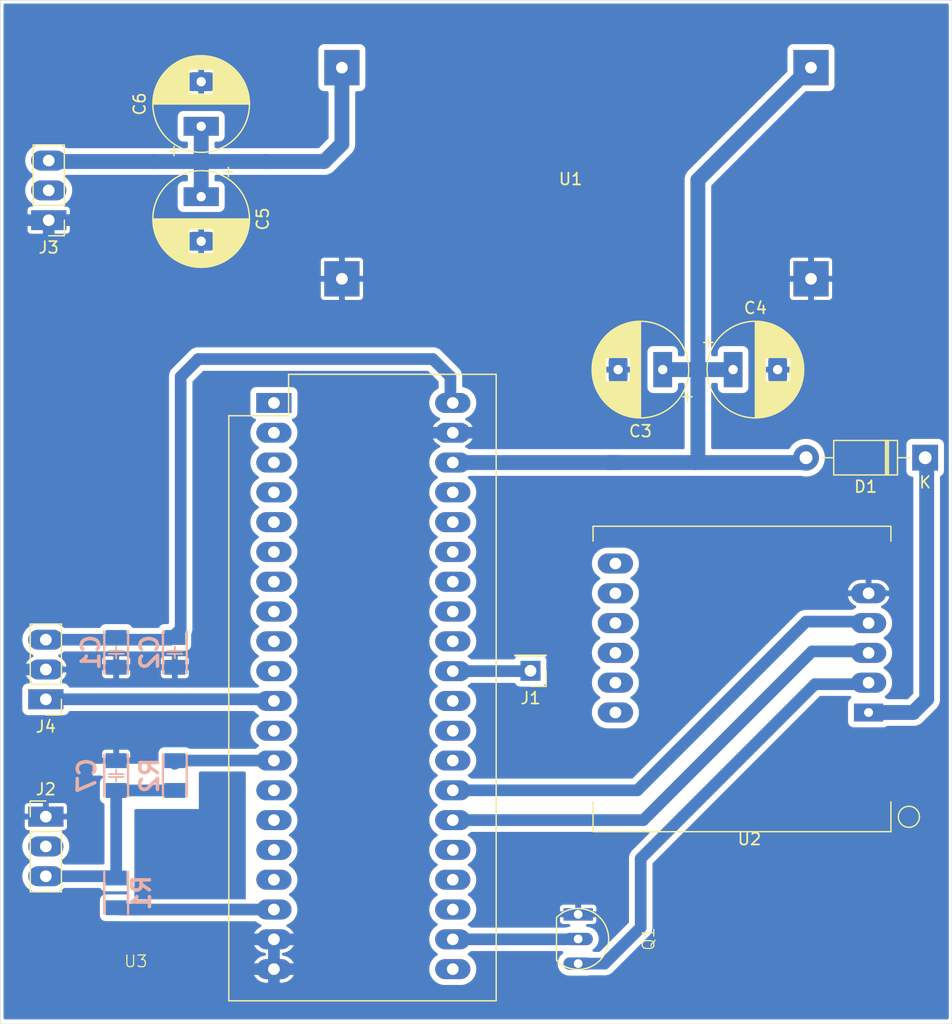
<source format=kicad_pcb>
(kicad_pcb (version 20171130) (host pcbnew "(5.1.10)-1")

  (general
    (thickness 1.6)
    (drawings 5)
    (tracks 61)
    (zones 0)
    (modules 18)
    (nets 50)
  )

  (page A4)
  (title_block
    (title Est_Met)
    (rev 1.0)
    (company ELAP)
    (comment 1 "Gonzalo Alderete Hero")
  )

  (layers
    (0 F.Cu signal)
    (31 B.Cu signal)
    (32 B.Adhes user)
    (33 F.Adhes user)
    (34 B.Paste user)
    (35 F.Paste user)
    (36 B.SilkS user)
    (37 F.SilkS user)
    (38 B.Mask user)
    (39 F.Mask user)
    (40 Dwgs.User user)
    (41 Cmts.User user)
    (42 Eco1.User user)
    (43 Eco2.User user)
    (44 Edge.Cuts user)
    (45 Margin user)
    (46 B.CrtYd user)
    (47 F.CrtYd user)
    (48 B.Fab user hide)
    (49 F.Fab user)
  )

  (setup
    (last_trace_width 1.27)
    (trace_clearance 0.5)
    (zone_clearance 0.25)
    (zone_45_only no)
    (trace_min 0.2)
    (via_size 0.8)
    (via_drill 0.4)
    (via_min_size 0.4)
    (via_min_drill 0.3)
    (uvia_size 0.3)
    (uvia_drill 0.1)
    (uvias_allowed no)
    (uvia_min_size 0.2)
    (uvia_min_drill 0.1)
    (edge_width 0.05)
    (segment_width 0.2)
    (pcb_text_width 0.3)
    (pcb_text_size 1.5 1.5)
    (mod_edge_width 0.12)
    (mod_text_size 1 1)
    (mod_text_width 0.15)
    (pad_size 2.5 1.524)
    (pad_drill 0.762)
    (pad_to_mask_clearance 0.051)
    (solder_mask_min_width 0.25)
    (aux_axis_origin 128.27 137.668)
    (visible_elements 7FFFFFFF)
    (pcbplotparams
      (layerselection 0x00000_fffffffe)
      (usegerberextensions false)
      (usegerberattributes false)
      (usegerberadvancedattributes false)
      (creategerberjobfile false)
      (excludeedgelayer true)
      (linewidth 0.100000)
      (plotframeref false)
      (viasonmask false)
      (mode 1)
      (useauxorigin true)
      (hpglpennumber 1)
      (hpglpenspeed 20)
      (hpglpendiameter 15.000000)
      (psnegative false)
      (psa4output false)
      (plotreference true)
      (plotvalue true)
      (plotinvisibletext false)
      (padsonsilk false)
      (subtractmaskfromsilk false)
      (outputformat 1)
      (mirror false)
      (drillshape 0)
      (scaleselection 1)
      (outputdirectory "Gerber/"))
  )

  (net 0 "")
  (net 1 +3V3)
  (net 2 +5V)
  (net 3 +12V)
  (net 4 PL+)
  (net 5 RX_MC)
  (net 6 "Net-(J2-Pad2)")
  (net 7 "Net-(J3-Pad2)")
  (net 8 Temp)
  (net 9 PL_MC)
  (net 10 "Net-(U2-Pad11)")
  (net 11 "Net-(U2-Pad7)")
  (net 12 "Net-(U2-Pad6)")
  (net 13 "Net-(U2-Pad10)")
  (net 14 "Net-(U3-Pad41)")
  (net 15 "Net-(U3-Pad38)")
  (net 16 "Net-(U3-Pad32)")
  (net 17 "Net-(U3-Pad29)")
  (net 18 "Net-(U3-Pad19)")
  (net 19 "Net-(U3-Pad2)")
  (net 20 "Net-(U3-Pad1)")
  (net 21 "Net-(U3-Pad43)")
  (net 22 "Net-(U3-Pad3)")
  (net 23 "Net-(U3-Pad33)")
  (net 24 "Net-(U3-Pad46)")
  (net 25 "Net-(U3-Pad10)")
  (net 26 "Net-(U3-Pad12)")
  (net 27 "Net-(U3-Pad17)")
  (net 28 "Net-(U3-Pad28)")
  (net 29 "Net-(U3-Pad45)")
  (net 30 "Net-(U3-Pad7)")
  (net 31 "Net-(U3-Pad40)")
  (net 32 "Net-(U3-Pad4)")
  (net 33 "Net-(U3-Pad21)")
  (net 34 "Net-(U3-Pad22)")
  (net 35 "Net-(U3-Pad42)")
  (net 36 "Net-(U3-Pad11)")
  (net 37 "Net-(U3-Pad13)")
  (net 38 "Net-(U3-Pad27)")
  (net 39 GND)
  (net 40 "Net-(U3-Pad15)")
  (net 41 "Net-(U3-Pad14)")
  (net 42 SWO)
  (net 43 +4V)
  (net 44 RX_S800)
  (net 45 RST_S800)
  (net 46 MC_RST_S800)
  (net 47 "Net-(U2-Pad9)")
  (net 48 "Net-(U2-Pad8)")
  (net 49 "Net-(U3-Pad25)")

  (net_class Default "Esta es la clase de red por defecto."
    (clearance 0.5)
    (trace_width 1.27)
    (via_dia 0.8)
    (via_drill 0.4)
    (uvia_dia 0.3)
    (uvia_drill 0.1)
    (add_net +12V)
    (add_net +3V3)
    (add_net +4V)
    (add_net +5V)
    (add_net GND)
    (add_net "Net-(J2-Pad2)")
    (add_net "Net-(J3-Pad2)")
    (add_net "Net-(U2-Pad10)")
    (add_net "Net-(U2-Pad11)")
    (add_net "Net-(U2-Pad6)")
    (add_net "Net-(U2-Pad7)")
    (add_net "Net-(U2-Pad8)")
    (add_net "Net-(U2-Pad9)")
    (add_net "Net-(U3-Pad1)")
    (add_net "Net-(U3-Pad10)")
    (add_net "Net-(U3-Pad11)")
    (add_net "Net-(U3-Pad12)")
    (add_net "Net-(U3-Pad13)")
    (add_net "Net-(U3-Pad14)")
    (add_net "Net-(U3-Pad15)")
    (add_net "Net-(U3-Pad17)")
    (add_net "Net-(U3-Pad19)")
    (add_net "Net-(U3-Pad2)")
    (add_net "Net-(U3-Pad21)")
    (add_net "Net-(U3-Pad22)")
    (add_net "Net-(U3-Pad25)")
    (add_net "Net-(U3-Pad27)")
    (add_net "Net-(U3-Pad28)")
    (add_net "Net-(U3-Pad29)")
    (add_net "Net-(U3-Pad3)")
    (add_net "Net-(U3-Pad32)")
    (add_net "Net-(U3-Pad33)")
    (add_net "Net-(U3-Pad38)")
    (add_net "Net-(U3-Pad4)")
    (add_net "Net-(U3-Pad40)")
    (add_net "Net-(U3-Pad41)")
    (add_net "Net-(U3-Pad42)")
    (add_net "Net-(U3-Pad43)")
    (add_net "Net-(U3-Pad45)")
    (add_net "Net-(U3-Pad46)")
    (add_net "Net-(U3-Pad7)")
  )

  (net_class Señales ""
    (clearance 0.5)
    (trace_width 1)
    (via_dia 0.8)
    (via_drill 0.4)
    (uvia_dia 0.3)
    (uvia_drill 0.1)
    (add_net MC_RST_S800)
    (add_net PL+)
    (add_net PL_MC)
    (add_net RST_S800)
    (add_net RX_MC)
    (add_net RX_S800)
    (add_net SWO)
    (add_net Temp)
  )

  (module My_Library:StepDownLM2596 (layer F.Cu) (tedit 5FD6978E) (tstamp 620E674B)
    (at 95.746 65.16)
    (path /5FD5FBEC)
    (fp_text reference U1 (at 0 0.5) (layer F.SilkS)
      (effects (font (size 1 1) (thickness 0.15)))
    )
    (fp_text value StepDownLM2596 (at 0 -0.5) (layer F.Fab)
      (effects (font (size 1 1) (thickness 0.15)))
    )
    (fp_line (start -21 10.5) (end 22 10.5) (layer F.Fab) (width 0.12))
    (fp_line (start -21 -10.5) (end -21 10.5) (layer F.Fab) (width 0.12))
    (fp_line (start 22 -10.5) (end -21 -10.5) (layer F.Fab) (width 0.12))
    (fp_line (start 22 -10.5) (end 22 10.5) (layer F.Fab) (width 0.12))
    (fp_line (start 22 -10.5) (end 22 10.5) (layer B.Paste) (width 0.12))
    (fp_line (start -21 -10.5) (end -21 10.5) (layer B.Paste) (width 0.12))
    (fp_line (start -21 10.5) (end 22 10.5) (layer B.Paste) (width 0.12))
    (fp_line (start -21 -10.5) (end 22 -10.5) (layer B.Paste) (width 0.12))
    (pad 1 thru_hole rect (at -19.5 -9) (size 3 3) (drill 1) (layers *.Cu *.Mask)
      (net 3 +12V))
    (pad 2 thru_hole rect (at -19.5 9) (size 3 3) (drill 1) (layers *.Cu *.Mask)
      (net 39 GND))
    (pad 4 thru_hole rect (at 20.5 9) (size 3 3) (drill 1) (layers *.Cu *.Mask)
      (net 39 GND))
    (pad 3 thru_hole rect (at 20.5 -9) (size 3 3) (drill 1) (layers *.Cu *.Mask)
      (net 2 +5V))
    (model "D:/Soft/Kicad 64bits/KiCad Archivos/Huellas descargadas/LM2596/LM2596.step"
      (offset (xyz 4.5 -36.5 -23))
      (scale (xyz 0.95 1 1))
      (rotate (xyz 0 0 0))
    )
    (model "D:/CURSOS/EMBEBIDOS/KICAD/Libs/MyLibrary2.pretty/3D/lm2596-dc-dc-stepdown-converter-1.snapshot.2/LM2596 DC-DC StepDown Converter v1.step"
      (offset (xyz 22 -0.82 13.5))
      (scale (xyz 1 1 1))
      (rotate (xyz 0 0 0))
    )
  )

  (module Connector_PinHeader_2.54mm:PinHeader_1x01_P2.54mm_Vertical (layer F.Cu) (tedit 59FED5CC) (tstamp 620E7263)
    (at 92.329 107.569 180)
    (descr "Through hole straight pin header, 1x01, 2.54mm pitch, single row")
    (tags "Through hole pin header THT 1x01 2.54mm single row")
    (path /620EF853)
    (fp_text reference J1 (at 0 -2.33) (layer F.SilkS)
      (effects (font (size 1 1) (thickness 0.15)))
    )
    (fp_text value Conn_01x01 (at 0 2.33) (layer F.Fab)
      (effects (font (size 1 1) (thickness 0.15)))
    )
    (fp_line (start 1.8 -1.8) (end -1.8 -1.8) (layer F.CrtYd) (width 0.05))
    (fp_line (start 1.8 1.8) (end 1.8 -1.8) (layer F.CrtYd) (width 0.05))
    (fp_line (start -1.8 1.8) (end 1.8 1.8) (layer F.CrtYd) (width 0.05))
    (fp_line (start -1.8 -1.8) (end -1.8 1.8) (layer F.CrtYd) (width 0.05))
    (fp_line (start -1.33 -1.33) (end 0 -1.33) (layer F.SilkS) (width 0.12))
    (fp_line (start -1.33 0) (end -1.33 -1.33) (layer F.SilkS) (width 0.12))
    (fp_line (start -1.33 1.27) (end 1.33 1.27) (layer F.SilkS) (width 0.12))
    (fp_line (start 1.33 1.27) (end 1.33 1.33) (layer F.SilkS) (width 0.12))
    (fp_line (start -1.33 1.27) (end -1.33 1.33) (layer F.SilkS) (width 0.12))
    (fp_line (start -1.33 1.33) (end 1.33 1.33) (layer F.SilkS) (width 0.12))
    (fp_line (start -1.27 -0.635) (end -0.635 -1.27) (layer F.Fab) (width 0.1))
    (fp_line (start -1.27 1.27) (end -1.27 -0.635) (layer F.Fab) (width 0.1))
    (fp_line (start 1.27 1.27) (end -1.27 1.27) (layer F.Fab) (width 0.1))
    (fp_line (start 1.27 -1.27) (end 1.27 1.27) (layer F.Fab) (width 0.1))
    (fp_line (start -0.635 -1.27) (end 1.27 -1.27) (layer F.Fab) (width 0.1))
    (fp_text user %R (at 0 0 90) (layer F.Fab)
      (effects (font (size 1 1) (thickness 0.15)))
    )
    (pad 1 thru_hole rect (at 0 0 180) (size 1.7 1.7) (drill 1) (layers *.Cu *.Mask)
      (net 42 SWO))
    (model ${KISYS3DMOD}/Connector_PinHeader_2.54mm.3dshapes/PinHeader_1x01_P2.54mm_Vertical.wrl
      (at (xyz 0 0 0))
      (scale (xyz 1 1 1))
      (rotate (xyz 0 0 0))
    )
  )

  (module MyLibrary2:SIM800_B (layer F.Cu) (tedit 62162D32) (tstamp 61F41961)
    (at 110.998 118.745 180)
    (path /61F36F86)
    (fp_text reference U2 (at 0 -3.175) (layer F.SilkS)
      (effects (font (size 1 1) (thickness 0.15)))
    )
    (fp_text value SIM800L_B (at 0 26.67) (layer F.Fab)
      (effects (font (size 1 1) (thickness 0.15)))
    )
    (fp_line (start 12.7 22.86) (end -11.43 22.86) (layer F.Fab) (width 0.12))
    (fp_line (start -11.43 22.86) (end -11.43 0) (layer F.Fab) (width 0.12))
    (fp_line (start -11.43 0) (end 12.7 0) (layer F.Fab) (width 0.12))
    (fp_line (start 12.7 0) (end 12.7 22.86) (layer F.Fab) (width 0.12))
    (fp_line (start -12.7 -1.27) (end -12.7 -2.54) (layer F.CrtYd) (width 0.12))
    (fp_line (start -12.7 -2.54) (end 13.97 -2.54) (layer F.CrtYd) (width 0.12))
    (fp_line (start 13.97 -2.54) (end 13.97 24.13) (layer F.CrtYd) (width 0.12))
    (fp_line (start 13.97 24.13) (end -12.7 24.13) (layer F.CrtYd) (width 0.12))
    (fp_line (start -12.7 24.13) (end -12.7 -1.27) (layer F.CrtYd) (width 0.12))
    (fp_line (start -12.065 0) (end -12.065 -2.54) (layer F.SilkS) (width 0.12))
    (fp_line (start -12.065 -2.54) (end 13.335 -2.54) (layer F.SilkS) (width 0.12))
    (fp_line (start 13.335 -2.54) (end 13.335 -1.27) (layer F.SilkS) (width 0.12))
    (fp_line (start 13.335 0) (end 13.335 -1.27) (layer F.SilkS) (width 0.12))
    (fp_line (start -12.065 22.225) (end -12.065 23.495) (layer F.SilkS) (width 0.12))
    (fp_line (start -12.065 23.495) (end 13.335 23.495) (layer F.SilkS) (width 0.12))
    (fp_line (start 13.335 23.495) (end 13.335 22.225) (layer F.SilkS) (width 0.12))
    (fp_circle (center -13.598025 -1.27) (end -12.963025 -1.905) (layer F.SilkS) (width 0.12))
    (pad 11 thru_hole oval (at 11.43 7.62 180) (size 3 1.7) (drill 1) (layers *.Cu *.Mask)
      (net 10 "Net-(U2-Pad11)"))
    (pad 10 thru_hole oval (at 11.43 10.16 180) (size 3 1.7) (drill 1) (layers *.Cu *.Mask)
      (net 13 "Net-(U2-Pad10)"))
    (pad 9 thru_hole oval (at 11.43 12.7 180) (size 3 1.7) (drill 1) (layers *.Cu *.Mask)
      (net 47 "Net-(U2-Pad9)"))
    (pad 8 thru_hole oval (at 11.43 15.24 180) (size 3 1.7) (drill 1) (layers *.Cu *.Mask)
      (net 48 "Net-(U2-Pad8)"))
    (pad 7 thru_hole oval (at 11.43 17.78 180) (size 3 1.7) (drill 1) (layers *.Cu *.Mask)
      (net 11 "Net-(U2-Pad7)"))
    (pad 6 thru_hole oval (at 11.43 20.32 180) (size 3 1.7) (drill 1) (layers *.Cu *.Mask)
      (net 12 "Net-(U2-Pad6)"))
    (pad 5 thru_hole oval (at -10.16 17.78 180) (size 3 1.7) (drill 1) (layers *.Cu *.Mask)
      (net 39 GND))
    (pad 4 thru_hole oval (at -10.16 15.24 180) (size 3 1.7) (drill 1) (layers *.Cu *.Mask)
      (net 5 RX_MC))
    (pad 3 thru_hole oval (at -10.16 12.7 180) (size 3 1.7) (drill 1) (layers *.Cu *.Mask)
      (net 44 RX_S800))
    (pad 2 thru_hole oval (at -10.16 10.16 180) (size 3 1.7) (drill 1) (layers *.Cu *.Mask)
      (net 45 RST_S800))
    (pad 1 thru_hole rect (at -10.16 7.62 180) (size 2.5 1.524) (drill 0.762) (layers *.Cu *.Mask)
      (net 43 +4V))
    (model "D:/CURSOS/EMBEBIDOS/KICAD/Libs/MyLibrary2.pretty/3D/User Library-module_sim800l.STEP"
      (offset (xyz -10.4 -17.8 3.5))
      (scale (xyz 1 1 1))
      (rotate (xyz 0 0 0))
    )
  )

  (module Diode_THT:D_DO-41_SOD81_P10.16mm_Horizontal (layer F.Cu) (tedit 5AE50CD5) (tstamp 620E58B7)
    (at 125.984 89.408 180)
    (descr "Diode, DO-41_SOD81 series, Axial, Horizontal, pin pitch=10.16mm, , length*diameter=5.2*2.7mm^2, , http://www.diodes.com/_files/packages/DO-41%20(Plastic).pdf")
    (tags "Diode DO-41_SOD81 series Axial Horizontal pin pitch 10.16mm  length 5.2mm diameter 2.7mm")
    (path /61F96AFF)
    (fp_text reference D1 (at 5.08 -2.47) (layer F.SilkS)
      (effects (font (size 1 1) (thickness 0.15)))
    )
    (fp_text value 1N4007 (at 5.08 2.47) (layer F.Fab)
      (effects (font (size 1 1) (thickness 0.15)))
    )
    (fp_line (start 2.48 -1.35) (end 2.48 1.35) (layer F.Fab) (width 0.1))
    (fp_line (start 2.48 1.35) (end 7.68 1.35) (layer F.Fab) (width 0.1))
    (fp_line (start 7.68 1.35) (end 7.68 -1.35) (layer F.Fab) (width 0.1))
    (fp_line (start 7.68 -1.35) (end 2.48 -1.35) (layer F.Fab) (width 0.1))
    (fp_line (start 0 0) (end 2.48 0) (layer F.Fab) (width 0.1))
    (fp_line (start 10.16 0) (end 7.68 0) (layer F.Fab) (width 0.1))
    (fp_line (start 3.26 -1.35) (end 3.26 1.35) (layer F.Fab) (width 0.1))
    (fp_line (start 3.36 -1.35) (end 3.36 1.35) (layer F.Fab) (width 0.1))
    (fp_line (start 3.16 -1.35) (end 3.16 1.35) (layer F.Fab) (width 0.1))
    (fp_line (start 2.36 -1.47) (end 2.36 1.47) (layer F.SilkS) (width 0.12))
    (fp_line (start 2.36 1.47) (end 7.8 1.47) (layer F.SilkS) (width 0.12))
    (fp_line (start 7.8 1.47) (end 7.8 -1.47) (layer F.SilkS) (width 0.12))
    (fp_line (start 7.8 -1.47) (end 2.36 -1.47) (layer F.SilkS) (width 0.12))
    (fp_line (start 1.34 0) (end 2.36 0) (layer F.SilkS) (width 0.12))
    (fp_line (start 8.82 0) (end 7.8 0) (layer F.SilkS) (width 0.12))
    (fp_line (start 3.26 -1.47) (end 3.26 1.47) (layer F.SilkS) (width 0.12))
    (fp_line (start 3.38 -1.47) (end 3.38 1.47) (layer F.SilkS) (width 0.12))
    (fp_line (start 3.14 -1.47) (end 3.14 1.47) (layer F.SilkS) (width 0.12))
    (fp_line (start -1.35 -1.6) (end -1.35 1.6) (layer F.CrtYd) (width 0.05))
    (fp_line (start -1.35 1.6) (end 11.51 1.6) (layer F.CrtYd) (width 0.05))
    (fp_line (start 11.51 1.6) (end 11.51 -1.6) (layer F.CrtYd) (width 0.05))
    (fp_line (start 11.51 -1.6) (end -1.35 -1.6) (layer F.CrtYd) (width 0.05))
    (fp_text user K (at 0 -2.1) (layer F.SilkS)
      (effects (font (size 1 1) (thickness 0.15)))
    )
    (fp_text user K (at 0 -2.1) (layer F.Fab)
      (effects (font (size 1 1) (thickness 0.15)))
    )
    (fp_text user %R (at 5.588 -0.127) (layer F.Fab)
      (effects (font (size 1 1) (thickness 0.15)))
    )
    (pad 2 thru_hole oval (at 10.16 0 180) (size 2.2 2.2) (drill 1.1) (layers *.Cu *.Mask)
      (net 2 +5V))
    (pad 1 thru_hole rect (at 0 0 180) (size 2.2 2.2) (drill 1.1) (layers *.Cu *.Mask)
      (net 43 +4V))
    (model ${KISYS3DMOD}/Diode_THT.3dshapes/D_DO-41_SOD81_P10.16mm_Horizontal.wrl
      (at (xyz 0 0 0))
      (scale (xyz 1 1 1))
      (rotate (xyz 0 0 0))
    )
  )

  (module encapsulados:C_1206_0805_Dual (layer B.Cu) (tedit 5DA50C9E) (tstamp 5FD7E8F2)
    (at 57 106 270)
    (descr "Resistor SMD 1206 / 0805, hand soldering")
    (tags "resistor 1206 0805")
    (path /5FDAB108)
    (attr smd)
    (fp_text reference C1 (at 0 2.159 90) (layer B.SilkS)
      (effects (font (size 1.5 1.5) (thickness 0.3)) (justify mirror))
    )
    (fp_text value 100nF (at 0 -2.032 90) (layer B.Fab)
      (effects (font (size 1 1) (thickness 0.15)) (justify mirror))
    )
    (fp_line (start 0.127 0) (end 0.508 0) (layer B.SilkS) (width 0.15))
    (fp_line (start 0.127 0.635) (end 0.127 -0.635) (layer B.SilkS) (width 0.15))
    (fp_line (start -0.508 0) (end -0.127 0) (layer B.SilkS) (width 0.15))
    (fp_line (start -0.127 0.635) (end -0.127 -0.635) (layer B.SilkS) (width 0.15))
    (fp_line (start 1.016 -0.635) (end -1.016 -0.635) (layer B.Fab) (width 0.0508))
    (fp_line (start 1.016 0.635) (end -1.016 0.635) (layer B.Fab) (width 0.0508))
    (fp_line (start -1.016 -0.635) (end -1.016 0.635) (layer B.Fab) (width 0.0508))
    (fp_line (start 1.016 -0.635) (end 1.016 0.635) (layer B.Fab) (width 0.0508))
    (fp_line (start -1.778 -1.016) (end 1.778 -1.016) (layer B.SilkS) (width 0.2))
    (fp_line (start -1.524 -0.762) (end -1.524 0.762) (layer B.Fab) (width 0.0508))
    (fp_line (start 1.524 -0.762) (end -1.524 -0.762) (layer B.Fab) (width 0.0508))
    (fp_line (start 1.524 0.762) (end 1.524 -0.762) (layer B.Fab) (width 0.0508))
    (fp_line (start -1.524 0.762) (end 1.524 0.762) (layer B.Fab) (width 0.0508))
    (fp_line (start -2.032 1.143) (end 2.032 1.143) (layer B.CrtYd) (width 0.0508))
    (fp_line (start -2.032 -1.143) (end 2.032 -1.143) (layer B.CrtYd) (width 0.0508))
    (fp_line (start -2.032 1.143) (end -2.032 -1.143) (layer B.CrtYd) (width 0.0508))
    (fp_line (start 2.032 1.143) (end 2.032 -1.143) (layer B.CrtYd) (width 0.0508))
    (fp_line (start -1.778 1.016) (end 1.778 1.016) (layer B.SilkS) (width 0.2))
    (fp_text user %R (at 0 1.905 90) (layer B.Fab)
      (effects (font (size 1 1) (thickness 0.15)) (justify mirror))
    )
    (pad 1 smd rect (at -1.27 0 270) (size 1.27 1.778) (layers B.Cu B.Paste B.Mask)
      (net 1 +3V3))
    (pad 2 smd rect (at 1.27 0 270) (size 1.27 1.778) (layers B.Cu B.Paste B.Mask)
      (net 39 GND))
    (model ${KISYS3DMOD}/Capacitor_SMD.3dshapes/C_1206_3216Metric.wrl
      (at (xyz 0 0 0))
      (scale (xyz 1 1 1))
      (rotate (xyz 0 0 0))
    )
  )

  (module encapsulados:C_1206_0805_Dual (layer B.Cu) (tedit 5DA50C9E) (tstamp 5FD7E93A)
    (at 62 106 270)
    (descr "Resistor SMD 1206 / 0805, hand soldering")
    (tags "resistor 1206 0805")
    (path /5FDAD431)
    (attr smd)
    (fp_text reference C2 (at 0 2.159 90) (layer B.SilkS)
      (effects (font (size 1.5 1.5) (thickness 0.3)) (justify mirror))
    )
    (fp_text value 10nF (at 0 -2.032 90) (layer B.Fab)
      (effects (font (size 1 1) (thickness 0.15)) (justify mirror))
    )
    (fp_line (start -1.778 1.016) (end 1.778 1.016) (layer B.SilkS) (width 0.2))
    (fp_line (start 2.032 1.143) (end 2.032 -1.143) (layer B.CrtYd) (width 0.0508))
    (fp_line (start -2.032 1.143) (end -2.032 -1.143) (layer B.CrtYd) (width 0.0508))
    (fp_line (start -2.032 -1.143) (end 2.032 -1.143) (layer B.CrtYd) (width 0.0508))
    (fp_line (start -2.032 1.143) (end 2.032 1.143) (layer B.CrtYd) (width 0.0508))
    (fp_line (start -1.524 0.762) (end 1.524 0.762) (layer B.Fab) (width 0.0508))
    (fp_line (start 1.524 0.762) (end 1.524 -0.762) (layer B.Fab) (width 0.0508))
    (fp_line (start 1.524 -0.762) (end -1.524 -0.762) (layer B.Fab) (width 0.0508))
    (fp_line (start -1.524 -0.762) (end -1.524 0.762) (layer B.Fab) (width 0.0508))
    (fp_line (start -1.778 -1.016) (end 1.778 -1.016) (layer B.SilkS) (width 0.2))
    (fp_line (start 1.016 -0.635) (end 1.016 0.635) (layer B.Fab) (width 0.0508))
    (fp_line (start -1.016 -0.635) (end -1.016 0.635) (layer B.Fab) (width 0.0508))
    (fp_line (start 1.016 0.635) (end -1.016 0.635) (layer B.Fab) (width 0.0508))
    (fp_line (start 1.016 -0.635) (end -1.016 -0.635) (layer B.Fab) (width 0.0508))
    (fp_line (start -0.127 0.635) (end -0.127 -0.635) (layer B.SilkS) (width 0.15))
    (fp_line (start -0.508 0) (end -0.127 0) (layer B.SilkS) (width 0.15))
    (fp_line (start 0.127 0.635) (end 0.127 -0.635) (layer B.SilkS) (width 0.15))
    (fp_line (start 0.127 0) (end 0.508 0) (layer B.SilkS) (width 0.15))
    (fp_text user %R (at 0 1.905 90) (layer B.Fab)
      (effects (font (size 1 1) (thickness 0.15)) (justify mirror))
    )
    (pad 2 smd rect (at 1.27 0 270) (size 1.27 1.778) (layers B.Cu B.Paste B.Mask)
      (net 39 GND))
    (pad 1 smd rect (at -1.27 0 270) (size 1.27 1.778) (layers B.Cu B.Paste B.Mask)
      (net 1 +3V3))
    (model ${KISYS3DMOD}/Capacitor_SMD.3dshapes/C_1206_3216Metric.wrl
      (at (xyz 0 0 0))
      (scale (xyz 1 1 1))
      (rotate (xyz 0 0 0))
    )
  )

  (module Capacitor_THT:CP_Radial_D8.0mm_P3.80mm (layer F.Cu) (tedit 5AE50EF0) (tstamp 5FD7E78A)
    (at 103.604 81.898 180)
    (descr "CP, Radial series, Radial, pin pitch=3.80mm, , diameter=8mm, Electrolytic Capacitor")
    (tags "CP Radial series Radial pin pitch 3.80mm  diameter 8mm Electrolytic Capacitor")
    (path /5FD8A7C0)
    (fp_text reference C3 (at 1.9 -5.25) (layer F.SilkS)
      (effects (font (size 1 1) (thickness 0.15)))
    )
    (fp_text value 220uF (at 1.9 5.25) (layer F.Fab)
      (effects (font (size 1 1) (thickness 0.15)))
    )
    (fp_circle (center 1.9 0) (end 5.9 0) (layer F.Fab) (width 0.1))
    (fp_circle (center 1.9 0) (end 6.02 0) (layer F.SilkS) (width 0.12))
    (fp_circle (center 1.9 0) (end 6.15 0) (layer F.CrtYd) (width 0.05))
    (fp_line (start -1.526759 -1.7475) (end -0.726759 -1.7475) (layer F.Fab) (width 0.1))
    (fp_line (start -1.126759 -2.1475) (end -1.126759 -1.3475) (layer F.Fab) (width 0.1))
    (fp_line (start 1.9 -4.08) (end 1.9 4.08) (layer F.SilkS) (width 0.12))
    (fp_line (start 1.94 -4.08) (end 1.94 4.08) (layer F.SilkS) (width 0.12))
    (fp_line (start 1.98 -4.08) (end 1.98 4.08) (layer F.SilkS) (width 0.12))
    (fp_line (start 2.02 -4.079) (end 2.02 4.079) (layer F.SilkS) (width 0.12))
    (fp_line (start 2.06 -4.077) (end 2.06 4.077) (layer F.SilkS) (width 0.12))
    (fp_line (start 2.1 -4.076) (end 2.1 4.076) (layer F.SilkS) (width 0.12))
    (fp_line (start 2.14 -4.074) (end 2.14 4.074) (layer F.SilkS) (width 0.12))
    (fp_line (start 2.18 -4.071) (end 2.18 4.071) (layer F.SilkS) (width 0.12))
    (fp_line (start 2.22 -4.068) (end 2.22 4.068) (layer F.SilkS) (width 0.12))
    (fp_line (start 2.26 -4.065) (end 2.26 4.065) (layer F.SilkS) (width 0.12))
    (fp_line (start 2.3 -4.061) (end 2.3 4.061) (layer F.SilkS) (width 0.12))
    (fp_line (start 2.34 -4.057) (end 2.34 4.057) (layer F.SilkS) (width 0.12))
    (fp_line (start 2.38 -4.052) (end 2.38 4.052) (layer F.SilkS) (width 0.12))
    (fp_line (start 2.42 -4.048) (end 2.42 4.048) (layer F.SilkS) (width 0.12))
    (fp_line (start 2.46 -4.042) (end 2.46 4.042) (layer F.SilkS) (width 0.12))
    (fp_line (start 2.5 -4.037) (end 2.5 4.037) (layer F.SilkS) (width 0.12))
    (fp_line (start 2.54 -4.03) (end 2.54 4.03) (layer F.SilkS) (width 0.12))
    (fp_line (start 2.58 -4.024) (end 2.58 4.024) (layer F.SilkS) (width 0.12))
    (fp_line (start 2.621 -4.017) (end 2.621 4.017) (layer F.SilkS) (width 0.12))
    (fp_line (start 2.661 -4.01) (end 2.661 4.01) (layer F.SilkS) (width 0.12))
    (fp_line (start 2.701 -4.002) (end 2.701 4.002) (layer F.SilkS) (width 0.12))
    (fp_line (start 2.741 -3.994) (end 2.741 3.994) (layer F.SilkS) (width 0.12))
    (fp_line (start 2.781 -3.985) (end 2.781 -1.04) (layer F.SilkS) (width 0.12))
    (fp_line (start 2.781 1.04) (end 2.781 3.985) (layer F.SilkS) (width 0.12))
    (fp_line (start 2.821 -3.976) (end 2.821 -1.04) (layer F.SilkS) (width 0.12))
    (fp_line (start 2.821 1.04) (end 2.821 3.976) (layer F.SilkS) (width 0.12))
    (fp_line (start 2.861 -3.967) (end 2.861 -1.04) (layer F.SilkS) (width 0.12))
    (fp_line (start 2.861 1.04) (end 2.861 3.967) (layer F.SilkS) (width 0.12))
    (fp_line (start 2.901 -3.957) (end 2.901 -1.04) (layer F.SilkS) (width 0.12))
    (fp_line (start 2.901 1.04) (end 2.901 3.957) (layer F.SilkS) (width 0.12))
    (fp_line (start 2.941 -3.947) (end 2.941 -1.04) (layer F.SilkS) (width 0.12))
    (fp_line (start 2.941 1.04) (end 2.941 3.947) (layer F.SilkS) (width 0.12))
    (fp_line (start 2.981 -3.936) (end 2.981 -1.04) (layer F.SilkS) (width 0.12))
    (fp_line (start 2.981 1.04) (end 2.981 3.936) (layer F.SilkS) (width 0.12))
    (fp_line (start 3.021 -3.925) (end 3.021 -1.04) (layer F.SilkS) (width 0.12))
    (fp_line (start 3.021 1.04) (end 3.021 3.925) (layer F.SilkS) (width 0.12))
    (fp_line (start 3.061 -3.914) (end 3.061 -1.04) (layer F.SilkS) (width 0.12))
    (fp_line (start 3.061 1.04) (end 3.061 3.914) (layer F.SilkS) (width 0.12))
    (fp_line (start 3.101 -3.902) (end 3.101 -1.04) (layer F.SilkS) (width 0.12))
    (fp_line (start 3.101 1.04) (end 3.101 3.902) (layer F.SilkS) (width 0.12))
    (fp_line (start 3.141 -3.889) (end 3.141 -1.04) (layer F.SilkS) (width 0.12))
    (fp_line (start 3.141 1.04) (end 3.141 3.889) (layer F.SilkS) (width 0.12))
    (fp_line (start 3.181 -3.877) (end 3.181 -1.04) (layer F.SilkS) (width 0.12))
    (fp_line (start 3.181 1.04) (end 3.181 3.877) (layer F.SilkS) (width 0.12))
    (fp_line (start 3.221 -3.863) (end 3.221 -1.04) (layer F.SilkS) (width 0.12))
    (fp_line (start 3.221 1.04) (end 3.221 3.863) (layer F.SilkS) (width 0.12))
    (fp_line (start 3.261 -3.85) (end 3.261 -1.04) (layer F.SilkS) (width 0.12))
    (fp_line (start 3.261 1.04) (end 3.261 3.85) (layer F.SilkS) (width 0.12))
    (fp_line (start 3.301 -3.835) (end 3.301 -1.04) (layer F.SilkS) (width 0.12))
    (fp_line (start 3.301 1.04) (end 3.301 3.835) (layer F.SilkS) (width 0.12))
    (fp_line (start 3.341 -3.821) (end 3.341 -1.04) (layer F.SilkS) (width 0.12))
    (fp_line (start 3.341 1.04) (end 3.341 3.821) (layer F.SilkS) (width 0.12))
    (fp_line (start 3.381 -3.805) (end 3.381 -1.04) (layer F.SilkS) (width 0.12))
    (fp_line (start 3.381 1.04) (end 3.381 3.805) (layer F.SilkS) (width 0.12))
    (fp_line (start 3.421 -3.79) (end 3.421 -1.04) (layer F.SilkS) (width 0.12))
    (fp_line (start 3.421 1.04) (end 3.421 3.79) (layer F.SilkS) (width 0.12))
    (fp_line (start 3.461 -3.774) (end 3.461 -1.04) (layer F.SilkS) (width 0.12))
    (fp_line (start 3.461 1.04) (end 3.461 3.774) (layer F.SilkS) (width 0.12))
    (fp_line (start 3.501 -3.757) (end 3.501 -1.04) (layer F.SilkS) (width 0.12))
    (fp_line (start 3.501 1.04) (end 3.501 3.757) (layer F.SilkS) (width 0.12))
    (fp_line (start 3.541 -3.74) (end 3.541 -1.04) (layer F.SilkS) (width 0.12))
    (fp_line (start 3.541 1.04) (end 3.541 3.74) (layer F.SilkS) (width 0.12))
    (fp_line (start 3.581 -3.722) (end 3.581 -1.04) (layer F.SilkS) (width 0.12))
    (fp_line (start 3.581 1.04) (end 3.581 3.722) (layer F.SilkS) (width 0.12))
    (fp_line (start 3.621 -3.704) (end 3.621 -1.04) (layer F.SilkS) (width 0.12))
    (fp_line (start 3.621 1.04) (end 3.621 3.704) (layer F.SilkS) (width 0.12))
    (fp_line (start 3.661 -3.686) (end 3.661 -1.04) (layer F.SilkS) (width 0.12))
    (fp_line (start 3.661 1.04) (end 3.661 3.686) (layer F.SilkS) (width 0.12))
    (fp_line (start 3.701 -3.666) (end 3.701 -1.04) (layer F.SilkS) (width 0.12))
    (fp_line (start 3.701 1.04) (end 3.701 3.666) (layer F.SilkS) (width 0.12))
    (fp_line (start 3.741 -3.647) (end 3.741 -1.04) (layer F.SilkS) (width 0.12))
    (fp_line (start 3.741 1.04) (end 3.741 3.647) (layer F.SilkS) (width 0.12))
    (fp_line (start 3.781 -3.627) (end 3.781 -1.04) (layer F.SilkS) (width 0.12))
    (fp_line (start 3.781 1.04) (end 3.781 3.627) (layer F.SilkS) (width 0.12))
    (fp_line (start 3.821 -3.606) (end 3.821 -1.04) (layer F.SilkS) (width 0.12))
    (fp_line (start 3.821 1.04) (end 3.821 3.606) (layer F.SilkS) (width 0.12))
    (fp_line (start 3.861 -3.584) (end 3.861 -1.04) (layer F.SilkS) (width 0.12))
    (fp_line (start 3.861 1.04) (end 3.861 3.584) (layer F.SilkS) (width 0.12))
    (fp_line (start 3.901 -3.562) (end 3.901 -1.04) (layer F.SilkS) (width 0.12))
    (fp_line (start 3.901 1.04) (end 3.901 3.562) (layer F.SilkS) (width 0.12))
    (fp_line (start 3.941 -3.54) (end 3.941 -1.04) (layer F.SilkS) (width 0.12))
    (fp_line (start 3.941 1.04) (end 3.941 3.54) (layer F.SilkS) (width 0.12))
    (fp_line (start 3.981 -3.517) (end 3.981 -1.04) (layer F.SilkS) (width 0.12))
    (fp_line (start 3.981 1.04) (end 3.981 3.517) (layer F.SilkS) (width 0.12))
    (fp_line (start 4.021 -3.493) (end 4.021 -1.04) (layer F.SilkS) (width 0.12))
    (fp_line (start 4.021 1.04) (end 4.021 3.493) (layer F.SilkS) (width 0.12))
    (fp_line (start 4.061 -3.469) (end 4.061 -1.04) (layer F.SilkS) (width 0.12))
    (fp_line (start 4.061 1.04) (end 4.061 3.469) (layer F.SilkS) (width 0.12))
    (fp_line (start 4.101 -3.444) (end 4.101 -1.04) (layer F.SilkS) (width 0.12))
    (fp_line (start 4.101 1.04) (end 4.101 3.444) (layer F.SilkS) (width 0.12))
    (fp_line (start 4.141 -3.418) (end 4.141 -1.04) (layer F.SilkS) (width 0.12))
    (fp_line (start 4.141 1.04) (end 4.141 3.418) (layer F.SilkS) (width 0.12))
    (fp_line (start 4.181 -3.392) (end 4.181 -1.04) (layer F.SilkS) (width 0.12))
    (fp_line (start 4.181 1.04) (end 4.181 3.392) (layer F.SilkS) (width 0.12))
    (fp_line (start 4.221 -3.365) (end 4.221 -1.04) (layer F.SilkS) (width 0.12))
    (fp_line (start 4.221 1.04) (end 4.221 3.365) (layer F.SilkS) (width 0.12))
    (fp_line (start 4.261 -3.338) (end 4.261 -1.04) (layer F.SilkS) (width 0.12))
    (fp_line (start 4.261 1.04) (end 4.261 3.338) (layer F.SilkS) (width 0.12))
    (fp_line (start 4.301 -3.309) (end 4.301 -1.04) (layer F.SilkS) (width 0.12))
    (fp_line (start 4.301 1.04) (end 4.301 3.309) (layer F.SilkS) (width 0.12))
    (fp_line (start 4.341 -3.28) (end 4.341 -1.04) (layer F.SilkS) (width 0.12))
    (fp_line (start 4.341 1.04) (end 4.341 3.28) (layer F.SilkS) (width 0.12))
    (fp_line (start 4.381 -3.25) (end 4.381 -1.04) (layer F.SilkS) (width 0.12))
    (fp_line (start 4.381 1.04) (end 4.381 3.25) (layer F.SilkS) (width 0.12))
    (fp_line (start 4.421 -3.22) (end 4.421 -1.04) (layer F.SilkS) (width 0.12))
    (fp_line (start 4.421 1.04) (end 4.421 3.22) (layer F.SilkS) (width 0.12))
    (fp_line (start 4.461 -3.189) (end 4.461 -1.04) (layer F.SilkS) (width 0.12))
    (fp_line (start 4.461 1.04) (end 4.461 3.189) (layer F.SilkS) (width 0.12))
    (fp_line (start 4.501 -3.156) (end 4.501 -1.04) (layer F.SilkS) (width 0.12))
    (fp_line (start 4.501 1.04) (end 4.501 3.156) (layer F.SilkS) (width 0.12))
    (fp_line (start 4.541 -3.124) (end 4.541 -1.04) (layer F.SilkS) (width 0.12))
    (fp_line (start 4.541 1.04) (end 4.541 3.124) (layer F.SilkS) (width 0.12))
    (fp_line (start 4.581 -3.09) (end 4.581 -1.04) (layer F.SilkS) (width 0.12))
    (fp_line (start 4.581 1.04) (end 4.581 3.09) (layer F.SilkS) (width 0.12))
    (fp_line (start 4.621 -3.055) (end 4.621 -1.04) (layer F.SilkS) (width 0.12))
    (fp_line (start 4.621 1.04) (end 4.621 3.055) (layer F.SilkS) (width 0.12))
    (fp_line (start 4.661 -3.019) (end 4.661 -1.04) (layer F.SilkS) (width 0.12))
    (fp_line (start 4.661 1.04) (end 4.661 3.019) (layer F.SilkS) (width 0.12))
    (fp_line (start 4.701 -2.983) (end 4.701 -1.04) (layer F.SilkS) (width 0.12))
    (fp_line (start 4.701 1.04) (end 4.701 2.983) (layer F.SilkS) (width 0.12))
    (fp_line (start 4.741 -2.945) (end 4.741 -1.04) (layer F.SilkS) (width 0.12))
    (fp_line (start 4.741 1.04) (end 4.741 2.945) (layer F.SilkS) (width 0.12))
    (fp_line (start 4.781 -2.907) (end 4.781 -1.04) (layer F.SilkS) (width 0.12))
    (fp_line (start 4.781 1.04) (end 4.781 2.907) (layer F.SilkS) (width 0.12))
    (fp_line (start 4.821 -2.867) (end 4.821 -1.04) (layer F.SilkS) (width 0.12))
    (fp_line (start 4.821 1.04) (end 4.821 2.867) (layer F.SilkS) (width 0.12))
    (fp_line (start 4.861 -2.826) (end 4.861 2.826) (layer F.SilkS) (width 0.12))
    (fp_line (start 4.901 -2.784) (end 4.901 2.784) (layer F.SilkS) (width 0.12))
    (fp_line (start 4.941 -2.741) (end 4.941 2.741) (layer F.SilkS) (width 0.12))
    (fp_line (start 4.981 -2.697) (end 4.981 2.697) (layer F.SilkS) (width 0.12))
    (fp_line (start 5.021 -2.651) (end 5.021 2.651) (layer F.SilkS) (width 0.12))
    (fp_line (start 5.061 -2.604) (end 5.061 2.604) (layer F.SilkS) (width 0.12))
    (fp_line (start 5.101 -2.556) (end 5.101 2.556) (layer F.SilkS) (width 0.12))
    (fp_line (start 5.141 -2.505) (end 5.141 2.505) (layer F.SilkS) (width 0.12))
    (fp_line (start 5.181 -2.454) (end 5.181 2.454) (layer F.SilkS) (width 0.12))
    (fp_line (start 5.221 -2.4) (end 5.221 2.4) (layer F.SilkS) (width 0.12))
    (fp_line (start 5.261 -2.345) (end 5.261 2.345) (layer F.SilkS) (width 0.12))
    (fp_line (start 5.301 -2.287) (end 5.301 2.287) (layer F.SilkS) (width 0.12))
    (fp_line (start 5.341 -2.228) (end 5.341 2.228) (layer F.SilkS) (width 0.12))
    (fp_line (start 5.381 -2.166) (end 5.381 2.166) (layer F.SilkS) (width 0.12))
    (fp_line (start 5.421 -2.102) (end 5.421 2.102) (layer F.SilkS) (width 0.12))
    (fp_line (start 5.461 -2.034) (end 5.461 2.034) (layer F.SilkS) (width 0.12))
    (fp_line (start 5.501 -1.964) (end 5.501 1.964) (layer F.SilkS) (width 0.12))
    (fp_line (start 5.541 -1.89) (end 5.541 1.89) (layer F.SilkS) (width 0.12))
    (fp_line (start 5.581 -1.813) (end 5.581 1.813) (layer F.SilkS) (width 0.12))
    (fp_line (start 5.621 -1.731) (end 5.621 1.731) (layer F.SilkS) (width 0.12))
    (fp_line (start 5.661 -1.645) (end 5.661 1.645) (layer F.SilkS) (width 0.12))
    (fp_line (start 5.701 -1.552) (end 5.701 1.552) (layer F.SilkS) (width 0.12))
    (fp_line (start 5.741 -1.453) (end 5.741 1.453) (layer F.SilkS) (width 0.12))
    (fp_line (start 5.781 -1.346) (end 5.781 1.346) (layer F.SilkS) (width 0.12))
    (fp_line (start 5.821 -1.229) (end 5.821 1.229) (layer F.SilkS) (width 0.12))
    (fp_line (start 5.861 -1.098) (end 5.861 1.098) (layer F.SilkS) (width 0.12))
    (fp_line (start 5.901 -0.948) (end 5.901 0.948) (layer F.SilkS) (width 0.12))
    (fp_line (start 5.941 -0.768) (end 5.941 0.768) (layer F.SilkS) (width 0.12))
    (fp_line (start 5.981 -0.533) (end 5.981 0.533) (layer F.SilkS) (width 0.12))
    (fp_line (start -2.509698 -2.315) (end -1.709698 -2.315) (layer F.SilkS) (width 0.12))
    (fp_line (start -2.109698 -2.715) (end -2.109698 -1.915) (layer F.SilkS) (width 0.12))
    (fp_text user %R (at 1.9 0) (layer F.Fab)
      (effects (font (size 1 1) (thickness 0.15)))
    )
    (pad 1 thru_hole rect (at 0 0 180) (size 1.6 3) (drill 0.8) (layers *.Cu *.Mask)
      (net 2 +5V))
    (pad 2 thru_hole oval (at 3.8 0 180) (size 1.6 3) (drill 0.8) (layers *.Cu *.Mask)
      (net 39 GND))
    (model ${KISYS3DMOD}/Capacitor_THT.3dshapes/CP_Radial_D8.0mm_P3.80mm.wrl
      (at (xyz 0 0 0))
      (scale (xyz 1 1 1))
      (rotate (xyz 0 0 0))
    )
  )

  (module Capacitor_THT:CP_Radial_D8.0mm_P3.80mm (layer F.Cu) (tedit 5FD69A02) (tstamp 5FD7E592)
    (at 109.604 81.898)
    (descr "CP, Radial series, Radial, pin pitch=3.80mm, , diameter=8mm, Electrolytic Capacitor")
    (tags "CP Radial series Radial pin pitch 3.80mm  diameter 8mm Electrolytic Capacitor")
    (path /5FD8BB19)
    (fp_text reference C4 (at 1.9 -5.25) (layer F.SilkS)
      (effects (font (size 1 1) (thickness 0.15)))
    )
    (fp_text value 220uF (at 1.9 5.25) (layer F.Fab)
      (effects (font (size 1 1) (thickness 0.15)))
    )
    (fp_line (start -2.109698 -2.715) (end -2.109698 -1.915) (layer F.SilkS) (width 0.12))
    (fp_line (start -2.509698 -2.315) (end -1.709698 -2.315) (layer F.SilkS) (width 0.12))
    (fp_line (start 5.981 -0.533) (end 5.981 0.533) (layer F.SilkS) (width 0.12))
    (fp_line (start 5.941 -0.768) (end 5.941 0.768) (layer F.SilkS) (width 0.12))
    (fp_line (start 5.901 -0.948) (end 5.901 0.948) (layer F.SilkS) (width 0.12))
    (fp_line (start 5.861 -1.098) (end 5.861 1.098) (layer F.SilkS) (width 0.12))
    (fp_line (start 5.821 -1.229) (end 5.821 1.229) (layer F.SilkS) (width 0.12))
    (fp_line (start 5.781 -1.346) (end 5.781 1.346) (layer F.SilkS) (width 0.12))
    (fp_line (start 5.741 -1.453) (end 5.741 1.453) (layer F.SilkS) (width 0.12))
    (fp_line (start 5.701 -1.552) (end 5.701 1.552) (layer F.SilkS) (width 0.12))
    (fp_line (start 5.661 -1.645) (end 5.661 1.645) (layer F.SilkS) (width 0.12))
    (fp_line (start 5.621 -1.731) (end 5.621 1.731) (layer F.SilkS) (width 0.12))
    (fp_line (start 5.581 -1.813) (end 5.581 1.813) (layer F.SilkS) (width 0.12))
    (fp_line (start 5.541 -1.89) (end 5.541 1.89) (layer F.SilkS) (width 0.12))
    (fp_line (start 5.501 -1.964) (end 5.501 1.964) (layer F.SilkS) (width 0.12))
    (fp_line (start 5.461 -2.034) (end 5.461 2.034) (layer F.SilkS) (width 0.12))
    (fp_line (start 5.421 -2.102) (end 5.421 2.102) (layer F.SilkS) (width 0.12))
    (fp_line (start 5.381 -2.166) (end 5.381 2.166) (layer F.SilkS) (width 0.12))
    (fp_line (start 5.341 -2.228) (end 5.341 2.228) (layer F.SilkS) (width 0.12))
    (fp_line (start 5.301 -2.287) (end 5.301 2.287) (layer F.SilkS) (width 0.12))
    (fp_line (start 5.261 -2.345) (end 5.261 2.345) (layer F.SilkS) (width 0.12))
    (fp_line (start 5.221 -2.4) (end 5.221 2.4) (layer F.SilkS) (width 0.12))
    (fp_line (start 5.181 -2.454) (end 5.181 2.454) (layer F.SilkS) (width 0.12))
    (fp_line (start 5.141 -2.505) (end 5.141 2.505) (layer F.SilkS) (width 0.12))
    (fp_line (start 5.101 -2.556) (end 5.101 2.556) (layer F.SilkS) (width 0.12))
    (fp_line (start 5.061 -2.604) (end 5.061 2.604) (layer F.SilkS) (width 0.12))
    (fp_line (start 5.021 -2.651) (end 5.021 2.651) (layer F.SilkS) (width 0.12))
    (fp_line (start 4.981 -2.697) (end 4.981 2.697) (layer F.SilkS) (width 0.12))
    (fp_line (start 4.941 -2.741) (end 4.941 2.741) (layer F.SilkS) (width 0.12))
    (fp_line (start 4.901 -2.784) (end 4.901 2.784) (layer F.SilkS) (width 0.12))
    (fp_line (start 4.861 -2.826) (end 4.861 2.826) (layer F.SilkS) (width 0.12))
    (fp_line (start 4.821 1.04) (end 4.821 2.867) (layer F.SilkS) (width 0.12))
    (fp_line (start 4.821 -2.867) (end 4.821 -1.04) (layer F.SilkS) (width 0.12))
    (fp_line (start 4.781 1.04) (end 4.781 2.907) (layer F.SilkS) (width 0.12))
    (fp_line (start 4.781 -2.907) (end 4.781 -1.04) (layer F.SilkS) (width 0.12))
    (fp_line (start 4.741 1.04) (end 4.741 2.945) (layer F.SilkS) (width 0.12))
    (fp_line (start 4.741 -2.945) (end 4.741 -1.04) (layer F.SilkS) (width 0.12))
    (fp_line (start 4.701 1.04) (end 4.701 2.983) (layer F.SilkS) (width 0.12))
    (fp_line (start 4.701 -2.983) (end 4.701 -1.04) (layer F.SilkS) (width 0.12))
    (fp_line (start 4.661 1.04) (end 4.661 3.019) (layer F.SilkS) (width 0.12))
    (fp_line (start 4.661 -3.019) (end 4.661 -1.04) (layer F.SilkS) (width 0.12))
    (fp_line (start 4.621 1.04) (end 4.621 3.055) (layer F.SilkS) (width 0.12))
    (fp_line (start 4.621 -3.055) (end 4.621 -1.04) (layer F.SilkS) (width 0.12))
    (fp_line (start 4.581 1.04) (end 4.581 3.09) (layer F.SilkS) (width 0.12))
    (fp_line (start 4.581 -3.09) (end 4.581 -1.04) (layer F.SilkS) (width 0.12))
    (fp_line (start 4.541 1.04) (end 4.541 3.124) (layer F.SilkS) (width 0.12))
    (fp_line (start 4.541 -3.124) (end 4.541 -1.04) (layer F.SilkS) (width 0.12))
    (fp_line (start 4.501 1.04) (end 4.501 3.156) (layer F.SilkS) (width 0.12))
    (fp_line (start 4.501 -3.156) (end 4.501 -1.04) (layer F.SilkS) (width 0.12))
    (fp_line (start 4.461 1.04) (end 4.461 3.189) (layer F.SilkS) (width 0.12))
    (fp_line (start 4.461 -3.189) (end 4.461 -1.04) (layer F.SilkS) (width 0.12))
    (fp_line (start 4.421 1.04) (end 4.421 3.22) (layer F.SilkS) (width 0.12))
    (fp_line (start 4.421 -3.22) (end 4.421 -1.04) (layer F.SilkS) (width 0.12))
    (fp_line (start 4.381 1.04) (end 4.381 3.25) (layer F.SilkS) (width 0.12))
    (fp_line (start 4.381 -3.25) (end 4.381 -1.04) (layer F.SilkS) (width 0.12))
    (fp_line (start 4.341 1.04) (end 4.341 3.28) (layer F.SilkS) (width 0.12))
    (fp_line (start 4.341 -3.28) (end 4.341 -1.04) (layer F.SilkS) (width 0.12))
    (fp_line (start 4.301 1.04) (end 4.301 3.309) (layer F.SilkS) (width 0.12))
    (fp_line (start 4.301 -3.309) (end 4.301 -1.04) (layer F.SilkS) (width 0.12))
    (fp_line (start 4.261 1.04) (end 4.261 3.338) (layer F.SilkS) (width 0.12))
    (fp_line (start 4.261 -3.338) (end 4.261 -1.04) (layer F.SilkS) (width 0.12))
    (fp_line (start 4.221 1.04) (end 4.221 3.365) (layer F.SilkS) (width 0.12))
    (fp_line (start 4.221 -3.365) (end 4.221 -1.04) (layer F.SilkS) (width 0.12))
    (fp_line (start 4.181 1.04) (end 4.181 3.392) (layer F.SilkS) (width 0.12))
    (fp_line (start 4.181 -3.392) (end 4.181 -1.04) (layer F.SilkS) (width 0.12))
    (fp_line (start 4.141 1.04) (end 4.141 3.418) (layer F.SilkS) (width 0.12))
    (fp_line (start 4.141 -3.418) (end 4.141 -1.04) (layer F.SilkS) (width 0.12))
    (fp_line (start 4.101 1.04) (end 4.101 3.444) (layer F.SilkS) (width 0.12))
    (fp_line (start 4.101 -3.444) (end 4.101 -1.04) (layer F.SilkS) (width 0.12))
    (fp_line (start 4.061 1.04) (end 4.061 3.469) (layer F.SilkS) (width 0.12))
    (fp_line (start 4.061 -3.469) (end 4.061 -1.04) (layer F.SilkS) (width 0.12))
    (fp_line (start 4.021 1.04) (end 4.021 3.493) (layer F.SilkS) (width 0.12))
    (fp_line (start 4.021 -3.493) (end 4.021 -1.04) (layer F.SilkS) (width 0.12))
    (fp_line (start 3.981 1.04) (end 3.981 3.517) (layer F.SilkS) (width 0.12))
    (fp_line (start 3.981 -3.517) (end 3.981 -1.04) (layer F.SilkS) (width 0.12))
    (fp_line (start 3.941 1.04) (end 3.941 3.54) (layer F.SilkS) (width 0.12))
    (fp_line (start 3.941 -3.54) (end 3.941 -1.04) (layer F.SilkS) (width 0.12))
    (fp_line (start 3.901 1.04) (end 3.901 3.562) (layer F.SilkS) (width 0.12))
    (fp_line (start 3.901 -3.562) (end 3.901 -1.04) (layer F.SilkS) (width 0.12))
    (fp_line (start 3.861 1.04) (end 3.861 3.584) (layer F.SilkS) (width 0.12))
    (fp_line (start 3.861 -3.584) (end 3.861 -1.04) (layer F.SilkS) (width 0.12))
    (fp_line (start 3.821 1.04) (end 3.821 3.606) (layer F.SilkS) (width 0.12))
    (fp_line (start 3.821 -3.606) (end 3.821 -1.04) (layer F.SilkS) (width 0.12))
    (fp_line (start 3.781 1.04) (end 3.781 3.627) (layer F.SilkS) (width 0.12))
    (fp_line (start 3.781 -3.627) (end 3.781 -1.04) (layer F.SilkS) (width 0.12))
    (fp_line (start 3.741 1.04) (end 3.741 3.647) (layer F.SilkS) (width 0.12))
    (fp_line (start 3.741 -3.647) (end 3.741 -1.04) (layer F.SilkS) (width 0.12))
    (fp_line (start 3.701 1.04) (end 3.701 3.666) (layer F.SilkS) (width 0.12))
    (fp_line (start 3.701 -3.666) (end 3.701 -1.04) (layer F.SilkS) (width 0.12))
    (fp_line (start 3.661 1.04) (end 3.661 3.686) (layer F.SilkS) (width 0.12))
    (fp_line (start 3.661 -3.686) (end 3.661 -1.04) (layer F.SilkS) (width 0.12))
    (fp_line (start 3.621 1.04) (end 3.621 3.704) (layer F.SilkS) (width 0.12))
    (fp_line (start 3.621 -3.704) (end 3.621 -1.04) (layer F.SilkS) (width 0.12))
    (fp_line (start 3.581 1.04) (end 3.581 3.722) (layer F.SilkS) (width 0.12))
    (fp_line (start 3.581 -3.722) (end 3.581 -1.04) (layer F.SilkS) (width 0.12))
    (fp_line (start 3.541 1.04) (end 3.541 3.74) (layer F.SilkS) (width 0.12))
    (fp_line (start 3.541 -3.74) (end 3.541 -1.04) (layer F.SilkS) (width 0.12))
    (fp_line (start 3.501 1.04) (end 3.501 3.757) (layer F.SilkS) (width 0.12))
    (fp_line (start 3.501 -3.757) (end 3.501 -1.04) (layer F.SilkS) (width 0.12))
    (fp_line (start 3.461 1.04) (end 3.461 3.774) (layer F.SilkS) (width 0.12))
    (fp_line (start 3.461 -3.774) (end 3.461 -1.04) (layer F.SilkS) (width 0.12))
    (fp_line (start 3.421 1.04) (end 3.421 3.79) (layer F.SilkS) (width 0.12))
    (fp_line (start 3.421 -3.79) (end 3.421 -1.04) (layer F.SilkS) (width 0.12))
    (fp_line (start 3.381 1.04) (end 3.381 3.805) (layer F.SilkS) (width 0.12))
    (fp_line (start 3.381 -3.805) (end 3.381 -1.04) (layer F.SilkS) (width 0.12))
    (fp_line (start 3.341 1.04) (end 3.341 3.821) (layer F.SilkS) (width 0.12))
    (fp_line (start 3.341 -3.821) (end 3.341 -1.04) (layer F.SilkS) (width 0.12))
    (fp_line (start 3.301 1.04) (end 3.301 3.835) (layer F.SilkS) (width 0.12))
    (fp_line (start 3.301 -3.835) (end 3.301 -1.04) (layer F.SilkS) (width 0.12))
    (fp_line (start 3.261 1.04) (end 3.261 3.85) (layer F.SilkS) (width 0.12))
    (fp_line (start 3.261 -3.85) (end 3.261 -1.04) (layer F.SilkS) (width 0.12))
    (fp_line (start 3.221 1.04) (end 3.221 3.863) (layer F.SilkS) (width 0.12))
    (fp_line (start 3.221 -3.863) (end 3.221 -1.04) (layer F.SilkS) (width 0.12))
    (fp_line (start 3.181 1.04) (end 3.181 3.877) (layer F.SilkS) (width 0.12))
    (fp_line (start 3.181 -3.877) (end 3.181 -1.04) (layer F.SilkS) (width 0.12))
    (fp_line (start 3.141 1.04) (end 3.141 3.889) (layer F.SilkS) (width 0.12))
    (fp_line (start 3.141 -3.889) (end 3.141 -1.04) (layer F.SilkS) (width 0.12))
    (fp_line (start 3.101 1.04) (end 3.101 3.902) (layer F.SilkS) (width 0.12))
    (fp_line (start 3.101 -3.902) (end 3.101 -1.04) (layer F.SilkS) (width 0.12))
    (fp_line (start 3.061 1.04) (end 3.061 3.914) (layer F.SilkS) (width 0.12))
    (fp_line (start 3.061 -3.914) (end 3.061 -1.04) (layer F.SilkS) (width 0.12))
    (fp_line (start 3.021 1.04) (end 3.021 3.925) (layer F.SilkS) (width 0.12))
    (fp_line (start 3.021 -3.925) (end 3.021 -1.04) (layer F.SilkS) (width 0.12))
    (fp_line (start 2.981 1.04) (end 2.981 3.936) (layer F.SilkS) (width 0.12))
    (fp_line (start 2.981 -3.936) (end 2.981 -1.04) (layer F.SilkS) (width 0.12))
    (fp_line (start 2.941 1.04) (end 2.941 3.947) (layer F.SilkS) (width 0.12))
    (fp_line (start 2.941 -3.947) (end 2.941 -1.04) (layer F.SilkS) (width 0.12))
    (fp_line (start 2.901 1.04) (end 2.901 3.957) (layer F.SilkS) (width 0.12))
    (fp_line (start 2.901 -3.957) (end 2.901 -1.04) (layer F.SilkS) (width 0.12))
    (fp_line (start 2.861 1.04) (end 2.861 3.967) (layer F.SilkS) (width 0.12))
    (fp_line (start 2.861 -3.967) (end 2.861 -1.04) (layer F.SilkS) (width 0.12))
    (fp_line (start 2.821 1.04) (end 2.821 3.976) (layer F.SilkS) (width 0.12))
    (fp_line (start 2.821 -3.976) (end 2.821 -1.04) (layer F.SilkS) (width 0.12))
    (fp_line (start 2.781 1.04) (end 2.781 3.985) (layer F.SilkS) (width 0.12))
    (fp_line (start 2.781 -3.985) (end 2.781 -1.04) (layer F.SilkS) (width 0.12))
    (fp_line (start 2.741 -3.994) (end 2.741 3.994) (layer F.SilkS) (width 0.12))
    (fp_line (start 2.701 -4.002) (end 2.701 4.002) (layer F.SilkS) (width 0.12))
    (fp_line (start 2.661 -4.01) (end 2.661 4.01) (layer F.SilkS) (width 0.12))
    (fp_line (start 2.621 -4.017) (end 2.621 4.017) (layer F.SilkS) (width 0.12))
    (fp_line (start 2.58 -4.024) (end 2.58 4.024) (layer F.SilkS) (width 0.12))
    (fp_line (start 2.54 -4.03) (end 2.54 4.03) (layer F.SilkS) (width 0.12))
    (fp_line (start 2.5 -4.037) (end 2.5 4.037) (layer F.SilkS) (width 0.12))
    (fp_line (start 2.46 -4.042) (end 2.46 4.042) (layer F.SilkS) (width 0.12))
    (fp_line (start 2.42 -4.048) (end 2.42 4.048) (layer F.SilkS) (width 0.12))
    (fp_line (start 2.38 -4.052) (end 2.38 4.052) (layer F.SilkS) (width 0.12))
    (fp_line (start 2.34 -4.057) (end 2.34 4.057) (layer F.SilkS) (width 0.12))
    (fp_line (start 2.3 -4.061) (end 2.3 4.061) (layer F.SilkS) (width 0.12))
    (fp_line (start 2.26 -4.065) (end 2.26 4.065) (layer F.SilkS) (width 0.12))
    (fp_line (start 2.22 -4.068) (end 2.22 4.068) (layer F.SilkS) (width 0.12))
    (fp_line (start 2.18 -4.071) (end 2.18 4.071) (layer F.SilkS) (width 0.12))
    (fp_line (start 2.14 -4.074) (end 2.14 4.074) (layer F.SilkS) (width 0.12))
    (fp_line (start 2.1 -4.076) (end 2.1 4.076) (layer F.SilkS) (width 0.12))
    (fp_line (start 2.06 -4.077) (end 2.06 4.077) (layer F.SilkS) (width 0.12))
    (fp_line (start 2.02 -4.079) (end 2.02 4.079) (layer F.SilkS) (width 0.12))
    (fp_line (start 1.98 -4.08) (end 1.98 4.08) (layer F.SilkS) (width 0.12))
    (fp_line (start 1.94 -4.08) (end 1.94 4.08) (layer F.SilkS) (width 0.12))
    (fp_line (start 1.9 -4.08) (end 1.9 4.08) (layer F.SilkS) (width 0.12))
    (fp_line (start -1.126759 -2.1475) (end -1.126759 -1.3475) (layer F.Fab) (width 0.1))
    (fp_line (start -1.526759 -1.7475) (end -0.726759 -1.7475) (layer F.Fab) (width 0.1))
    (fp_circle (center 1.9 0) (end 6.15 0) (layer F.CrtYd) (width 0.05))
    (fp_circle (center 1.9 0) (end 6.02 0) (layer F.SilkS) (width 0.12))
    (fp_circle (center 1.9 0) (end 5.9 0) (layer F.Fab) (width 0.1))
    (fp_text user %R (at 1.9 0) (layer F.Fab)
      (effects (font (size 1 1) (thickness 0.15)))
    )
    (pad 2 thru_hole oval (at 3.8 0) (size 1.6 3) (drill 0.8) (layers *.Cu *.Mask)
      (net 39 GND))
    (pad 1 thru_hole rect (at 0 0) (size 1.6 3) (drill 0.8) (layers *.Cu *.Mask)
      (net 2 +5V))
    (model ${KISYS3DMOD}/Capacitor_THT.3dshapes/CP_Radial_D8.0mm_P3.80mm.wrl
      (at (xyz 0 0 0))
      (scale (xyz 1 1 1))
      (rotate (xyz 0 0 0))
    )
  )

  (module Capacitor_THT:CP_Radial_D8.0mm_P3.80mm (layer F.Cu) (tedit 5AE50EF0) (tstamp 5FD7E39A)
    (at 64.246 67.16 270)
    (descr "CP, Radial series, Radial, pin pitch=3.80mm, , diameter=8mm, Electrolytic Capacitor")
    (tags "CP Radial series Radial pin pitch 3.80mm  diameter 8mm Electrolytic Capacitor")
    (path /5FD8DBB3)
    (fp_text reference C5 (at 1.9 -5.25 90) (layer F.SilkS)
      (effects (font (size 1 1) (thickness 0.15)))
    )
    (fp_text value 470uF (at 1.9 5.25 90) (layer F.Fab)
      (effects (font (size 1 1) (thickness 0.15)))
    )
    (fp_circle (center 1.9 0) (end 5.9 0) (layer F.Fab) (width 0.1))
    (fp_circle (center 1.9 0) (end 6.02 0) (layer F.SilkS) (width 0.12))
    (fp_circle (center 1.9 0) (end 6.15 0) (layer F.CrtYd) (width 0.05))
    (fp_line (start -1.526759 -1.7475) (end -0.726759 -1.7475) (layer F.Fab) (width 0.1))
    (fp_line (start -1.126759 -2.1475) (end -1.126759 -1.3475) (layer F.Fab) (width 0.1))
    (fp_line (start 1.9 -4.08) (end 1.9 4.08) (layer F.SilkS) (width 0.12))
    (fp_line (start 1.94 -4.08) (end 1.94 4.08) (layer F.SilkS) (width 0.12))
    (fp_line (start 1.98 -4.08) (end 1.98 4.08) (layer F.SilkS) (width 0.12))
    (fp_line (start 2.02 -4.079) (end 2.02 4.079) (layer F.SilkS) (width 0.12))
    (fp_line (start 2.06 -4.077) (end 2.06 4.077) (layer F.SilkS) (width 0.12))
    (fp_line (start 2.1 -4.076) (end 2.1 4.076) (layer F.SilkS) (width 0.12))
    (fp_line (start 2.14 -4.074) (end 2.14 4.074) (layer F.SilkS) (width 0.12))
    (fp_line (start 2.18 -4.071) (end 2.18 4.071) (layer F.SilkS) (width 0.12))
    (fp_line (start 2.22 -4.068) (end 2.22 4.068) (layer F.SilkS) (width 0.12))
    (fp_line (start 2.26 -4.065) (end 2.26 4.065) (layer F.SilkS) (width 0.12))
    (fp_line (start 2.3 -4.061) (end 2.3 4.061) (layer F.SilkS) (width 0.12))
    (fp_line (start 2.34 -4.057) (end 2.34 4.057) (layer F.SilkS) (width 0.12))
    (fp_line (start 2.38 -4.052) (end 2.38 4.052) (layer F.SilkS) (width 0.12))
    (fp_line (start 2.42 -4.048) (end 2.42 4.048) (layer F.SilkS) (width 0.12))
    (fp_line (start 2.46 -4.042) (end 2.46 4.042) (layer F.SilkS) (width 0.12))
    (fp_line (start 2.5 -4.037) (end 2.5 4.037) (layer F.SilkS) (width 0.12))
    (fp_line (start 2.54 -4.03) (end 2.54 4.03) (layer F.SilkS) (width 0.12))
    (fp_line (start 2.58 -4.024) (end 2.58 4.024) (layer F.SilkS) (width 0.12))
    (fp_line (start 2.621 -4.017) (end 2.621 4.017) (layer F.SilkS) (width 0.12))
    (fp_line (start 2.661 -4.01) (end 2.661 4.01) (layer F.SilkS) (width 0.12))
    (fp_line (start 2.701 -4.002) (end 2.701 4.002) (layer F.SilkS) (width 0.12))
    (fp_line (start 2.741 -3.994) (end 2.741 3.994) (layer F.SilkS) (width 0.12))
    (fp_line (start 2.781 -3.985) (end 2.781 -1.04) (layer F.SilkS) (width 0.12))
    (fp_line (start 2.781 1.04) (end 2.781 3.985) (layer F.SilkS) (width 0.12))
    (fp_line (start 2.821 -3.976) (end 2.821 -1.04) (layer F.SilkS) (width 0.12))
    (fp_line (start 2.821 1.04) (end 2.821 3.976) (layer F.SilkS) (width 0.12))
    (fp_line (start 2.861 -3.967) (end 2.861 -1.04) (layer F.SilkS) (width 0.12))
    (fp_line (start 2.861 1.04) (end 2.861 3.967) (layer F.SilkS) (width 0.12))
    (fp_line (start 2.901 -3.957) (end 2.901 -1.04) (layer F.SilkS) (width 0.12))
    (fp_line (start 2.901 1.04) (end 2.901 3.957) (layer F.SilkS) (width 0.12))
    (fp_line (start 2.941 -3.947) (end 2.941 -1.04) (layer F.SilkS) (width 0.12))
    (fp_line (start 2.941 1.04) (end 2.941 3.947) (layer F.SilkS) (width 0.12))
    (fp_line (start 2.981 -3.936) (end 2.981 -1.04) (layer F.SilkS) (width 0.12))
    (fp_line (start 2.981 1.04) (end 2.981 3.936) (layer F.SilkS) (width 0.12))
    (fp_line (start 3.021 -3.925) (end 3.021 -1.04) (layer F.SilkS) (width 0.12))
    (fp_line (start 3.021 1.04) (end 3.021 3.925) (layer F.SilkS) (width 0.12))
    (fp_line (start 3.061 -3.914) (end 3.061 -1.04) (layer F.SilkS) (width 0.12))
    (fp_line (start 3.061 1.04) (end 3.061 3.914) (layer F.SilkS) (width 0.12))
    (fp_line (start 3.101 -3.902) (end 3.101 -1.04) (layer F.SilkS) (width 0.12))
    (fp_line (start 3.101 1.04) (end 3.101 3.902) (layer F.SilkS) (width 0.12))
    (fp_line (start 3.141 -3.889) (end 3.141 -1.04) (layer F.SilkS) (width 0.12))
    (fp_line (start 3.141 1.04) (end 3.141 3.889) (layer F.SilkS) (width 0.12))
    (fp_line (start 3.181 -3.877) (end 3.181 -1.04) (layer F.SilkS) (width 0.12))
    (fp_line (start 3.181 1.04) (end 3.181 3.877) (layer F.SilkS) (width 0.12))
    (fp_line (start 3.221 -3.863) (end 3.221 -1.04) (layer F.SilkS) (width 0.12))
    (fp_line (start 3.221 1.04) (end 3.221 3.863) (layer F.SilkS) (width 0.12))
    (fp_line (start 3.261 -3.85) (end 3.261 -1.04) (layer F.SilkS) (width 0.12))
    (fp_line (start 3.261 1.04) (end 3.261 3.85) (layer F.SilkS) (width 0.12))
    (fp_line (start 3.301 -3.835) (end 3.301 -1.04) (layer F.SilkS) (width 0.12))
    (fp_line (start 3.301 1.04) (end 3.301 3.835) (layer F.SilkS) (width 0.12))
    (fp_line (start 3.341 -3.821) (end 3.341 -1.04) (layer F.SilkS) (width 0.12))
    (fp_line (start 3.341 1.04) (end 3.341 3.821) (layer F.SilkS) (width 0.12))
    (fp_line (start 3.381 -3.805) (end 3.381 -1.04) (layer F.SilkS) (width 0.12))
    (fp_line (start 3.381 1.04) (end 3.381 3.805) (layer F.SilkS) (width 0.12))
    (fp_line (start 3.421 -3.79) (end 3.421 -1.04) (layer F.SilkS) (width 0.12))
    (fp_line (start 3.421 1.04) (end 3.421 3.79) (layer F.SilkS) (width 0.12))
    (fp_line (start 3.461 -3.774) (end 3.461 -1.04) (layer F.SilkS) (width 0.12))
    (fp_line (start 3.461 1.04) (end 3.461 3.774) (layer F.SilkS) (width 0.12))
    (fp_line (start 3.501 -3.757) (end 3.501 -1.04) (layer F.SilkS) (width 0.12))
    (fp_line (start 3.501 1.04) (end 3.501 3.757) (layer F.SilkS) (width 0.12))
    (fp_line (start 3.541 -3.74) (end 3.541 -1.04) (layer F.SilkS) (width 0.12))
    (fp_line (start 3.541 1.04) (end 3.541 3.74) (layer F.SilkS) (width 0.12))
    (fp_line (start 3.581 -3.722) (end 3.581 -1.04) (layer F.SilkS) (width 0.12))
    (fp_line (start 3.581 1.04) (end 3.581 3.722) (layer F.SilkS) (width 0.12))
    (fp_line (start 3.621 -3.704) (end 3.621 -1.04) (layer F.SilkS) (width 0.12))
    (fp_line (start 3.621 1.04) (end 3.621 3.704) (layer F.SilkS) (width 0.12))
    (fp_line (start 3.661 -3.686) (end 3.661 -1.04) (layer F.SilkS) (width 0.12))
    (fp_line (start 3.661 1.04) (end 3.661 3.686) (layer F.SilkS) (width 0.12))
    (fp_line (start 3.701 -3.666) (end 3.701 -1.04) (layer F.SilkS) (width 0.12))
    (fp_line (start 3.701 1.04) (end 3.701 3.666) (layer F.SilkS) (width 0.12))
    (fp_line (start 3.741 -3.647) (end 3.741 -1.04) (layer F.SilkS) (width 0.12))
    (fp_line (start 3.741 1.04) (end 3.741 3.647) (layer F.SilkS) (width 0.12))
    (fp_line (start 3.781 -3.627) (end 3.781 -1.04) (layer F.SilkS) (width 0.12))
    (fp_line (start 3.781 1.04) (end 3.781 3.627) (layer F.SilkS) (width 0.12))
    (fp_line (start 3.821 -3.606) (end 3.821 -1.04) (layer F.SilkS) (width 0.12))
    (fp_line (start 3.821 1.04) (end 3.821 3.606) (layer F.SilkS) (width 0.12))
    (fp_line (start 3.861 -3.584) (end 3.861 -1.04) (layer F.SilkS) (width 0.12))
    (fp_line (start 3.861 1.04) (end 3.861 3.584) (layer F.SilkS) (width 0.12))
    (fp_line (start 3.901 -3.562) (end 3.901 -1.04) (layer F.SilkS) (width 0.12))
    (fp_line (start 3.901 1.04) (end 3.901 3.562) (layer F.SilkS) (width 0.12))
    (fp_line (start 3.941 -3.54) (end 3.941 -1.04) (layer F.SilkS) (width 0.12))
    (fp_line (start 3.941 1.04) (end 3.941 3.54) (layer F.SilkS) (width 0.12))
    (fp_line (start 3.981 -3.517) (end 3.981 -1.04) (layer F.SilkS) (width 0.12))
    (fp_line (start 3.981 1.04) (end 3.981 3.517) (layer F.SilkS) (width 0.12))
    (fp_line (start 4.021 -3.493) (end 4.021 -1.04) (layer F.SilkS) (width 0.12))
    (fp_line (start 4.021 1.04) (end 4.021 3.493) (layer F.SilkS) (width 0.12))
    (fp_line (start 4.061 -3.469) (end 4.061 -1.04) (layer F.SilkS) (width 0.12))
    (fp_line (start 4.061 1.04) (end 4.061 3.469) (layer F.SilkS) (width 0.12))
    (fp_line (start 4.101 -3.444) (end 4.101 -1.04) (layer F.SilkS) (width 0.12))
    (fp_line (start 4.101 1.04) (end 4.101 3.444) (layer F.SilkS) (width 0.12))
    (fp_line (start 4.141 -3.418) (end 4.141 -1.04) (layer F.SilkS) (width 0.12))
    (fp_line (start 4.141 1.04) (end 4.141 3.418) (layer F.SilkS) (width 0.12))
    (fp_line (start 4.181 -3.392) (end 4.181 -1.04) (layer F.SilkS) (width 0.12))
    (fp_line (start 4.181 1.04) (end 4.181 3.392) (layer F.SilkS) (width 0.12))
    (fp_line (start 4.221 -3.365) (end 4.221 -1.04) (layer F.SilkS) (width 0.12))
    (fp_line (start 4.221 1.04) (end 4.221 3.365) (layer F.SilkS) (width 0.12))
    (fp_line (start 4.261 -3.338) (end 4.261 -1.04) (layer F.SilkS) (width 0.12))
    (fp_line (start 4.261 1.04) (end 4.261 3.338) (layer F.SilkS) (width 0.12))
    (fp_line (start 4.301 -3.309) (end 4.301 -1.04) (layer F.SilkS) (width 0.12))
    (fp_line (start 4.301 1.04) (end 4.301 3.309) (layer F.SilkS) (width 0.12))
    (fp_line (start 4.341 -3.28) (end 4.341 -1.04) (layer F.SilkS) (width 0.12))
    (fp_line (start 4.341 1.04) (end 4.341 3.28) (layer F.SilkS) (width 0.12))
    (fp_line (start 4.381 -3.25) (end 4.381 -1.04) (layer F.SilkS) (width 0.12))
    (fp_line (start 4.381 1.04) (end 4.381 3.25) (layer F.SilkS) (width 0.12))
    (fp_line (start 4.421 -3.22) (end 4.421 -1.04) (layer F.SilkS) (width 0.12))
    (fp_line (start 4.421 1.04) (end 4.421 3.22) (layer F.SilkS) (width 0.12))
    (fp_line (start 4.461 -3.189) (end 4.461 -1.04) (layer F.SilkS) (width 0.12))
    (fp_line (start 4.461 1.04) (end 4.461 3.189) (layer F.SilkS) (width 0.12))
    (fp_line (start 4.501 -3.156) (end 4.501 -1.04) (layer F.SilkS) (width 0.12))
    (fp_line (start 4.501 1.04) (end 4.501 3.156) (layer F.SilkS) (width 0.12))
    (fp_line (start 4.541 -3.124) (end 4.541 -1.04) (layer F.SilkS) (width 0.12))
    (fp_line (start 4.541 1.04) (end 4.541 3.124) (layer F.SilkS) (width 0.12))
    (fp_line (start 4.581 -3.09) (end 4.581 -1.04) (layer F.SilkS) (width 0.12))
    (fp_line (start 4.581 1.04) (end 4.581 3.09) (layer F.SilkS) (width 0.12))
    (fp_line (start 4.621 -3.055) (end 4.621 -1.04) (layer F.SilkS) (width 0.12))
    (fp_line (start 4.621 1.04) (end 4.621 3.055) (layer F.SilkS) (width 0.12))
    (fp_line (start 4.661 -3.019) (end 4.661 -1.04) (layer F.SilkS) (width 0.12))
    (fp_line (start 4.661 1.04) (end 4.661 3.019) (layer F.SilkS) (width 0.12))
    (fp_line (start 4.701 -2.983) (end 4.701 -1.04) (layer F.SilkS) (width 0.12))
    (fp_line (start 4.701 1.04) (end 4.701 2.983) (layer F.SilkS) (width 0.12))
    (fp_line (start 4.741 -2.945) (end 4.741 -1.04) (layer F.SilkS) (width 0.12))
    (fp_line (start 4.741 1.04) (end 4.741 2.945) (layer F.SilkS) (width 0.12))
    (fp_line (start 4.781 -2.907) (end 4.781 -1.04) (layer F.SilkS) (width 0.12))
    (fp_line (start 4.781 1.04) (end 4.781 2.907) (layer F.SilkS) (width 0.12))
    (fp_line (start 4.821 -2.867) (end 4.821 -1.04) (layer F.SilkS) (width 0.12))
    (fp_line (start 4.821 1.04) (end 4.821 2.867) (layer F.SilkS) (width 0.12))
    (fp_line (start 4.861 -2.826) (end 4.861 2.826) (layer F.SilkS) (width 0.12))
    (fp_line (start 4.901 -2.784) (end 4.901 2.784) (layer F.SilkS) (width 0.12))
    (fp_line (start 4.941 -2.741) (end 4.941 2.741) (layer F.SilkS) (width 0.12))
    (fp_line (start 4.981 -2.697) (end 4.981 2.697) (layer F.SilkS) (width 0.12))
    (fp_line (start 5.021 -2.651) (end 5.021 2.651) (layer F.SilkS) (width 0.12))
    (fp_line (start 5.061 -2.604) (end 5.061 2.604) (layer F.SilkS) (width 0.12))
    (fp_line (start 5.101 -2.556) (end 5.101 2.556) (layer F.SilkS) (width 0.12))
    (fp_line (start 5.141 -2.505) (end 5.141 2.505) (layer F.SilkS) (width 0.12))
    (fp_line (start 5.181 -2.454) (end 5.181 2.454) (layer F.SilkS) (width 0.12))
    (fp_line (start 5.221 -2.4) (end 5.221 2.4) (layer F.SilkS) (width 0.12))
    (fp_line (start 5.261 -2.345) (end 5.261 2.345) (layer F.SilkS) (width 0.12))
    (fp_line (start 5.301 -2.287) (end 5.301 2.287) (layer F.SilkS) (width 0.12))
    (fp_line (start 5.341 -2.228) (end 5.341 2.228) (layer F.SilkS) (width 0.12))
    (fp_line (start 5.381 -2.166) (end 5.381 2.166) (layer F.SilkS) (width 0.12))
    (fp_line (start 5.421 -2.102) (end 5.421 2.102) (layer F.SilkS) (width 0.12))
    (fp_line (start 5.461 -2.034) (end 5.461 2.034) (layer F.SilkS) (width 0.12))
    (fp_line (start 5.501 -1.964) (end 5.501 1.964) (layer F.SilkS) (width 0.12))
    (fp_line (start 5.541 -1.89) (end 5.541 1.89) (layer F.SilkS) (width 0.12))
    (fp_line (start 5.581 -1.813) (end 5.581 1.813) (layer F.SilkS) (width 0.12))
    (fp_line (start 5.621 -1.731) (end 5.621 1.731) (layer F.SilkS) (width 0.12))
    (fp_line (start 5.661 -1.645) (end 5.661 1.645) (layer F.SilkS) (width 0.12))
    (fp_line (start 5.701 -1.552) (end 5.701 1.552) (layer F.SilkS) (width 0.12))
    (fp_line (start 5.741 -1.453) (end 5.741 1.453) (layer F.SilkS) (width 0.12))
    (fp_line (start 5.781 -1.346) (end 5.781 1.346) (layer F.SilkS) (width 0.12))
    (fp_line (start 5.821 -1.229) (end 5.821 1.229) (layer F.SilkS) (width 0.12))
    (fp_line (start 5.861 -1.098) (end 5.861 1.098) (layer F.SilkS) (width 0.12))
    (fp_line (start 5.901 -0.948) (end 5.901 0.948) (layer F.SilkS) (width 0.12))
    (fp_line (start 5.941 -0.768) (end 5.941 0.768) (layer F.SilkS) (width 0.12))
    (fp_line (start 5.981 -0.533) (end 5.981 0.533) (layer F.SilkS) (width 0.12))
    (fp_line (start -2.509698 -2.315) (end -1.709698 -2.315) (layer F.SilkS) (width 0.12))
    (fp_line (start -2.109698 -2.715) (end -2.109698 -1.915) (layer F.SilkS) (width 0.12))
    (fp_text user %R (at 1.9 0 90) (layer F.Fab)
      (effects (font (size 1 1) (thickness 0.15)))
    )
    (pad 1 thru_hole rect (at 0 0 270) (size 1.6 3) (drill 0.8) (layers *.Cu *.Mask)
      (net 3 +12V))
    (pad 2 thru_hole oval (at 3.8 0 270) (size 1.6 3) (drill 0.8) (layers *.Cu *.Mask)
      (net 39 GND))
    (model ${KISYS3DMOD}/Capacitor_THT.3dshapes/CP_Radial_D8.0mm_P3.80mm.wrl
      (at (xyz 0 0 0))
      (scale (xyz 1 1 1))
      (rotate (xyz 0 0 0))
    )
  )

  (module Capacitor_THT:CP_Radial_D8.0mm_P3.80mm (layer F.Cu) (tedit 5FD699FA) (tstamp 5FD7E1A2)
    (at 64.246 61.16 90)
    (descr "CP, Radial series, Radial, pin pitch=3.80mm, , diameter=8mm, Electrolytic Capacitor")
    (tags "CP Radial series Radial pin pitch 3.80mm  diameter 8mm Electrolytic Capacitor")
    (path /5FD8E270)
    (fp_text reference C6 (at 1.9 -5.25 90) (layer F.SilkS)
      (effects (font (size 1 1) (thickness 0.15)))
    )
    (fp_text value 470uF (at 1.9 5.25 90) (layer F.Fab)
      (effects (font (size 1 1) (thickness 0.15)))
    )
    (fp_line (start -2.109698 -2.715) (end -2.109698 -1.915) (layer F.SilkS) (width 0.12))
    (fp_line (start -2.509698 -2.315) (end -1.709698 -2.315) (layer F.SilkS) (width 0.12))
    (fp_line (start 5.981 -0.533) (end 5.981 0.533) (layer F.SilkS) (width 0.12))
    (fp_line (start 5.941 -0.768) (end 5.941 0.768) (layer F.SilkS) (width 0.12))
    (fp_line (start 5.901 -0.948) (end 5.901 0.948) (layer F.SilkS) (width 0.12))
    (fp_line (start 5.861 -1.098) (end 5.861 1.098) (layer F.SilkS) (width 0.12))
    (fp_line (start 5.821 -1.229) (end 5.821 1.229) (layer F.SilkS) (width 0.12))
    (fp_line (start 5.781 -1.346) (end 5.781 1.346) (layer F.SilkS) (width 0.12))
    (fp_line (start 5.741 -1.453) (end 5.741 1.453) (layer F.SilkS) (width 0.12))
    (fp_line (start 5.701 -1.552) (end 5.701 1.552) (layer F.SilkS) (width 0.12))
    (fp_line (start 5.661 -1.645) (end 5.661 1.645) (layer F.SilkS) (width 0.12))
    (fp_line (start 5.621 -1.731) (end 5.621 1.731) (layer F.SilkS) (width 0.12))
    (fp_line (start 5.581 -1.813) (end 5.581 1.813) (layer F.SilkS) (width 0.12))
    (fp_line (start 5.541 -1.89) (end 5.541 1.89) (layer F.SilkS) (width 0.12))
    (fp_line (start 5.501 -1.964) (end 5.501 1.964) (layer F.SilkS) (width 0.12))
    (fp_line (start 5.461 -2.034) (end 5.461 2.034) (layer F.SilkS) (width 0.12))
    (fp_line (start 5.421 -2.102) (end 5.421 2.102) (layer F.SilkS) (width 0.12))
    (fp_line (start 5.381 -2.166) (end 5.381 2.166) (layer F.SilkS) (width 0.12))
    (fp_line (start 5.341 -2.228) (end 5.341 2.228) (layer F.SilkS) (width 0.12))
    (fp_line (start 5.301 -2.287) (end 5.301 2.287) (layer F.SilkS) (width 0.12))
    (fp_line (start 5.261 -2.345) (end 5.261 2.345) (layer F.SilkS) (width 0.12))
    (fp_line (start 5.221 -2.4) (end 5.221 2.4) (layer F.SilkS) (width 0.12))
    (fp_line (start 5.181 -2.454) (end 5.181 2.454) (layer F.SilkS) (width 0.12))
    (fp_line (start 5.141 -2.505) (end 5.141 2.505) (layer F.SilkS) (width 0.12))
    (fp_line (start 5.101 -2.556) (end 5.101 2.556) (layer F.SilkS) (width 0.12))
    (fp_line (start 5.061 -2.604) (end 5.061 2.604) (layer F.SilkS) (width 0.12))
    (fp_line (start 5.021 -2.651) (end 5.021 2.651) (layer F.SilkS) (width 0.12))
    (fp_line (start 4.981 -2.697) (end 4.981 2.697) (layer F.SilkS) (width 0.12))
    (fp_line (start 4.941 -2.741) (end 4.941 2.741) (layer F.SilkS) (width 0.12))
    (fp_line (start 4.901 -2.784) (end 4.901 2.784) (layer F.SilkS) (width 0.12))
    (fp_line (start 4.861 -2.826) (end 4.861 2.826) (layer F.SilkS) (width 0.12))
    (fp_line (start 4.821 1.04) (end 4.821 2.867) (layer F.SilkS) (width 0.12))
    (fp_line (start 4.821 -2.867) (end 4.821 -1.04) (layer F.SilkS) (width 0.12))
    (fp_line (start 4.781 1.04) (end 4.781 2.907) (layer F.SilkS) (width 0.12))
    (fp_line (start 4.781 -2.907) (end 4.781 -1.04) (layer F.SilkS) (width 0.12))
    (fp_line (start 4.741 1.04) (end 4.741 2.945) (layer F.SilkS) (width 0.12))
    (fp_line (start 4.741 -2.945) (end 4.741 -1.04) (layer F.SilkS) (width 0.12))
    (fp_line (start 4.701 1.04) (end 4.701 2.983) (layer F.SilkS) (width 0.12))
    (fp_line (start 4.701 -2.983) (end 4.701 -1.04) (layer F.SilkS) (width 0.12))
    (fp_line (start 4.661 1.04) (end 4.661 3.019) (layer F.SilkS) (width 0.12))
    (fp_line (start 4.661 -3.019) (end 4.661 -1.04) (layer F.SilkS) (width 0.12))
    (fp_line (start 4.621 1.04) (end 4.621 3.055) (layer F.SilkS) (width 0.12))
    (fp_line (start 4.621 -3.055) (end 4.621 -1.04) (layer F.SilkS) (width 0.12))
    (fp_line (start 4.581 1.04) (end 4.581 3.09) (layer F.SilkS) (width 0.12))
    (fp_line (start 4.581 -3.09) (end 4.581 -1.04) (layer F.SilkS) (width 0.12))
    (fp_line (start 4.541 1.04) (end 4.541 3.124) (layer F.SilkS) (width 0.12))
    (fp_line (start 4.541 -3.124) (end 4.541 -1.04) (layer F.SilkS) (width 0.12))
    (fp_line (start 4.501 1.04) (end 4.501 3.156) (layer F.SilkS) (width 0.12))
    (fp_line (start 4.501 -3.156) (end 4.501 -1.04) (layer F.SilkS) (width 0.12))
    (fp_line (start 4.461 1.04) (end 4.461 3.189) (layer F.SilkS) (width 0.12))
    (fp_line (start 4.461 -3.189) (end 4.461 -1.04) (layer F.SilkS) (width 0.12))
    (fp_line (start 4.421 1.04) (end 4.421 3.22) (layer F.SilkS) (width 0.12))
    (fp_line (start 4.421 -3.22) (end 4.421 -1.04) (layer F.SilkS) (width 0.12))
    (fp_line (start 4.381 1.04) (end 4.381 3.25) (layer F.SilkS) (width 0.12))
    (fp_line (start 4.381 -3.25) (end 4.381 -1.04) (layer F.SilkS) (width 0.12))
    (fp_line (start 4.341 1.04) (end 4.341 3.28) (layer F.SilkS) (width 0.12))
    (fp_line (start 4.341 -3.28) (end 4.341 -1.04) (layer F.SilkS) (width 0.12))
    (fp_line (start 4.301 1.04) (end 4.301 3.309) (layer F.SilkS) (width 0.12))
    (fp_line (start 4.301 -3.309) (end 4.301 -1.04) (layer F.SilkS) (width 0.12))
    (fp_line (start 4.261 1.04) (end 4.261 3.338) (layer F.SilkS) (width 0.12))
    (fp_line (start 4.261 -3.338) (end 4.261 -1.04) (layer F.SilkS) (width 0.12))
    (fp_line (start 4.221 1.04) (end 4.221 3.365) (layer F.SilkS) (width 0.12))
    (fp_line (start 4.221 -3.365) (end 4.221 -1.04) (layer F.SilkS) (width 0.12))
    (fp_line (start 4.181 1.04) (end 4.181 3.392) (layer F.SilkS) (width 0.12))
    (fp_line (start 4.181 -3.392) (end 4.181 -1.04) (layer F.SilkS) (width 0.12))
    (fp_line (start 4.141 1.04) (end 4.141 3.418) (layer F.SilkS) (width 0.12))
    (fp_line (start 4.141 -3.418) (end 4.141 -1.04) (layer F.SilkS) (width 0.12))
    (fp_line (start 4.101 1.04) (end 4.101 3.444) (layer F.SilkS) (width 0.12))
    (fp_line (start 4.101 -3.444) (end 4.101 -1.04) (layer F.SilkS) (width 0.12))
    (fp_line (start 4.061 1.04) (end 4.061 3.469) (layer F.SilkS) (width 0.12))
    (fp_line (start 4.061 -3.469) (end 4.061 -1.04) (layer F.SilkS) (width 0.12))
    (fp_line (start 4.021 1.04) (end 4.021 3.493) (layer F.SilkS) (width 0.12))
    (fp_line (start 4.021 -3.493) (end 4.021 -1.04) (layer F.SilkS) (width 0.12))
    (fp_line (start 3.981 1.04) (end 3.981 3.517) (layer F.SilkS) (width 0.12))
    (fp_line (start 3.981 -3.517) (end 3.981 -1.04) (layer F.SilkS) (width 0.12))
    (fp_line (start 3.941 1.04) (end 3.941 3.54) (layer F.SilkS) (width 0.12))
    (fp_line (start 3.941 -3.54) (end 3.941 -1.04) (layer F.SilkS) (width 0.12))
    (fp_line (start 3.901 1.04) (end 3.901 3.562) (layer F.SilkS) (width 0.12))
    (fp_line (start 3.901 -3.562) (end 3.901 -1.04) (layer F.SilkS) (width 0.12))
    (fp_line (start 3.861 1.04) (end 3.861 3.584) (layer F.SilkS) (width 0.12))
    (fp_line (start 3.861 -3.584) (end 3.861 -1.04) (layer F.SilkS) (width 0.12))
    (fp_line (start 3.821 1.04) (end 3.821 3.606) (layer F.SilkS) (width 0.12))
    (fp_line (start 3.821 -3.606) (end 3.821 -1.04) (layer F.SilkS) (width 0.12))
    (fp_line (start 3.781 1.04) (end 3.781 3.627) (layer F.SilkS) (width 0.12))
    (fp_line (start 3.781 -3.627) (end 3.781 -1.04) (layer F.SilkS) (width 0.12))
    (fp_line (start 3.741 1.04) (end 3.741 3.647) (layer F.SilkS) (width 0.12))
    (fp_line (start 3.741 -3.647) (end 3.741 -1.04) (layer F.SilkS) (width 0.12))
    (fp_line (start 3.701 1.04) (end 3.701 3.666) (layer F.SilkS) (width 0.12))
    (fp_line (start 3.701 -3.666) (end 3.701 -1.04) (layer F.SilkS) (width 0.12))
    (fp_line (start 3.661 1.04) (end 3.661 3.686) (layer F.SilkS) (width 0.12))
    (fp_line (start 3.661 -3.686) (end 3.661 -1.04) (layer F.SilkS) (width 0.12))
    (fp_line (start 3.621 1.04) (end 3.621 3.704) (layer F.SilkS) (width 0.12))
    (fp_line (start 3.621 -3.704) (end 3.621 -1.04) (layer F.SilkS) (width 0.12))
    (fp_line (start 3.581 1.04) (end 3.581 3.722) (layer F.SilkS) (width 0.12))
    (fp_line (start 3.581 -3.722) (end 3.581 -1.04) (layer F.SilkS) (width 0.12))
    (fp_line (start 3.541 1.04) (end 3.541 3.74) (layer F.SilkS) (width 0.12))
    (fp_line (start 3.541 -3.74) (end 3.541 -1.04) (layer F.SilkS) (width 0.12))
    (fp_line (start 3.501 1.04) (end 3.501 3.757) (layer F.SilkS) (width 0.12))
    (fp_line (start 3.501 -3.757) (end 3.501 -1.04) (layer F.SilkS) (width 0.12))
    (fp_line (start 3.461 1.04) (end 3.461 3.774) (layer F.SilkS) (width 0.12))
    (fp_line (start 3.461 -3.774) (end 3.461 -1.04) (layer F.SilkS) (width 0.12))
    (fp_line (start 3.421 1.04) (end 3.421 3.79) (layer F.SilkS) (width 0.12))
    (fp_line (start 3.421 -3.79) (end 3.421 -1.04) (layer F.SilkS) (width 0.12))
    (fp_line (start 3.381 1.04) (end 3.381 3.805) (layer F.SilkS) (width 0.12))
    (fp_line (start 3.381 -3.805) (end 3.381 -1.04) (layer F.SilkS) (width 0.12))
    (fp_line (start 3.341 1.04) (end 3.341 3.821) (layer F.SilkS) (width 0.12))
    (fp_line (start 3.341 -3.821) (end 3.341 -1.04) (layer F.SilkS) (width 0.12))
    (fp_line (start 3.301 1.04) (end 3.301 3.835) (layer F.SilkS) (width 0.12))
    (fp_line (start 3.301 -3.835) (end 3.301 -1.04) (layer F.SilkS) (width 0.12))
    (fp_line (start 3.261 1.04) (end 3.261 3.85) (layer F.SilkS) (width 0.12))
    (fp_line (start 3.261 -3.85) (end 3.261 -1.04) (layer F.SilkS) (width 0.12))
    (fp_line (start 3.221 1.04) (end 3.221 3.863) (layer F.SilkS) (width 0.12))
    (fp_line (start 3.221 -3.863) (end 3.221 -1.04) (layer F.SilkS) (width 0.12))
    (fp_line (start 3.181 1.04) (end 3.181 3.877) (layer F.SilkS) (width 0.12))
    (fp_line (start 3.181 -3.877) (end 3.181 -1.04) (layer F.SilkS) (width 0.12))
    (fp_line (start 3.141 1.04) (end 3.141 3.889) (layer F.SilkS) (width 0.12))
    (fp_line (start 3.141 -3.889) (end 3.141 -1.04) (layer F.SilkS) (width 0.12))
    (fp_line (start 3.101 1.04) (end 3.101 3.902) (layer F.SilkS) (width 0.12))
    (fp_line (start 3.101 -3.902) (end 3.101 -1.04) (layer F.SilkS) (width 0.12))
    (fp_line (start 3.061 1.04) (end 3.061 3.914) (layer F.SilkS) (width 0.12))
    (fp_line (start 3.061 -3.914) (end 3.061 -1.04) (layer F.SilkS) (width 0.12))
    (fp_line (start 3.021 1.04) (end 3.021 3.925) (layer F.SilkS) (width 0.12))
    (fp_line (start 3.021 -3.925) (end 3.021 -1.04) (layer F.SilkS) (width 0.12))
    (fp_line (start 2.981 1.04) (end 2.981 3.936) (layer F.SilkS) (width 0.12))
    (fp_line (start 2.981 -3.936) (end 2.981 -1.04) (layer F.SilkS) (width 0.12))
    (fp_line (start 2.941 1.04) (end 2.941 3.947) (layer F.SilkS) (width 0.12))
    (fp_line (start 2.941 -3.947) (end 2.941 -1.04) (layer F.SilkS) (width 0.12))
    (fp_line (start 2.901 1.04) (end 2.901 3.957) (layer F.SilkS) (width 0.12))
    (fp_line (start 2.901 -3.957) (end 2.901 -1.04) (layer F.SilkS) (width 0.12))
    (fp_line (start 2.861 1.04) (end 2.861 3.967) (layer F.SilkS) (width 0.12))
    (fp_line (start 2.861 -3.967) (end 2.861 -1.04) (layer F.SilkS) (width 0.12))
    (fp_line (start 2.821 1.04) (end 2.821 3.976) (layer F.SilkS) (width 0.12))
    (fp_line (start 2.821 -3.976) (end 2.821 -1.04) (layer F.SilkS) (width 0.12))
    (fp_line (start 2.781 1.04) (end 2.781 3.985) (layer F.SilkS) (width 0.12))
    (fp_line (start 2.781 -3.985) (end 2.781 -1.04) (layer F.SilkS) (width 0.12))
    (fp_line (start 2.741 -3.994) (end 2.741 3.994) (layer F.SilkS) (width 0.12))
    (fp_line (start 2.701 -4.002) (end 2.701 4.002) (layer F.SilkS) (width 0.12))
    (fp_line (start 2.661 -4.01) (end 2.661 4.01) (layer F.SilkS) (width 0.12))
    (fp_line (start 2.621 -4.017) (end 2.621 4.017) (layer F.SilkS) (width 0.12))
    (fp_line (start 2.58 -4.024) (end 2.58 4.024) (layer F.SilkS) (width 0.12))
    (fp_line (start 2.54 -4.03) (end 2.54 4.03) (layer F.SilkS) (width 0.12))
    (fp_line (start 2.5 -4.037) (end 2.5 4.037) (layer F.SilkS) (width 0.12))
    (fp_line (start 2.46 -4.042) (end 2.46 4.042) (layer F.SilkS) (width 0.12))
    (fp_line (start 2.42 -4.048) (end 2.42 4.048) (layer F.SilkS) (width 0.12))
    (fp_line (start 2.38 -4.052) (end 2.38 4.052) (layer F.SilkS) (width 0.12))
    (fp_line (start 2.34 -4.057) (end 2.34 4.057) (layer F.SilkS) (width 0.12))
    (fp_line (start 2.3 -4.061) (end 2.3 4.061) (layer F.SilkS) (width 0.12))
    (fp_line (start 2.26 -4.065) (end 2.26 4.065) (layer F.SilkS) (width 0.12))
    (fp_line (start 2.22 -4.068) (end 2.22 4.068) (layer F.SilkS) (width 0.12))
    (fp_line (start 2.18 -4.071) (end 2.18 4.071) (layer F.SilkS) (width 0.12))
    (fp_line (start 2.14 -4.074) (end 2.14 4.074) (layer F.SilkS) (width 0.12))
    (fp_line (start 2.1 -4.076) (end 2.1 4.076) (layer F.SilkS) (width 0.12))
    (fp_line (start 2.06 -4.077) (end 2.06 4.077) (layer F.SilkS) (width 0.12))
    (fp_line (start 2.02 -4.079) (end 2.02 4.079) (layer F.SilkS) (width 0.12))
    (fp_line (start 1.98 -4.08) (end 1.98 4.08) (layer F.SilkS) (width 0.12))
    (fp_line (start 1.94 -4.08) (end 1.94 4.08) (layer F.SilkS) (width 0.12))
    (fp_line (start 1.9 -4.08) (end 1.9 4.08) (layer F.SilkS) (width 0.12))
    (fp_line (start -1.126759 -2.1475) (end -1.126759 -1.3475) (layer F.Fab) (width 0.1))
    (fp_line (start -1.526759 -1.7475) (end -0.726759 -1.7475) (layer F.Fab) (width 0.1))
    (fp_circle (center 1.9 0) (end 6.15 0) (layer F.CrtYd) (width 0.05))
    (fp_circle (center 1.9 0) (end 6.02 0) (layer F.SilkS) (width 0.12))
    (fp_circle (center 1.9 0) (end 5.9 0) (layer F.Fab) (width 0.1))
    (fp_text user %R (at 1.9 0 90) (layer F.Fab)
      (effects (font (size 1 1) (thickness 0.15)))
    )
    (pad 2 thru_hole oval (at 3.8 0 90) (size 1.6 3) (drill 0.8) (layers *.Cu *.Mask)
      (net 39 GND))
    (pad 1 thru_hole rect (at 0 0 90) (size 1.6 3) (drill 0.8) (layers *.Cu *.Mask)
      (net 3 +12V))
    (model ${KISYS3DMOD}/Capacitor_THT.3dshapes/CP_Radial_D8.0mm_P3.80mm.wrl
      (at (xyz 0 0 0))
      (scale (xyz 1 1 1))
      (rotate (xyz 0 0 0))
    )
  )

  (module encapsulados:C_1206_0805_Dual (layer B.Cu) (tedit 5DA50C9E) (tstamp 5FD7E0CA)
    (at 57 116.5 90)
    (descr "Resistor SMD 1206 / 0805, hand soldering")
    (tags "resistor 1206 0805")
    (path /5FD67C70)
    (attr smd)
    (fp_text reference C7 (at 0 -2.5 90) (layer B.SilkS)
      (effects (font (size 1.5 1.5) (thickness 0.3)) (justify mirror))
    )
    (fp_text value 100nF (at 0 -2.032 90) (layer B.Fab)
      (effects (font (size 1 1) (thickness 0.15)) (justify mirror))
    )
    (fp_line (start 0.127 0) (end 0.508 0) (layer B.SilkS) (width 0.15))
    (fp_line (start 0.127 0.635) (end 0.127 -0.635) (layer B.SilkS) (width 0.15))
    (fp_line (start -0.508 0) (end -0.127 0) (layer B.SilkS) (width 0.15))
    (fp_line (start -0.127 0.635) (end -0.127 -0.635) (layer B.SilkS) (width 0.15))
    (fp_line (start 1.016 -0.635) (end -1.016 -0.635) (layer B.Fab) (width 0.0508))
    (fp_line (start 1.016 0.635) (end -1.016 0.635) (layer B.Fab) (width 0.0508))
    (fp_line (start -1.016 -0.635) (end -1.016 0.635) (layer B.Fab) (width 0.0508))
    (fp_line (start 1.016 -0.635) (end 1.016 0.635) (layer B.Fab) (width 0.0508))
    (fp_line (start -1.778 -1.016) (end 1.778 -1.016) (layer B.SilkS) (width 0.2))
    (fp_line (start -1.524 -0.762) (end -1.524 0.762) (layer B.Fab) (width 0.0508))
    (fp_line (start 1.524 -0.762) (end -1.524 -0.762) (layer B.Fab) (width 0.0508))
    (fp_line (start 1.524 0.762) (end 1.524 -0.762) (layer B.Fab) (width 0.0508))
    (fp_line (start -1.524 0.762) (end 1.524 0.762) (layer B.Fab) (width 0.0508))
    (fp_line (start -2.032 1.143) (end 2.032 1.143) (layer B.CrtYd) (width 0.0508))
    (fp_line (start -2.032 -1.143) (end 2.032 -1.143) (layer B.CrtYd) (width 0.0508))
    (fp_line (start -2.032 1.143) (end -2.032 -1.143) (layer B.CrtYd) (width 0.0508))
    (fp_line (start 2.032 1.143) (end 2.032 -1.143) (layer B.CrtYd) (width 0.0508))
    (fp_line (start -1.778 1.016) (end 1.778 1.016) (layer B.SilkS) (width 0.2))
    (fp_text user %R (at 0 1.905 90) (layer B.Fab)
      (effects (font (size 1 1) (thickness 0.15)) (justify mirror))
    )
    (pad 1 smd rect (at -1.27 0 90) (size 1.27 1.778) (layers B.Cu B.Paste B.Mask)
      (net 4 PL+))
    (pad 2 smd rect (at 1.27 0 90) (size 1.27 1.778) (layers B.Cu B.Paste B.Mask)
      (net 39 GND))
    (model ${KISYS3DMOD}/Capacitor_SMD.3dshapes/C_1206_3216Metric.wrl
      (at (xyz 0 0 0))
      (scale (xyz 1 1 1))
      (rotate (xyz 0 0 0))
    )
  )

  (module Connector_PinHeader_2.54mm:PinHeader_1x03_P2.54mm_Vertical (layer F.Cu) (tedit 5FD699CF) (tstamp 5FD7E086)
    (at 51 120)
    (descr "Through hole straight pin header, 1x03, 2.54mm pitch, single row")
    (tags "Through hole pin header THT 1x03 2.54mm single row")
    (path /5FD68EEB)
    (fp_text reference J2 (at 0 -2.33) (layer F.SilkS)
      (effects (font (size 1 1) (thickness 0.15)))
    )
    (fp_text value Pluv. (at 0 7.41) (layer F.Fab)
      (effects (font (size 1 1) (thickness 0.15)))
    )
    (fp_line (start 1.8 -1.8) (end -1.8 -1.8) (layer F.CrtYd) (width 0.05))
    (fp_line (start 1.8 6.85) (end 1.8 -1.8) (layer F.CrtYd) (width 0.05))
    (fp_line (start -1.8 6.85) (end 1.8 6.85) (layer F.CrtYd) (width 0.05))
    (fp_line (start -1.8 -1.8) (end -1.8 6.85) (layer F.CrtYd) (width 0.05))
    (fp_line (start -1.33 -1.33) (end 0 -1.33) (layer F.SilkS) (width 0.12))
    (fp_line (start -1.33 0) (end -1.33 -1.33) (layer F.SilkS) (width 0.12))
    (fp_line (start -1.33 1.27) (end 1.33 1.27) (layer F.SilkS) (width 0.12))
    (fp_line (start 1.33 1.27) (end 1.33 6.41) (layer F.SilkS) (width 0.12))
    (fp_line (start -1.33 1.27) (end -1.33 6.41) (layer F.SilkS) (width 0.12))
    (fp_line (start -1.33 6.41) (end 1.33 6.41) (layer F.SilkS) (width 0.12))
    (fp_line (start -1.27 -0.635) (end -0.635 -1.27) (layer F.Fab) (width 0.1))
    (fp_line (start -1.27 6.35) (end -1.27 -0.635) (layer F.Fab) (width 0.1))
    (fp_line (start 1.27 6.35) (end -1.27 6.35) (layer F.Fab) (width 0.1))
    (fp_line (start 1.27 -1.27) (end 1.27 6.35) (layer F.Fab) (width 0.1))
    (fp_line (start -0.635 -1.27) (end 1.27 -1.27) (layer F.Fab) (width 0.1))
    (fp_text user %R (at 0 2.54 90) (layer F.Fab)
      (effects (font (size 1 1) (thickness 0.15)))
    )
    (pad 3 thru_hole oval (at 0 5.08) (size 3 1.7) (drill 1) (layers *.Cu *.Mask)
      (net 4 PL+))
    (pad 2 thru_hole oval (at 0 2.54) (size 3 1.7) (drill 1) (layers *.Cu *.Mask)
      (net 6 "Net-(J2-Pad2)"))
    (pad 1 thru_hole rect (at 0 0) (size 3 1.7) (drill 1) (layers *.Cu *.Mask)
      (net 39 GND))
    (model ${KISYS3DMOD}/Connector_Stocko.3dshapes/Stocko_MKS_1653-6-0-303_1x3_P2.50mm_Vertical.step
      (at (xyz 0 0 0))
      (scale (xyz 1 1 1))
      (rotate (xyz 0 0 90))
    )
  )

  (module Connector_PinHeader_2.54mm:PinHeader_1x03_P2.54mm_Vertical (layer F.Cu) (tedit 5FD69997) (tstamp 5FD7DF18)
    (at 51.246 69.16 180)
    (descr "Through hole straight pin header, 1x03, 2.54mm pitch, single row")
    (tags "Through hole pin header THT 1x03 2.54mm single row")
    (path /5FD63B4F)
    (fp_text reference J3 (at 0 -2.33) (layer F.SilkS)
      (effects (font (size 1 1) (thickness 0.15)))
    )
    (fp_text value PWR (at 0 7.41) (layer F.Fab)
      (effects (font (size 1 1) (thickness 0.15)))
    )
    (fp_line (start -0.635 -1.27) (end 1.27 -1.27) (layer F.Fab) (width 0.1))
    (fp_line (start 1.27 -1.27) (end 1.27 6.35) (layer F.Fab) (width 0.1))
    (fp_line (start 1.27 6.35) (end -1.27 6.35) (layer F.Fab) (width 0.1))
    (fp_line (start -1.27 6.35) (end -1.27 -0.635) (layer F.Fab) (width 0.1))
    (fp_line (start -1.27 -0.635) (end -0.635 -1.27) (layer F.Fab) (width 0.1))
    (fp_line (start -1.33 6.41) (end 1.33 6.41) (layer F.SilkS) (width 0.12))
    (fp_line (start -1.33 1.27) (end -1.33 6.41) (layer F.SilkS) (width 0.12))
    (fp_line (start 1.33 1.27) (end 1.33 6.41) (layer F.SilkS) (width 0.12))
    (fp_line (start -1.33 1.27) (end 1.33 1.27) (layer F.SilkS) (width 0.12))
    (fp_line (start -1.33 0) (end -1.33 -1.33) (layer F.SilkS) (width 0.12))
    (fp_line (start -1.33 -1.33) (end 0 -1.33) (layer F.SilkS) (width 0.12))
    (fp_line (start -1.8 -1.8) (end -1.8 6.85) (layer F.CrtYd) (width 0.05))
    (fp_line (start -1.8 6.85) (end 1.8 6.85) (layer F.CrtYd) (width 0.05))
    (fp_line (start 1.8 6.85) (end 1.8 -1.8) (layer F.CrtYd) (width 0.05))
    (fp_line (start 1.8 -1.8) (end -1.8 -1.8) (layer F.CrtYd) (width 0.05))
    (fp_text user %R (at 0 2.54 90) (layer F.Fab)
      (effects (font (size 1 1) (thickness 0.15)))
    )
    (pad 1 thru_hole rect (at 0 0 180) (size 3 1.7) (drill 1) (layers *.Cu *.Mask)
      (net 39 GND))
    (pad 2 thru_hole oval (at 0 2.54 180) (size 3 1.7) (drill 1) (layers *.Cu *.Mask)
      (net 7 "Net-(J3-Pad2)"))
    (pad 3 thru_hole oval (at 0 5.08 180) (size 3 1.7) (drill 1) (layers *.Cu *.Mask)
      (net 3 +12V))
    (model ${KISYS3DMOD}/Connector_Stocko.3dshapes/Stocko_MKS_1653-6-0-303_1x3_P2.50mm_Vertical.step
      (offset (xyz 0 -5 0))
      (scale (xyz 1 1 1))
      (rotate (xyz 0 0 -90))
    )
  )

  (module Connector_PinHeader_2.54mm:PinHeader_1x03_P2.54mm_Vertical (layer F.Cu) (tedit 5FD699C7) (tstamp 5FD7DE2B)
    (at 51 110 180)
    (descr "Through hole straight pin header, 1x03, 2.54mm pitch, single row")
    (tags "Through hole pin header THT 1x03 2.54mm single row")
    (path /5FD56A19)
    (fp_text reference J4 (at 0 -2.33) (layer F.SilkS)
      (effects (font (size 1 1) (thickness 0.15)))
    )
    (fp_text value S_Temp (at 0 7.41) (layer F.Fab)
      (effects (font (size 1 1) (thickness 0.15)))
    )
    (fp_line (start -0.635 -1.27) (end 1.27 -1.27) (layer F.Fab) (width 0.1))
    (fp_line (start 1.27 -1.27) (end 1.27 6.35) (layer F.Fab) (width 0.1))
    (fp_line (start 1.27 6.35) (end -1.27 6.35) (layer F.Fab) (width 0.1))
    (fp_line (start -1.27 6.35) (end -1.27 -0.635) (layer F.Fab) (width 0.1))
    (fp_line (start -1.27 -0.635) (end -0.635 -1.27) (layer F.Fab) (width 0.1))
    (fp_line (start -1.33 6.41) (end 1.33 6.41) (layer F.SilkS) (width 0.12))
    (fp_line (start -1.33 1.27) (end -1.33 6.41) (layer F.SilkS) (width 0.12))
    (fp_line (start 1.33 1.27) (end 1.33 6.41) (layer F.SilkS) (width 0.12))
    (fp_line (start -1.33 1.27) (end 1.33 1.27) (layer F.SilkS) (width 0.12))
    (fp_line (start -1.33 0) (end -1.33 -1.33) (layer F.SilkS) (width 0.12))
    (fp_line (start -1.33 -1.33) (end 0 -1.33) (layer F.SilkS) (width 0.12))
    (fp_line (start -1.8 -1.8) (end -1.8 6.85) (layer F.CrtYd) (width 0.05))
    (fp_line (start -1.8 6.85) (end 1.8 6.85) (layer F.CrtYd) (width 0.05))
    (fp_line (start 1.8 6.85) (end 1.8 -1.8) (layer F.CrtYd) (width 0.05))
    (fp_line (start 1.8 -1.8) (end -1.8 -1.8) (layer F.CrtYd) (width 0.05))
    (fp_text user %R (at 0 2.54 90) (layer F.Fab)
      (effects (font (size 1 1) (thickness 0.15)))
    )
    (pad 1 thru_hole rect (at 0 0 180) (size 3 1.7) (drill 1) (layers *.Cu *.Mask)
      (net 8 Temp))
    (pad 2 thru_hole oval (at 0 2.54 180) (size 3 1.7) (drill 1) (layers *.Cu *.Mask)
      (net 39 GND))
    (pad 3 thru_hole oval (at 0 5.08 180) (size 3 1.7) (drill 1) (layers *.Cu *.Mask)
      (net 1 +3V3))
    (model ${KISYS3DMOD}/Connector_Stocko.3dshapes/Stocko_MKS_1653-6-0-303_1x3_P2.50mm_Vertical.step
      (offset (xyz 0 -5 0))
      (scale (xyz 1 1 1))
      (rotate (xyz 0 0 -90))
    )
  )

  (module encapsulados:R_1206_0805_Dual (layer B.Cu) (tedit 5DA50ABC) (tstamp 5FD7E048)
    (at 57 126.5 90)
    (descr "Resistor SMD 1206 / 0805, hand soldering")
    (tags "resistor 1206 0805")
    (path /5FD6AA13)
    (attr smd)
    (fp_text reference R1 (at 0 2.159 90) (layer B.SilkS)
      (effects (font (size 1.5 1.5) (thickness 0.3)) (justify mirror))
    )
    (fp_text value 10K (at 0 -2.032 90) (layer B.Fab)
      (effects (font (size 1 1) (thickness 0.15)) (justify mirror))
    )
    (fp_line (start -1.778 1.016) (end 1.778 1.016) (layer B.SilkS) (width 0.2))
    (fp_line (start 2.032 1.143) (end 2.032 -1.143) (layer B.CrtYd) (width 0.0508))
    (fp_line (start -2.032 1.143) (end -2.032 -1.143) (layer B.CrtYd) (width 0.0508))
    (fp_line (start -2.032 -1.143) (end 2.032 -1.143) (layer B.CrtYd) (width 0.0508))
    (fp_line (start -2.032 1.143) (end 2.032 1.143) (layer B.CrtYd) (width 0.0508))
    (fp_line (start -1.524 0.762) (end 1.524 0.762) (layer B.Fab) (width 0.0508))
    (fp_line (start 1.524 0.762) (end 1.524 -0.762) (layer B.Fab) (width 0.0508))
    (fp_line (start 1.524 -0.762) (end -1.524 -0.762) (layer B.Fab) (width 0.0508))
    (fp_line (start -1.524 -0.762) (end -1.524 0.762) (layer B.Fab) (width 0.0508))
    (fp_line (start -1.778 -1.016) (end 1.778 -1.016) (layer B.SilkS) (width 0.2))
    (fp_line (start 1.016 -0.635) (end 1.016 0.635) (layer B.Fab) (width 0.0508))
    (fp_line (start -1.016 -0.635) (end -1.016 0.635) (layer B.Fab) (width 0.0508))
    (fp_line (start 1.016 0.635) (end -1.016 0.635) (layer B.Fab) (width 0.0508))
    (fp_line (start 1.016 -0.635) (end -1.016 -0.635) (layer B.Fab) (width 0.0508))
    (fp_text user %R (at 0 1.905 90) (layer B.Fab)
      (effects (font (size 1 1) (thickness 0.15)) (justify mirror))
    )
    (pad 2 smd rect (at 1.27 0 90) (size 1.27 1.778) (layers B.Cu B.Paste B.Mask)
      (net 4 PL+))
    (pad 1 smd rect (at -1.27 0 90) (size 1.27 1.778) (layers B.Cu B.Paste B.Mask)
      (net 1 +3V3))
    (model ${KISYS3DMOD}/Resistor_SMD.3dshapes/R_1206_3216Metric.wrl
      (at (xyz 0 0 0))
      (scale (xyz 1 1 1))
      (rotate (xyz 0 0 0))
    )
  )

  (module encapsulados:R_1206_0805_Dual (layer B.Cu) (tedit 5DA50ABC) (tstamp 5FD7E00C)
    (at 62 116.5 270)
    (descr "Resistor SMD 1206 / 0805, hand soldering")
    (tags "resistor 1206 0805")
    (path /5FD6B1DE)
    (attr smd)
    (fp_text reference R2 (at 0 2.159 90) (layer B.SilkS)
      (effects (font (size 1.5 1.5) (thickness 0.3)) (justify mirror))
    )
    (fp_text value 1K (at 0 -2.032 90) (layer B.Fab)
      (effects (font (size 1 1) (thickness 0.15)) (justify mirror))
    )
    (fp_line (start 1.016 -0.635) (end -1.016 -0.635) (layer B.Fab) (width 0.0508))
    (fp_line (start 1.016 0.635) (end -1.016 0.635) (layer B.Fab) (width 0.0508))
    (fp_line (start -1.016 -0.635) (end -1.016 0.635) (layer B.Fab) (width 0.0508))
    (fp_line (start 1.016 -0.635) (end 1.016 0.635) (layer B.Fab) (width 0.0508))
    (fp_line (start -1.778 -1.016) (end 1.778 -1.016) (layer B.SilkS) (width 0.2))
    (fp_line (start -1.524 -0.762) (end -1.524 0.762) (layer B.Fab) (width 0.0508))
    (fp_line (start 1.524 -0.762) (end -1.524 -0.762) (layer B.Fab) (width 0.0508))
    (fp_line (start 1.524 0.762) (end 1.524 -0.762) (layer B.Fab) (width 0.0508))
    (fp_line (start -1.524 0.762) (end 1.524 0.762) (layer B.Fab) (width 0.0508))
    (fp_line (start -2.032 1.143) (end 2.032 1.143) (layer B.CrtYd) (width 0.0508))
    (fp_line (start -2.032 -1.143) (end 2.032 -1.143) (layer B.CrtYd) (width 0.0508))
    (fp_line (start -2.032 1.143) (end -2.032 -1.143) (layer B.CrtYd) (width 0.0508))
    (fp_line (start 2.032 1.143) (end 2.032 -1.143) (layer B.CrtYd) (width 0.0508))
    (fp_line (start -1.778 1.016) (end 1.778 1.016) (layer B.SilkS) (width 0.2))
    (fp_text user %R (at 0 1.905 90) (layer B.Fab)
      (effects (font (size 1 1) (thickness 0.15)) (justify mirror))
    )
    (pad 1 smd rect (at -1.27 0 270) (size 1.27 1.778) (layers B.Cu B.Paste B.Mask)
      (net 9 PL_MC))
    (pad 2 smd rect (at 1.27 0 270) (size 1.27 1.778) (layers B.Cu B.Paste B.Mask)
      (net 4 PL+))
    (model ${KISYS3DMOD}/Resistor_SMD.3dshapes/R_1206_3216Metric.wrl
      (at (xyz 0 0 0))
      (scale (xyz 1 1 1))
      (rotate (xyz 0 0 0))
    )
  )

  (module My_Library:BluePill_STM32F103 (layer F.Cu) (tedit 5FD692A5) (tstamp 5FD7DE90)
    (at 78 109 180)
    (path /5FD55561)
    (fp_text reference U3 (at 19.326 -23.334) (layer F.SilkS)
      (effects (font (size 1 1) (thickness 0.1)))
    )
    (fp_text value BluePill_STM32F103 (at 20.723 -25.62) (layer F.Fab)
      (effects (font (size 1 1) (thickness 0.1)))
    )
    (fp_line (start -11.1 26.2) (end 11.1 26.2) (layer F.CrtYd) (width 0.05))
    (fp_line (start 11.1 -25.8) (end -11.1 -25.8) (layer F.CrtYd) (width 0.05))
    (fp_line (start 11.1 26.2) (end 11.1 -25.8) (layer F.CrtYd) (width 0.05))
    (fp_line (start -11.1 -25.8) (end -11.1 26.2) (layer F.CrtYd) (width 0.05))
    (fp_line (start -11.43 26.67) (end -11.43 -26.67) (layer F.Fab) (width 0.1))
    (fp_line (start 11.43 -26.67) (end 11.43 26.67) (layer F.Fab) (width 0.1))
    (fp_line (start -11.43 -26.67) (end 11.43 -26.67) (layer F.Fab) (width 0.1))
    (fp_line (start -11.4 -26.7) (end -11.4 26.7) (layer F.SilkS) (width 0.12))
    (fp_line (start -11.43 26.67) (end 11.43 26.67) (layer F.Fab) (width 0.1))
    (fp_line (start -11.4 -26.7) (end 11.4 -26.7) (layer F.SilkS) (width 0.12))
    (fp_line (start 6.3 26.7) (end 6.3 23.17) (layer F.SilkS) (width 0.12))
    (fp_line (start -11.4 26.7) (end 6.3 26.7) (layer F.SilkS) (width 0.12))
    (fp_line (start 6.3 23.17) (end 11.4 23.17) (layer F.SilkS) (width 0.12))
    (fp_line (start 11.4 -26.7) (end 11.4 23.2) (layer F.SilkS) (width 0.12))
    (pad 8 thru_hole oval (at -7.7 24.26 180) (size 3 1.7) (drill 1) (layers *.Cu *.Mask)
      (net 1 +3V3))
    (pad 41 thru_hole oval (at -7.7 6.48 180) (size 3 1.7) (drill 1) (layers *.Cu *.Mask)
      (net 14 "Net-(U3-Pad41)"))
    (pad 38 thru_hole oval (at -7.7 -1.14 180) (size 3 1.7) (drill 1) (layers *.Cu *.Mask)
      (net 15 "Net-(U3-Pad38)"))
    (pad 32 thru_hole oval (at -7.7 -6.22 180) (size 3 1.7) (drill 1) (layers *.Cu *.Mask)
      (net 16 "Net-(U3-Pad32)"))
    (pad 29 thru_hole oval (at -7.7 -13.84 180) (size 3 1.7) (drill 1) (layers *.Cu *.Mask)
      (net 17 "Net-(U3-Pad29)"))
    (pad 19 thru_hole oval (at 7.55 -8.76 180) (size 3 1.7) (drill 1) (layers *.Cu *.Mask)
      (net 18 "Net-(U3-Pad19)"))
    (pad 2 thru_hole oval (at 7.55 21.72 180) (size 3 1.7) (drill 1) (layers *.Cu *.Mask)
      (net 19 "Net-(U3-Pad2)"))
    (pad 1 thru_hole rect (at 7.55 24.26 180) (size 3 1.7) (drill 1) (layers *.Cu *.Mask)
      (net 20 "Net-(U3-Pad1)"))
    (pad 18 thru_hole oval (at 7.55 -6.22 180) (size 3 1.7) (drill 1) (layers *.Cu *.Mask)
      (net 9 PL_MC))
    (pad 5 thru_hole oval (at -7.7 19.18 180) (size 3 1.7) (drill 1) (layers *.Cu *.Mask)
      (net 2 +5V))
    (pad 43 thru_hole oval (at -7.7 11.56 180) (size 3 1.7) (drill 1) (layers *.Cu *.Mask)
      (net 21 "Net-(U3-Pad43)"))
    (pad 9 thru_hole oval (at -7.7 21.72 180) (size 3 1.7) (drill 1) (layers *.Cu *.Mask)
      (net 39 GND))
    (pad 3 thru_hole oval (at 7.55 19.18 180) (size 3 1.7) (drill 1) (layers *.Cu *.Mask)
      (net 22 "Net-(U3-Pad3)"))
    (pad 15 thru_hole oval (at 7.55 1.4 180) (size 3 1.7) (drill 1) (layers *.Cu *.Mask)
      (net 40 "Net-(U3-Pad15)"))
    (pad 33 thru_hole oval (at -7.7 -3.68 180) (size 3 1.7) (drill 1) (layers *.Cu *.Mask)
      (net 23 "Net-(U3-Pad33)"))
    (pad 46 thru_hole oval (at -7.7 16.64 180) (size 3 1.7) (drill 1) (layers *.Cu *.Mask)
      (net 24 "Net-(U3-Pad46)"))
    (pad 10 thru_hole oval (at 7.55 14.1 180) (size 3 1.7) (drill 1) (layers *.Cu *.Mask)
      (net 25 "Net-(U3-Pad10)"))
    (pad 12 thru_hole oval (at 7.55 9.02 180) (size 3 1.7) (drill 1) (layers *.Cu *.Mask)
      (net 26 "Net-(U3-Pad12)"))
    (pad 17 thru_hole oval (at 7.55 -3.68 180) (size 3 1.7) (drill 1) (layers *.Cu *.Mask)
      (net 27 "Net-(U3-Pad17)"))
    (pad 31 thru_hole oval (at -7.7 -8.76 180) (size 3 1.7) (drill 1) (layers *.Cu *.Mask)
      (net 5 RX_MC))
    (pad 28 thru_hole oval (at -7.7 -16.38 180) (size 3 1.7) (drill 1) (layers *.Cu *.Mask)
      (net 28 "Net-(U3-Pad28)"))
    (pad 39 thru_hole oval (at -7.7 1.4 180) (size 3 1.7) (drill 1) (layers *.Cu *.Mask)
      (net 42 SWO))
    (pad 30 thru_hole oval (at -7.7 -11.3 180) (size 3 1.7) (drill 1) (layers *.Cu *.Mask)
      (net 44 RX_S800))
    (pad 45 thru_hole oval (at -7.7 14.1 180) (size 3 1.7) (drill 1) (layers *.Cu *.Mask)
      (net 29 "Net-(U3-Pad45)"))
    (pad 7 thru_hole oval (at 7.55 -16.38 180) (size 3 1.7) (drill 1) (layers *.Cu *.Mask)
      (net 30 "Net-(U3-Pad7)"))
    (pad 40 thru_hole oval (at -7.7 3.94 180) (size 3 1.7) (drill 1) (layers *.Cu *.Mask)
      (net 31 "Net-(U3-Pad40)"))
    (pad 6 thru_hole oval (at 7.55 -18.92 180) (size 3 1.7) (drill 1) (layers *.Cu *.Mask)
      (net 1 +3V3))
    (pad 14 thru_hole oval (at 7.55 3.94 180) (size 3 1.7) (drill 1) (layers *.Cu *.Mask)
      (net 41 "Net-(U3-Pad14)"))
    (pad 4 thru_hole oval (at 7.55 16.64 180) (size 3 1.7) (drill 1) (layers *.Cu *.Mask)
      (net 32 "Net-(U3-Pad4)"))
    (pad 16 thru_hole oval (at 7.55 -1.14 180) (size 3 1.7) (drill 1) (layers *.Cu *.Mask)
      (net 8 Temp))
    (pad 21 thru_hole oval (at 7.55 -11.3 180) (size 3 1.7) (drill 1) (layers *.Cu *.Mask)
      (net 33 "Net-(U3-Pad21)"))
    (pad 22 thru_hole oval (at 7.55 -13.84 180) (size 3 1.7) (drill 1) (layers *.Cu *.Mask)
      (net 34 "Net-(U3-Pad22)"))
    (pad 42 thru_hole oval (at -7.7 9.02 180) (size 3 1.7) (drill 1) (layers *.Cu *.Mask)
      (net 35 "Net-(U3-Pad42)"))
    (pad 11 thru_hole oval (at 7.55 11.56 180) (size 3 1.7) (drill 1) (layers *.Cu *.Mask)
      (net 36 "Net-(U3-Pad11)"))
    (pad 13 thru_hole oval (at 7.55 6.48 180) (size 3 1.7) (drill 1) (layers *.Cu *.Mask)
      (net 37 "Net-(U3-Pad13)"))
    (pad 27 thru_hole oval (at -7.7 -18.92 180) (size 3 1.7) (drill 1) (layers *.Cu *.Mask)
      (net 38 "Net-(U3-Pad27)"))
    (pad 23 thru_hole oval (at 7.55 -21.46 180) (size 3 1.7) (drill 1) (layers *.Cu *.Mask)
      (net 39 GND))
    (pad 24 thru_hole oval (at 7.55 -24 180) (size 3 1.7) (drill 1) (layers *.Cu *.Mask)
      (net 39 GND))
    (pad 26 thru_hole oval (at -7.7 -21.46 180) (size 3 1.7) (drill 1) (layers *.Cu *.Mask)
      (net 46 MC_RST_S800))
    (pad 25 thru_hole oval (at -7.7 -24 180) (size 3 1.7) (drill 1) (layers *.Cu *.Mask)
      (net 49 "Net-(U3-Pad25)"))
    (model "D:/Soft/Kicad 64bits/KiCad Archivos/Huellas descargadas/BluePill STM32F103/3D/User Library-stm32-blue-pill.STEP"
      (offset (xyz 0 0 6.5))
      (scale (xyz 1 1 1))
      (rotate (xyz 180 0 90))
    )
    (model D:/CURSOS/EMBEBIDOS/KICAD/Libs/MyLibrary2.pretty/3D/stm32-bluepill-2.snapshot.64/STM32_Blue_Pill/YAAJ_BluePill_PinHeaders_H_SWD_cp.step
      (offset (xyz -7.7 24 0))
      (scale (xyz 1 1 1))
      (rotate (xyz 0 0 0))
    )
  )

  (module My_Library:TO_92_HandSolder (layer F.Cu) (tedit 5FD698C3) (tstamp 620E7348)
    (at 96.393 130.429 270)
    (path /5FD5A5F9)
    (fp_text reference Q1 (at 0 -6 90) (layer F.SilkS)
      (effects (font (size 1 1) (thickness 0.1)))
    )
    (fp_text value 2N7000 (at 0 -7.7 90) (layer F.Fab)
      (effects (font (size 1 1) (thickness 0.1)))
    )
    (fp_line (start -2.73 -2.73) (end -2.73 2.01) (layer F.CrtYd) (width 0.05))
    (fp_line (start -2.73 -2.73) (end 2.73 -2.73) (layer F.CrtYd) (width 0.05))
    (fp_line (start -1.8 1.85) (end 1.8 1.85) (layer F.SilkS) (width 0.12))
    (fp_line (start -1.77 1.75) (end 1.73 1.75) (layer F.Fab) (width 0.1))
    (fp_line (start 2.73 2.01) (end 2.73 -2.73) (layer F.CrtYd) (width 0.05))
    (fp_arc (start 0 0) (end 0 -2.48) (angle 135) (layer F.Fab) (width 0.1))
    (fp_arc (start 0 0) (end 0 -2.6) (angle 135) (layer F.SilkS) (width 0.12))
    (fp_arc (start 0 0) (end 0 -2.48) (angle -135) (layer F.Fab) (width 0.1))
    (fp_arc (start 0 0) (end 0 -2.6) (angle -135) (layer F.SilkS) (width 0.12))
    (pad 2 thru_hole oval (at 0 0 270) (size 1.05 2.5) (drill 0.75) (layers *.Cu *.Mask)
      (net 46 MC_RST_S800))
    (pad 3 thru_hole oval (at 2.1 0 270) (size 1.05 2.5) (drill 0.75) (layers *.Cu *.Mask)
      (net 45 RST_S800))
    (pad 1 thru_hole rect (at -2.1 0 270) (size 1.05 2.5) (drill 0.75) (layers *.Cu *.Mask)
      (net 39 GND))
    (model ${KISYS3DMOD}/Package_TO_SOT_THT.3dshapes/TO-92_Inline.wrl
      (offset (xyz -1.5 0 0))
      (scale (xyz 1 1 1))
      (rotate (xyz 0 0 0))
    )
  )

  (gr_poly (pts (xy 67.9 126.9) (xy 58.7 126.9) (xy 58.7 119.5) (xy 64.2 119.5) (xy 64.2 116.3) (xy 67.9 116.3)) (layer B.Cu) (width 0.3))
  (gr_line (start 47.117 50.419) (end 47.117 137.668) (layer Edge.Cuts) (width 0.05) (tstamp 620ED60D))
  (gr_line (start 128.27 50.419) (end 47.117 50.419) (layer Edge.Cuts) (width 0.05))
  (gr_line (start 128.27 137.668) (end 128.27 50.419) (layer Edge.Cuts) (width 0.05))
  (gr_line (start 47.117 137.668) (end 128.27 137.668) (layer Edge.Cuts) (width 0.05))

  (segment (start 50 104.92) (end 61.58 104.92) (width 1) (layer B.Cu) (net 1) (tstamp 5FD7DCF0))
  (segment (start 61.58 104.92) (end 62.5 104) (width 1) (layer B.Cu) (net 1) (tstamp 5FD7DCED))
  (segment (start 62.5 104) (end 62.5 82.5) (width 1) (layer B.Cu) (net 1) (tstamp 5FD7DCEA))
  (segment (start 62.5 82.5) (end 64 81) (width 1) (layer B.Cu) (net 1) (tstamp 5FD7DCE7))
  (segment (start 64 81) (end 84 81) (width 1) (layer B.Cu) (net 1) (tstamp 5FD7DCF3))
  (segment (start 84 81) (end 85.5 82.5) (width 1) (layer B.Cu) (net 1) (tstamp 5FD7DD41))
  (segment (start 85.5 82.5) (end 85.5 84.5) (width 1) (layer B.Cu) (net 1) (tstamp 5FD7DD44))
  (segment (start 70.45 127.92) (end 58.58 127.92) (width 1) (layer B.Cu) (net 1) (tstamp 5FD7DD32))
  (segment (start 58.58 127.92) (end 57.33 127.92) (width 1) (layer B.Cu) (net 1) (tstamp 5FD7DCD2))
  (segment (start 109.604 81.898) (end 106.604 81.898) (width 1.27) (layer B.Cu) (net 2) (tstamp 5FD7DD62))
  (segment (start 106.604 81.898) (end 103.604 81.898) (width 1.27) (layer B.Cu) (net 2) (tstamp 5FD7DD65))
  (segment (start 106.604 81.898) (end 106.604 89.586) (width 1.27) (layer B.Cu) (net 2))
  (segment (start 106.604 89.586) (end 106.37 89.82) (width 1.27) (layer B.Cu) (net 2))
  (segment (start 98.964 89.82) (end 100 89.82) (width 1.27) (layer B.Cu) (net 2))
  (segment (start 106.37 89.82) (end 98.964 89.82) (width 1.27) (layer B.Cu) (net 2))
  (segment (start 85.7 89.82) (end 98.964 89.82) (width 1.27) (layer B.Cu) (net 2))
  (segment (start 106.37 89.82) (end 115.412 89.82) (width 1.27) (layer B.Cu) (net 2))
  (segment (start 106.604 81.898) (end 106.604 65.735) (width 1.27) (layer B.Cu) (net 2))
  (segment (start 106.604 65.735) (end 116.078 56.261) (width 1.27) (layer B.Cu) (net 2))
  (segment (start 69.746 64.16) (end 74.746 64.16) (width 1.27) (layer B.Cu) (net 3) (tstamp 5FD7DD05))
  (segment (start 74.746 64.16) (end 76.246 62.66) (width 1.27) (layer B.Cu) (net 3) (tstamp 5FD7DD0B))
  (segment (start 76.246 62.66) (end 76.246 57.16) (width 1.27) (layer B.Cu) (net 3) (tstamp 5FD7DD08))
  (segment (start 60.246 64.16) (end 51.746 64.16) (width 1.27) (layer B.Cu) (net 3) (tstamp 5FD7DD4A))
  (segment (start 64.246 61.16) (end 64.246 64.16) (width 1.27) (layer B.Cu) (net 3) (tstamp 5FD7DDC8))
  (segment (start 60.246 64.16) (end 64.246 64.16) (width 1.27) (layer B.Cu) (net 3) (tstamp 5FD7DDB9))
  (segment (start 64.246 64.16) (end 69.746 64.16) (width 1.27) (layer B.Cu) (net 3) (tstamp 5FD7DDB6))
  (segment (start 64.246 67.16) (end 64.246 64.16) (width 1.27) (layer B.Cu) (net 3) (tstamp 5FD7DD9E))
  (segment (start 57 117.77) (end 62.27 117.77) (width 1) (layer B.Cu) (net 4) (tstamp 5FD7DD38))
  (segment (start 50 125.08) (end 56.92 125.08) (width 1) (layer B.Cu) (net 4) (tstamp 5FD7DD35))
  (segment (start 57 125.23) (end 57 118) (width 1) (layer B.Cu) (net 4) (tstamp 5FD7E9BF))
  (segment (start 85.7 117.76) (end 101.442 117.76) (width 1) (layer B.Cu) (net 5))
  (segment (start 101.442 117.76) (end 115.824 103.378) (width 1) (layer B.Cu) (net 5))
  (segment (start 115.824 103.378) (end 120.396 103.378) (width 1) (layer B.Cu) (net 5))
  (segment (start 50 110) (end 70.5 110) (width 1) (layer B.Cu) (net 8) (tstamp 5FD7DD02))
  (segment (start 70.45 115.22) (end 62.28 115.22) (width 1) (layer B.Cu) (net 9) (tstamp 5FD7DD3B))
  (segment (start 62.28 115.22) (end 62 115.5) (width 1) (layer B.Cu) (net 9) (tstamp 5FD7DD3E))
  (segment (start 70.45 133) (end 67.95 133) (width 1) (layer B.Cu) (net 39) (tstamp 5FD7DDC5))
  (segment (start 67.95 133) (end 66.75 133) (width 1) (layer B.Cu) (net 39) (tstamp 5FD7DDC2))
  (segment (start 70.45 130.46) (end 61.04 130.46) (width 1) (layer B.Cu) (net 39) (tstamp 5FD7DDBF))
  (segment (start 70.45 130.46) (end 77.21 130.46) (width 1) (layer B.Cu) (net 39) (tstamp 5FD7DDBC))
  (segment (start 70.45 133) (end 73.75 133) (width 1) (layer B.Cu) (net 39) (tstamp 5FD7DDA1))
  (segment (start 70.45 130.46) (end 70.45 135.7) (width 1) (layer B.Cu) (net 39) (tstamp 5FD7DD9B))
  (segment (start 85.7 87.28) (end 90.22 87.28) (width 1) (layer B.Cu) (net 39) (tstamp 5FD7DCFC))
  (segment (start 85.7 87.28) (end 81.53 87.28) (width 1) (layer B.Cu) (net 39) (tstamp 5FD7DCF9))
  (segment (start 51.246 69.16) (end 54.746 69.16) (width 1) (layer B.Cu) (net 39) (tstamp 5FD7DCCF))
  (segment (start 51.246 69.16) (end 47.996 69.16) (width 1) (layer B.Cu) (net 39) (tstamp 5FD7DCCC))
  (segment (start 51.246 69.16) (end 51.246 71.66) (width 1) (layer B.Cu) (net 39) (tstamp 5FD7DCC9))
  (segment (start 51 107.46) (end 48.04 107.46) (width 1) (layer B.Cu) (net 39) (tstamp 5FD7E9C2))
  (segment (start 85.7 107.6) (end 92.171 107.6) (width 1) (layer B.Cu) (net 42))
  (segment (start 121.158 111.125) (end 124.968 111.125) (width 1.27) (layer B.Cu) (net 43))
  (segment (start 124.968 111.125) (end 126.111 109.982) (width 1.27) (layer B.Cu) (net 43))
  (segment (start 126.111 109.982) (end 126.111 89.535) (width 1.27) (layer B.Cu) (net 43))
  (segment (start 85.7 120.3) (end 101.95 120.3) (width 1) (layer B.Cu) (net 44))
  (segment (start 101.95 120.3) (end 116.332 105.918) (width 1) (layer B.Cu) (net 44))
  (segment (start 116.332 105.918) (end 120.523 105.918) (width 1) (layer B.Cu) (net 44))
  (segment (start 98.643 132.529) (end 101.727 129.445) (width 1) (layer B.Cu) (net 45))
  (segment (start 96.393 132.529) (end 98.643 132.529) (width 1) (layer B.Cu) (net 45))
  (segment (start 101.727 129.445) (end 101.727 123.571) (width 1) (layer B.Cu) (net 45))
  (segment (start 101.727 123.571) (end 116.586 108.712) (width 1) (layer B.Cu) (net 45))
  (segment (start 116.586 108.712) (end 120.523 108.712) (width 1) (layer B.Cu) (net 45))
  (segment (start 85.7 130.46) (end 95.346 130.46) (width 1) (layer B.Cu) (net 46))

  (zone (net 0) (net_name "") (layer B.Cu) (tstamp 5FD7DD89) (hatch edge 0.508)
    (connect_pads (clearance 1))
    (min_thickness 0.5)
    (keepout (tracks allowed) (vias allowed) (copperpour not_allowed))
    (fill (arc_segments 32) (thermal_gap 0.5) (thermal_bridge_width 0.7))
    (polygon
      (pts
        (xy 60.5 116.5) (xy 55 116.5) (xy 55 115.5) (xy 60.5 115.5)
      )
    )
  )
  (zone (net 39) (net_name GND) (layer B.Cu) (tstamp 62163F93) (hatch edge 0.508)
    (connect_pads (clearance 0.25))
    (min_thickness 0.25)
    (fill yes (arc_segments 32) (thermal_gap 0.3) (thermal_bridge_width 0.5))
    (polygon
      (pts
        (xy 128.143 137.287) (xy 47.371 137.287) (xy 47.371 50.546) (xy 128.143 50.546)
      )
    )
    (filled_polygon
      (pts
        (xy 127.87 137.162) (xy 47.517 137.162) (xy 47.517 133.321954) (xy 68.566318 133.321954) (xy 68.574218 133.372437)
        (xy 68.67043 133.604419) (xy 68.810051 133.813173) (xy 68.987715 133.990678) (xy 69.196594 134.130111) (xy 69.428662 134.226115)
        (xy 69.675 134.275) (xy 70.325 134.275) (xy 70.325 133.125) (xy 70.575 133.125) (xy 70.575 134.275)
        (xy 71.225 134.275) (xy 71.471338 134.226115) (xy 71.703406 134.130111) (xy 71.912285 133.990678) (xy 72.089949 133.813173)
        (xy 72.22957 133.604419) (xy 72.325782 133.372437) (xy 72.333682 133.321954) (xy 72.262046 133.125) (xy 70.575 133.125)
        (xy 70.325 133.125) (xy 68.637954 133.125) (xy 68.566318 133.321954) (xy 47.517 133.321954) (xy 47.517 130.781954)
        (xy 68.566318 130.781954) (xy 68.574218 130.832437) (xy 68.67043 131.064419) (xy 68.810051 131.273173) (xy 68.987715 131.450678)
        (xy 69.196594 131.590111) (xy 69.428662 131.686115) (xy 69.649804 131.73) (xy 69.428662 131.773885) (xy 69.196594 131.869889)
        (xy 68.987715 132.009322) (xy 68.810051 132.186827) (xy 68.67043 132.395581) (xy 68.574218 132.627563) (xy 68.566318 132.678046)
        (xy 68.637954 132.875) (xy 70.325 132.875) (xy 70.325 130.585) (xy 70.575 130.585) (xy 70.575 132.875)
        (xy 72.262046 132.875) (xy 72.333682 132.678046) (xy 72.325782 132.627563) (xy 72.22957 132.395581) (xy 72.089949 132.186827)
        (xy 71.912285 132.009322) (xy 71.703406 131.869889) (xy 71.471338 131.773885) (xy 71.250196 131.73) (xy 71.471338 131.686115)
        (xy 71.703406 131.590111) (xy 71.912285 131.450678) (xy 72.089949 131.273173) (xy 72.22957 131.064419) (xy 72.325782 130.832437)
        (xy 72.333682 130.781954) (xy 72.262046 130.585) (xy 70.575 130.585) (xy 70.325 130.585) (xy 68.637954 130.585)
        (xy 68.566318 130.781954) (xy 47.517 130.781954) (xy 47.517 122.54) (xy 48.867864 122.54) (xy 48.896343 122.82915)
        (xy 48.980685 123.107189) (xy 49.117649 123.363431) (xy 49.301972 123.588028) (xy 49.526569 123.772351) (xy 49.597005 123.81)
        (xy 49.526569 123.847649) (xy 49.301972 124.031972) (xy 49.117649 124.256569) (xy 48.980685 124.512811) (xy 48.896343 124.79085)
        (xy 48.867864 125.08) (xy 48.896343 125.36915) (xy 48.980685 125.647189) (xy 49.117649 125.903431) (xy 49.301972 126.128028)
        (xy 49.526569 126.312351) (xy 49.782811 126.449315) (xy 50.06085 126.533657) (xy 50.277548 126.555) (xy 51.722452 126.555)
        (xy 51.93915 126.533657) (xy 52.217189 126.449315) (xy 52.473431 126.312351) (xy 52.604238 126.205) (xy 55.584054 126.205)
        (xy 55.588817 126.213911) (xy 55.66692 126.30908) (xy 55.762089 126.387183) (xy 55.870666 126.445219) (xy 55.988479 126.480957)
        (xy 56.111 126.493024) (xy 57.889 126.493024) (xy 57.925 126.489478) (xy 57.925 126.510522) (xy 57.889 126.506976)
        (xy 56.111 126.506976) (xy 55.988479 126.519043) (xy 55.870666 126.554781) (xy 55.762089 126.612817) (xy 55.66692 126.69092)
        (xy 55.588817 126.786089) (xy 55.530781 126.894666) (xy 55.495043 127.012479) (xy 55.482976 127.135) (xy 55.482976 128.405)
        (xy 55.495043 128.527521) (xy 55.530781 128.645334) (xy 55.588817 128.753911) (xy 55.66692 128.84908) (xy 55.762089 128.927183)
        (xy 55.870666 128.985219) (xy 55.988479 129.020957) (xy 56.111 129.033024) (xy 57.153141 129.033024) (xy 57.274736 129.045)
        (xy 68.845762 129.045) (xy 68.976569 129.152351) (xy 69.232811 129.289315) (xy 69.268502 129.300142) (xy 69.196594 129.329889)
        (xy 68.987715 129.469322) (xy 68.810051 129.646827) (xy 68.67043 129.855581) (xy 68.574218 130.087563) (xy 68.566318 130.138046)
        (xy 68.637954 130.335) (xy 70.325 130.335) (xy 70.325 130.315) (xy 70.575 130.315) (xy 70.575 130.335)
        (xy 72.262046 130.335) (xy 72.333682 130.138046) (xy 72.325782 130.087563) (xy 72.22957 129.855581) (xy 72.089949 129.646827)
        (xy 71.912285 129.469322) (xy 71.703406 129.329889) (xy 71.631498 129.300142) (xy 71.667189 129.289315) (xy 71.923431 129.152351)
        (xy 72.148028 128.968028) (xy 72.332351 128.743431) (xy 72.469315 128.487189) (xy 72.553657 128.20915) (xy 72.582136 127.92)
        (xy 72.553657 127.63085) (xy 72.469315 127.352811) (xy 72.332351 127.096569) (xy 72.148028 126.871972) (xy 71.923431 126.687649)
        (xy 71.852995 126.65) (xy 71.923431 126.612351) (xy 72.148028 126.428028) (xy 72.332351 126.203431) (xy 72.469315 125.947189)
        (xy 72.553657 125.66915) (xy 72.582136 125.38) (xy 72.553657 125.09085) (xy 72.469315 124.812811) (xy 72.332351 124.556569)
        (xy 72.148028 124.331972) (xy 71.923431 124.147649) (xy 71.852995 124.11) (xy 71.923431 124.072351) (xy 72.148028 123.888028)
        (xy 72.332351 123.663431) (xy 72.469315 123.407189) (xy 72.553657 123.12915) (xy 72.582136 122.84) (xy 72.553657 122.55085)
        (xy 72.469315 122.272811) (xy 72.332351 122.016569) (xy 72.148028 121.791972) (xy 71.923431 121.607649) (xy 71.852995 121.57)
        (xy 71.923431 121.532351) (xy 72.148028 121.348028) (xy 72.332351 121.123431) (xy 72.469315 120.867189) (xy 72.553657 120.58915)
        (xy 72.582136 120.3) (xy 72.553657 120.01085) (xy 72.469315 119.732811) (xy 72.332351 119.476569) (xy 72.148028 119.251972)
        (xy 71.923431 119.067649) (xy 71.852995 119.03) (xy 71.923431 118.992351) (xy 72.148028 118.808028) (xy 72.332351 118.583431)
        (xy 72.469315 118.327189) (xy 72.553657 118.04915) (xy 72.582136 117.76) (xy 72.553657 117.47085) (xy 72.469315 117.192811)
        (xy 72.332351 116.936569) (xy 72.148028 116.711972) (xy 71.923431 116.527649) (xy 71.852995 116.49) (xy 71.923431 116.452351)
        (xy 72.148028 116.268028) (xy 72.332351 116.043431) (xy 72.469315 115.787189) (xy 72.553657 115.50915) (xy 72.582136 115.22)
        (xy 72.553657 114.93085) (xy 72.469315 114.652811) (xy 72.332351 114.396569) (xy 72.148028 114.171972) (xy 71.923431 113.987649)
        (xy 71.852995 113.95) (xy 71.923431 113.912351) (xy 72.148028 113.728028) (xy 72.332351 113.503431) (xy 72.469315 113.247189)
        (xy 72.553657 112.96915) (xy 72.582136 112.68) (xy 72.553657 112.39085) (xy 72.469315 112.112811) (xy 72.332351 111.856569)
        (xy 72.148028 111.631972) (xy 71.923431 111.447649) (xy 71.852995 111.41) (xy 71.923431 111.372351) (xy 72.148028 111.188028)
        (xy 72.332351 110.963431) (xy 72.469315 110.707189) (xy 72.553657 110.42915) (xy 72.582136 110.14) (xy 72.553657 109.85085)
        (xy 72.469315 109.572811) (xy 72.332351 109.316569) (xy 72.148028 109.091972) (xy 71.923431 108.907649) (xy 71.852995 108.87)
        (xy 71.923431 108.832351) (xy 72.148028 108.648028) (xy 72.332351 108.423431) (xy 72.469315 108.167189) (xy 72.553657 107.88915)
        (xy 72.582136 107.6) (xy 72.553657 107.31085) (xy 72.469315 107.032811) (xy 72.332351 106.776569) (xy 72.148028 106.551972)
        (xy 71.923431 106.367649) (xy 71.852995 106.33) (xy 71.923431 106.292351) (xy 72.148028 106.108028) (xy 72.332351 105.883431)
        (xy 72.469315 105.627189) (xy 72.553657 105.34915) (xy 72.582136 105.06) (xy 72.553657 104.77085) (xy 72.469315 104.492811)
        (xy 72.332351 104.236569) (xy 72.148028 104.011972) (xy 71.923431 103.827649) (xy 71.852995 103.79) (xy 71.923431 103.752351)
        (xy 72.148028 103.568028) (xy 72.332351 103.343431) (xy 72.469315 103.087189) (xy 72.553657 102.80915) (xy 72.582136 102.52)
        (xy 72.553657 102.23085) (xy 72.469315 101.952811) (xy 72.332351 101.696569) (xy 72.148028 101.471972) (xy 71.923431 101.287649)
        (xy 71.852995 101.25) (xy 71.923431 101.212351) (xy 72.148028 101.028028) (xy 72.332351 100.803431) (xy 72.469315 100.547189)
        (xy 72.553657 100.26915) (xy 72.582136 99.98) (xy 72.553657 99.69085) (xy 72.469315 99.412811) (xy 72.332351 99.156569)
        (xy 72.148028 98.931972) (xy 71.923431 98.747649) (xy 71.852995 98.71) (xy 71.923431 98.672351) (xy 72.148028 98.488028)
        (xy 72.332351 98.263431) (xy 72.469315 98.007189) (xy 72.553657 97.72915) (xy 72.582136 97.44) (xy 72.553657 97.15085)
        (xy 72.469315 96.872811) (xy 72.332351 96.616569) (xy 72.148028 96.391972) (xy 71.923431 96.207649) (xy 71.852995 96.17)
        (xy 71.923431 96.132351) (xy 72.148028 95.948028) (xy 72.332351 95.723431) (xy 72.469315 95.467189) (xy 72.553657 95.18915)
        (xy 72.582136 94.9) (xy 72.553657 94.61085) (xy 72.469315 94.332811) (xy 72.332351 94.076569) (xy 72.148028 93.851972)
        (xy 71.923431 93.667649) (xy 71.852995 93.63) (xy 71.923431 93.592351) (xy 72.148028 93.408028) (xy 72.332351 93.183431)
        (xy 72.469315 92.927189) (xy 72.553657 92.64915) (xy 72.582136 92.36) (xy 72.553657 92.07085) (xy 72.469315 91.792811)
        (xy 72.332351 91.536569) (xy 72.148028 91.311972) (xy 71.923431 91.127649) (xy 71.852995 91.09) (xy 71.923431 91.052351)
        (xy 72.148028 90.868028) (xy 72.332351 90.643431) (xy 72.469315 90.387189) (xy 72.553657 90.10915) (xy 72.582136 89.82)
        (xy 83.567864 89.82) (xy 83.596343 90.10915) (xy 83.680685 90.387189) (xy 83.817649 90.643431) (xy 84.001972 90.868028)
        (xy 84.226569 91.052351) (xy 84.297005 91.09) (xy 84.226569 91.127649) (xy 84.001972 91.311972) (xy 83.817649 91.536569)
        (xy 83.680685 91.792811) (xy 83.596343 92.07085) (xy 83.567864 92.36) (xy 83.596343 92.64915) (xy 83.680685 92.927189)
        (xy 83.817649 93.183431) (xy 84.001972 93.408028) (xy 84.226569 93.592351) (xy 84.297005 93.63) (xy 84.226569 93.667649)
        (xy 84.001972 93.851972) (xy 83.817649 94.076569) (xy 83.680685 94.332811) (xy 83.596343 94.61085) (xy 83.567864 94.9)
        (xy 83.596343 95.18915) (xy 83.680685 95.467189) (xy 83.817649 95.723431) (xy 84.001972 95.948028) (xy 84.226569 96.132351)
        (xy 84.297005 96.17) (xy 84.226569 96.207649) (xy 84.001972 96.391972) (xy 83.817649 96.616569) (xy 83.680685 96.872811)
        (xy 83.596343 97.15085) (xy 83.567864 97.44) (xy 83.596343 97.72915) (xy 83.680685 98.007189) (xy 83.817649 98.263431)
        (xy 84.001972 98.488028) (xy 84.226569 98.672351) (xy 84.297005 98.71) (xy 84.226569 98.747649) (xy 84.001972 98.931972)
        (xy 83.817649 99.156569) (xy 83.680685 99.412811) (xy 83.596343 99.69085) (xy 83.567864 99.98) (xy 83.596343 100.26915)
        (xy 83.680685 100.547189) (xy 83.817649 100.803431) (xy 84.001972 101.028028) (xy 84.226569 101.212351) (xy 84.297005 101.25)
        (xy 84.226569 101.287649) (xy 84.001972 101.471972) (xy 83.817649 101.696569) (xy 83.680685 101.952811) (xy 83.596343 102.23085)
        (xy 83.567864 102.52) (xy 83.596343 102.80915) (xy 83.680685 103.087189) (xy 83.817649 103.343431) (xy 84.001972 103.568028)
        (xy 84.226569 103.752351) (xy 84.297005 103.79) (xy 84.226569 103.827649) (xy 84.001972 104.011972) (xy 83.817649 104.236569)
        (xy 83.680685 104.492811) (xy 83.596343 104.77085) (xy 83.567864 105.06) (xy 83.596343 105.34915) (xy 83.680685 105.627189)
        (xy 83.817649 105.883431) (xy 84.001972 106.108028) (xy 84.226569 106.292351) (xy 84.297005 106.33) (xy 84.226569 106.367649)
        (xy 84.001972 106.551972) (xy 83.817649 106.776569) (xy 83.680685 107.032811) (xy 83.596343 107.31085) (xy 83.567864 107.6)
        (xy 83.596343 107.88915) (xy 83.680685 108.167189) (xy 83.817649 108.423431) (xy 84.001972 108.648028) (xy 84.226569 108.832351)
        (xy 84.297005 108.87) (xy 84.226569 108.907649) (xy 84.001972 109.091972) (xy 83.817649 109.316569) (xy 83.680685 109.572811)
        (xy 83.596343 109.85085) (xy 83.567864 110.14) (xy 83.596343 110.42915) (xy 83.680685 110.707189) (xy 83.817649 110.963431)
        (xy 84.001972 111.188028) (xy 84.226569 111.372351) (xy 84.297005 111.41) (xy 84.226569 111.447649) (xy 84.001972 111.631972)
        (xy 83.817649 111.856569) (xy 83.680685 112.112811) (xy 83.596343 112.39085) (xy 83.567864 112.68) (xy 83.596343 112.96915)
        (xy 83.680685 113.247189) (xy 83.817649 113.503431) (xy 84.001972 113.728028) (xy 84.226569 113.912351) (xy 84.297005 113.95)
        (xy 84.226569 113.987649) (xy 84.001972 114.171972) (xy 83.817649 114.396569) (xy 83.680685 114.652811) (xy 83.596343 114.93085)
        (xy 83.567864 115.22) (xy 83.596343 115.50915) (xy 83.680685 115.787189) (xy 83.817649 116.043431) (xy 84.001972 116.268028)
        (xy 84.226569 116.452351) (xy 84.297005 116.49) (xy 84.226569 116.527649) (xy 84.001972 116.711972) (xy 83.817649 116.936569)
        (xy 83.680685 117.192811) (xy 83.596343 117.47085) (xy 83.567864 117.76) (xy 83.596343 118.04915) (xy 83.680685 118.327189)
        (xy 83.817649 118.583431) (xy 84.001972 118.808028) (xy 84.226569 118.992351) (xy 84.297005 119.03) (xy 84.226569 119.067649)
        (xy 84.001972 119.251972) (xy 83.817649 119.476569) (xy 83.680685 119.732811) (xy 83.596343 120.01085) (xy 83.567864 120.3)
        (xy 83.596343 120.58915) (xy 83.680685 120.867189) (xy 83.817649 121.123431) (xy 84.001972 121.348028) (xy 84.226569 121.532351)
        (xy 84.297005 121.57) (xy 84.226569 121.607649) (xy 84.001972 121.791972) (xy 83.817649 122.016569) (xy 83.680685 122.272811)
        (xy 83.596343 122.55085) (xy 83.567864 122.84) (xy 83.596343 123.12915) (xy 83.680685 123.407189) (xy 83.817649 123.663431)
        (xy 84.001972 123.888028) (xy 84.226569 124.072351) (xy 84.297005 124.11) (xy 84.226569 124.147649) (xy 84.001972 124.331972)
        (xy 83.817649 124.556569) (xy 83.680685 124.812811) (xy 83.596343 125.09085) (xy 83.567864 125.38) (xy 83.596343 125.66915)
        (xy 83.680685 125.947189) (xy 83.817649 126.203431) (xy 84.001972 126.428028) (xy 84.226569 126.612351) (xy 84.297005 126.65)
        (xy 84.226569 126.687649) (xy 84.001972 126.871972) (xy 83.817649 127.096569) (xy 83.680685 127.352811) (xy 83.596343 127.63085)
        (xy 83.567864 127.92) (xy 83.596343 128.20915) (xy 83.680685 128.487189) (xy 83.817649 128.743431) (xy 84.001972 128.968028)
        (xy 84.226569 129.152351) (xy 84.297005 129.19) (xy 84.226569 129.227649) (xy 84.001972 129.411972) (xy 83.817649 129.636569)
        (xy 83.680685 129.892811) (xy 83.596343 130.17085) (xy 83.567864 130.46) (xy 83.596343 130.74915) (xy 83.680685 131.027189)
        (xy 83.817649 131.283431) (xy 84.001972 131.508028) (xy 84.226569 131.692351) (xy 84.297005 131.73) (xy 84.226569 131.767649)
        (xy 84.001972 131.951972) (xy 83.817649 132.176569) (xy 83.680685 132.432811) (xy 83.596343 132.71085) (xy 83.567864 133)
        (xy 83.596343 133.28915) (xy 83.680685 133.567189) (xy 83.817649 133.823431) (xy 84.001972 134.048028) (xy 84.226569 134.232351)
        (xy 84.482811 134.369315) (xy 84.76085 134.453657) (xy 84.977548 134.475) (xy 86.422452 134.475) (xy 86.63915 134.453657)
        (xy 86.917189 134.369315) (xy 87.173431 134.232351) (xy 87.398028 134.048028) (xy 87.582351 133.823431) (xy 87.719315 133.567189)
        (xy 87.803657 133.28915) (xy 87.832136 133) (xy 87.803657 132.71085) (xy 87.719315 132.432811) (xy 87.582351 132.176569)
        (xy 87.398028 131.951972) (xy 87.173431 131.767649) (xy 87.102995 131.73) (xy 87.173431 131.692351) (xy 87.304238 131.585)
        (xy 95.005513 131.585) (xy 94.850893 131.711893) (xy 94.707184 131.887003) (xy 94.600398 132.086785) (xy 94.53464 132.303561)
        (xy 94.512436 132.529) (xy 94.53464 132.754439) (xy 94.600398 132.971215) (xy 94.707184 133.170997) (xy 94.850893 133.346107)
        (xy 95.026003 133.489816) (xy 95.225785 133.596602) (xy 95.442561 133.66236) (xy 95.611508 133.679) (xy 97.174492 133.679)
        (xy 97.343439 133.66236) (xy 97.370998 133.654) (xy 98.587739 133.654) (xy 98.643 133.659443) (xy 98.698261 133.654)
        (xy 98.698264 133.654) (xy 98.863538 133.637722) (xy 99.075602 133.573393) (xy 99.27104 133.468929) (xy 99.442344 133.328344)
        (xy 99.477578 133.285411) (xy 102.483416 130.279574) (xy 102.526344 130.244344) (xy 102.61358 130.138046) (xy 102.666929 130.073041)
        (xy 102.771393 129.877602) (xy 102.798876 129.787003) (xy 102.835722 129.665538) (xy 102.852 129.500264) (xy 102.852 129.500262)
        (xy 102.857443 129.445) (xy 102.852 129.389738) (xy 102.852 124.036989) (xy 117.05199 109.837) (xy 119.56623 109.837)
        (xy 119.559089 109.840817) (xy 119.46392 109.91892) (xy 119.385817 110.014089) (xy 119.327781 110.122666) (xy 119.292043 110.240479)
        (xy 119.279976 110.363) (xy 119.279976 111.887) (xy 119.292043 112.009521) (xy 119.327781 112.127334) (xy 119.385817 112.235911)
        (xy 119.46392 112.33108) (xy 119.559089 112.409183) (xy 119.667666 112.467219) (xy 119.785479 112.502957) (xy 119.908 112.515024)
        (xy 122.408 112.515024) (xy 122.530521 112.502957) (xy 122.648334 112.467219) (xy 122.756911 112.409183) (xy 122.786378 112.385)
        (xy 124.906117 112.385) (xy 124.968 112.391095) (xy 125.029883 112.385) (xy 125.029893 112.385) (xy 125.215003 112.366768)
        (xy 125.452514 112.29472) (xy 125.671405 112.17772) (xy 125.863265 112.020265) (xy 125.902723 111.972185) (xy 126.958191 110.916718)
        (xy 127.006265 110.877265) (xy 127.16372 110.685405) (xy 127.28072 110.466514) (xy 127.352768 110.229003) (xy 127.371 110.043893)
        (xy 127.371 110.043884) (xy 127.377095 109.982001) (xy 127.371 109.920118) (xy 127.371 91.063275) (xy 127.432911 91.030183)
        (xy 127.52808 90.95208) (xy 127.606183 90.856911) (xy 127.664219 90.748334) (xy 127.699957 90.630521) (xy 127.712024 90.508)
        (xy 127.712024 88.308) (xy 127.699957 88.185479) (xy 127.664219 88.067666) (xy 127.606183 87.959089) (xy 127.52808 87.86392)
        (xy 127.432911 87.785817) (xy 127.324334 87.727781) (xy 127.206521 87.692043) (xy 127.084 87.679976) (xy 124.884 87.679976)
        (xy 124.761479 87.692043) (xy 124.643666 87.727781) (xy 124.535089 87.785817) (xy 124.43992 87.86392) (xy 124.361817 87.959089)
        (xy 124.303781 88.067666) (xy 124.268043 88.185479) (xy 124.255976 88.308) (xy 124.255976 90.508) (xy 124.268043 90.630521)
        (xy 124.303781 90.748334) (xy 124.361817 90.856911) (xy 124.43992 90.95208) (xy 124.535089 91.030183) (xy 124.643666 91.088219)
        (xy 124.761479 91.123957) (xy 124.851001 91.132774) (xy 124.851 109.460091) (xy 124.446092 109.865) (xy 122.786378 109.865)
        (xy 122.756911 109.840817) (xy 122.663607 109.790945) (xy 122.856028 109.633028) (xy 123.040351 109.408431) (xy 123.177315 109.152189)
        (xy 123.261657 108.87415) (xy 123.290136 108.585) (xy 123.261657 108.29585) (xy 123.177315 108.017811) (xy 123.040351 107.761569)
        (xy 122.856028 107.536972) (xy 122.631431 107.352649) (xy 122.560995 107.315) (xy 122.631431 107.277351) (xy 122.856028 107.093028)
        (xy 123.040351 106.868431) (xy 123.177315 106.612189) (xy 123.261657 106.33415) (xy 123.290136 106.045) (xy 123.261657 105.75585)
        (xy 123.177315 105.477811) (xy 123.040351 105.221569) (xy 122.856028 104.996972) (xy 122.631431 104.812649) (xy 122.560995 104.775)
        (xy 122.631431 104.737351) (xy 122.856028 104.553028) (xy 123.040351 104.328431) (xy 123.177315 104.072189) (xy 123.261657 103.79415)
        (xy 123.290136 103.505) (xy 123.261657 103.21585) (xy 123.177315 102.937811) (xy 123.040351 102.681569) (xy 122.856028 102.456972)
        (xy 122.631431 102.272649) (xy 122.375189 102.135685) (xy 122.339498 102.124858) (xy 122.411406 102.095111) (xy 122.620285 101.955678)
        (xy 122.797949 101.778173) (xy 122.93757 101.569419) (xy 123.033782 101.337437) (xy 123.041682 101.286954) (xy 122.970046 101.09)
        (xy 121.283 101.09) (xy 121.283 101.11) (xy 121.033 101.11) (xy 121.033 101.09) (xy 119.345954 101.09)
        (xy 119.274318 101.286954) (xy 119.282218 101.337437) (xy 119.37843 101.569419) (xy 119.518051 101.778173) (xy 119.695715 101.955678)
        (xy 119.904594 102.095111) (xy 119.976502 102.124858) (xy 119.940811 102.135685) (xy 119.72133 102.253) (xy 115.879253 102.253)
        (xy 115.823999 102.247558) (xy 115.768745 102.253) (xy 115.768736 102.253) (xy 115.603462 102.269278) (xy 115.391398 102.333607)
        (xy 115.232281 102.418657) (xy 115.195958 102.438072) (xy 115.110095 102.508538) (xy 115.024656 102.578656) (xy 114.989426 102.621584)
        (xy 100.976011 116.635) (xy 87.304238 116.635) (xy 87.173431 116.527649) (xy 87.102995 116.49) (xy 87.173431 116.452351)
        (xy 87.398028 116.268028) (xy 87.582351 116.043431) (xy 87.719315 115.787189) (xy 87.803657 115.50915) (xy 87.832136 115.22)
        (xy 87.803657 114.93085) (xy 87.719315 114.652811) (xy 87.582351 114.396569) (xy 87.398028 114.171972) (xy 87.173431 113.987649)
        (xy 87.102995 113.95) (xy 87.173431 113.912351) (xy 87.398028 113.728028) (xy 87.582351 113.503431) (xy 87.719315 113.247189)
        (xy 87.803657 112.96915) (xy 87.832136 112.68) (xy 87.803657 112.39085) (xy 87.719315 112.112811) (xy 87.582351 111.856569)
        (xy 87.398028 111.631972) (xy 87.173431 111.447649) (xy 87.102995 111.41) (xy 87.173431 111.372351) (xy 87.398028 111.188028)
        (xy 87.582351 110.963431) (xy 87.719315 110.707189) (xy 87.803657 110.42915) (xy 87.832136 110.14) (xy 87.803657 109.85085)
        (xy 87.719315 109.572811) (xy 87.582351 109.316569) (xy 87.398028 109.091972) (xy 87.173431 108.907649) (xy 87.102995 108.87)
        (xy 87.173431 108.832351) (xy 87.304238 108.725) (xy 90.93388 108.725) (xy 90.956817 108.767911) (xy 91.03492 108.86308)
        (xy 91.130089 108.941183) (xy 91.238666 108.999219) (xy 91.356479 109.034957) (xy 91.479 109.047024) (xy 93.179 109.047024)
        (xy 93.301521 109.034957) (xy 93.419334 108.999219) (xy 93.527911 108.941183) (xy 93.62308 108.86308) (xy 93.701183 108.767911)
        (xy 93.759219 108.659334) (xy 93.794957 108.541521) (xy 93.807024 108.419) (xy 93.807024 106.719) (xy 93.794957 106.596479)
        (xy 93.759219 106.478666) (xy 93.701183 106.370089) (xy 93.62308 106.27492) (xy 93.527911 106.196817) (xy 93.419334 106.138781)
        (xy 93.301521 106.103043) (xy 93.179 106.090976) (xy 91.479 106.090976) (xy 91.356479 106.103043) (xy 91.238666 106.138781)
        (xy 91.130089 106.196817) (xy 91.03492 106.27492) (xy 90.956817 106.370089) (xy 90.900741 106.475) (xy 87.304238 106.475)
        (xy 87.173431 106.367649) (xy 87.102995 106.33) (xy 87.173431 106.292351) (xy 87.398028 106.108028) (xy 87.582351 105.883431)
        (xy 87.719315 105.627189) (xy 87.803657 105.34915) (xy 87.832136 105.06) (xy 87.803657 104.77085) (xy 87.719315 104.492811)
        (xy 87.582351 104.236569) (xy 87.398028 104.011972) (xy 87.173431 103.827649) (xy 87.102995 103.79) (xy 87.173431 103.752351)
        (xy 87.398028 103.568028) (xy 87.582351 103.343431) (xy 87.719315 103.087189) (xy 87.803657 102.80915) (xy 87.832136 102.52)
        (xy 87.803657 102.23085) (xy 87.719315 101.952811) (xy 87.582351 101.696569) (xy 87.398028 101.471972) (xy 87.173431 101.287649)
        (xy 87.102995 101.25) (xy 87.173431 101.212351) (xy 87.398028 101.028028) (xy 87.582351 100.803431) (xy 87.719315 100.547189)
        (xy 87.803657 100.26915) (xy 87.832136 99.98) (xy 87.803657 99.69085) (xy 87.719315 99.412811) (xy 87.582351 99.156569)
        (xy 87.398028 98.931972) (xy 87.173431 98.747649) (xy 87.102995 98.71) (xy 87.173431 98.672351) (xy 87.398028 98.488028)
        (xy 87.449754 98.425) (xy 97.435864 98.425) (xy 97.464343 98.71415) (xy 97.548685 98.992189) (xy 97.685649 99.248431)
        (xy 97.869972 99.473028) (xy 98.094569 99.657351) (xy 98.165005 99.695) (xy 98.094569 99.732649) (xy 97.869972 99.916972)
        (xy 97.685649 100.141569) (xy 97.548685 100.397811) (xy 97.464343 100.67585) (xy 97.435864 100.965) (xy 97.464343 101.25415)
        (xy 97.548685 101.532189) (xy 97.685649 101.788431) (xy 97.869972 102.013028) (xy 98.094569 102.197351) (xy 98.165005 102.235)
        (xy 98.094569 102.272649) (xy 97.869972 102.456972) (xy 97.685649 102.681569) (xy 97.548685 102.937811) (xy 97.464343 103.21585)
        (xy 97.435864 103.505) (xy 97.464343 103.79415) (xy 97.548685 104.072189) (xy 97.685649 104.328431) (xy 97.869972 104.553028)
        (xy 98.094569 104.737351) (xy 98.165005 104.775) (xy 98.094569 104.812649) (xy 97.869972 104.996972) (xy 97.685649 105.221569)
        (xy 97.548685 105.477811) (xy 97.464343 105.75585) (xy 97.435864 106.045) (xy 97.464343 106.33415) (xy 97.548685 106.612189)
        (xy 97.685649 106.868431) (xy 97.869972 107.093028) (xy 98.094569 107.277351) (xy 98.165005 107.315) (xy 98.094569 107.352649)
        (xy 97.869972 107.536972) (xy 97.685649 107.761569) (xy 97.548685 108.017811) (xy 97.464343 108.29585) (xy 97.435864 108.585)
        (xy 97.464343 108.87415) (xy 97.548685 109.152189) (xy 97.685649 109.408431) (xy 97.869972 109.633028) (xy 98.094569 109.817351)
        (xy 98.165005 109.855) (xy 98.094569 109.892649) (xy 97.869972 110.076972) (xy 97.685649 110.301569) (xy 97.548685 110.557811)
        (xy 97.464343 110.83585) (xy 97.435864 111.125) (xy 97.464343 111.41415) (xy 97.548685 111.692189) (xy 97.685649 111.948431)
        (xy 97.869972 112.173028) (xy 98.094569 112.357351) (xy 98.350811 112.494315) (xy 98.62885 112.578657) (xy 98.845548 112.6)
        (xy 100.290452 112.6) (xy 100.50715 112.578657) (xy 100.785189 112.494315) (xy 101.041431 112.357351) (xy 101.266028 112.173028)
        (xy 101.450351 111.948431) (xy 101.587315 111.692189) (xy 101.671657 111.41415) (xy 101.700136 111.125) (xy 101.671657 110.83585)
        (xy 101.587315 110.557811) (xy 101.450351 110.301569) (xy 101.266028 110.076972) (xy 101.041431 109.892649) (xy 100.970995 109.855)
        (xy 101.041431 109.817351) (xy 101.266028 109.633028) (xy 101.450351 109.408431) (xy 101.587315 109.152189) (xy 101.671657 108.87415)
        (xy 101.700136 108.585) (xy 101.671657 108.29585) (xy 101.587315 108.017811) (xy 101.450351 107.761569) (xy 101.266028 107.536972)
        (xy 101.041431 107.352649) (xy 100.970995 107.315) (xy 101.041431 107.277351) (xy 101.266028 107.093028) (xy 101.450351 106.868431)
        (xy 101.587315 106.612189) (xy 101.671657 106.33415) (xy 101.700136 106.045) (xy 101.671657 105.75585) (xy 101.587315 105.477811)
        (xy 101.450351 105.221569) (xy 101.266028 104.996972) (xy 101.041431 104.812649) (xy 100.970995 104.775) (xy 101.041431 104.737351)
        (xy 101.266028 104.553028) (xy 101.450351 104.328431) (xy 101.587315 104.072189) (xy 101.671657 103.79415) (xy 101.700136 103.505)
        (xy 101.671657 103.21585) (xy 101.587315 102.937811) (xy 101.450351 102.681569) (xy 101.266028 102.456972) (xy 101.041431 102.272649)
        (xy 100.970995 102.235) (xy 101.041431 102.197351) (xy 101.266028 102.013028) (xy 101.450351 101.788431) (xy 101.587315 101.532189)
        (xy 101.671657 101.25415) (xy 101.700136 100.965) (xy 101.671657 100.67585) (xy 101.661707 100.643046) (xy 119.274318 100.643046)
        (xy 119.345954 100.84) (xy 121.033 100.84) (xy 121.033 99.69) (xy 121.283 99.69) (xy 121.283 100.84)
        (xy 122.970046 100.84) (xy 123.041682 100.643046) (xy 123.033782 100.592563) (xy 122.93757 100.360581) (xy 122.797949 100.151827)
        (xy 122.620285 99.974322) (xy 122.411406 99.834889) (xy 122.179338 99.738885) (xy 121.933 99.69) (xy 121.283 99.69)
        (xy 121.033 99.69) (xy 120.383 99.69) (xy 120.136662 99.738885) (xy 119.904594 99.834889) (xy 119.695715 99.974322)
        (xy 119.518051 100.151827) (xy 119.37843 100.360581) (xy 119.282218 100.592563) (xy 119.274318 100.643046) (xy 101.661707 100.643046)
        (xy 101.587315 100.397811) (xy 101.450351 100.141569) (xy 101.266028 99.916972) (xy 101.041431 99.732649) (xy 100.970995 99.695)
        (xy 101.041431 99.657351) (xy 101.266028 99.473028) (xy 101.450351 99.248431) (xy 101.587315 98.992189) (xy 101.671657 98.71415)
        (xy 101.700136 98.425) (xy 101.671657 98.13585) (xy 101.587315 97.857811) (xy 101.450351 97.601569) (xy 101.266028 97.376972)
        (xy 101.041431 97.192649) (xy 100.785189 97.055685) (xy 100.50715 96.971343) (xy 100.290452 96.95) (xy 98.845548 96.95)
        (xy 98.62885 96.971343) (xy 98.350811 97.055685) (xy 98.094569 97.192649) (xy 97.869972 97.376972) (xy 97.685649 97.601569)
        (xy 97.548685 97.857811) (xy 97.464343 98.13585) (xy 97.435864 98.425) (xy 87.449754 98.425) (xy 87.582351 98.263431)
        (xy 87.719315 98.007189) (xy 87.803657 97.72915) (xy 87.832136 97.44) (xy 87.803657 97.15085) (xy 87.719315 96.872811)
        (xy 87.582351 96.616569) (xy 87.398028 96.391972) (xy 87.173431 96.207649) (xy 87.102995 96.17) (xy 87.173431 96.132351)
        (xy 87.398028 95.948028) (xy 87.582351 95.723431) (xy 87.719315 95.467189) (xy 87.803657 95.18915) (xy 87.832136 94.9)
        (xy 87.803657 94.61085) (xy 87.719315 94.332811) (xy 87.582351 94.076569) (xy 87.398028 93.851972) (xy 87.173431 93.667649)
        (xy 87.102995 93.63) (xy 87.173431 93.592351) (xy 87.398028 93.408028) (xy 87.582351 93.183431) (xy 87.719315 92.927189)
        (xy 87.803657 92.64915) (xy 87.832136 92.36) (xy 87.803657 92.07085) (xy 87.719315 91.792811) (xy 87.582351 91.536569)
        (xy 87.398028 91.311972) (xy 87.173431 91.127649) (xy 87.102995 91.09) (xy 87.121703 91.08) (xy 106.308117 91.08)
        (xy 106.37 91.086095) (xy 106.431883 91.08) (xy 115.38765 91.08) (xy 115.654102 91.133) (xy 115.993898 91.133)
        (xy 116.327164 91.06671) (xy 116.641094 90.936676) (xy 116.923624 90.747895) (xy 117.163895 90.507624) (xy 117.352676 90.225094)
        (xy 117.48271 89.911164) (xy 117.549 89.577898) (xy 117.549 89.238102) (xy 117.48271 88.904836) (xy 117.352676 88.590906)
        (xy 117.163895 88.308376) (xy 116.923624 88.068105) (xy 116.641094 87.879324) (xy 116.327164 87.74929) (xy 115.993898 87.683)
        (xy 115.654102 87.683) (xy 115.320836 87.74929) (xy 115.006906 87.879324) (xy 114.724376 88.068105) (xy 114.484105 88.308376)
        (xy 114.315975 88.56) (xy 107.864 88.56) (xy 107.864 83.158) (xy 108.175976 83.158) (xy 108.175976 83.398)
        (xy 108.188043 83.520521) (xy 108.223781 83.638334) (xy 108.281817 83.746911) (xy 108.35992 83.84208) (xy 108.455089 83.920183)
        (xy 108.563666 83.978219) (xy 108.681479 84.013957) (xy 108.804 84.026024) (xy 110.404 84.026024) (xy 110.526521 84.013957)
        (xy 110.644334 83.978219) (xy 110.752911 83.920183) (xy 110.84808 83.84208) (xy 110.926183 83.746911) (xy 110.984219 83.638334)
        (xy 111.019957 83.520521) (xy 111.032024 83.398) (xy 111.032024 82.023) (xy 112.179 82.023) (xy 112.179 82.723)
        (xy 112.226924 82.959584) (xy 112.320083 83.182272) (xy 112.454896 83.382507) (xy 112.626182 83.552594) (xy 112.82736 83.685997)
        (xy 113.050698 83.777588) (xy 113.089907 83.782049) (xy 113.279 83.709745) (xy 113.279 82.023) (xy 113.529 82.023)
        (xy 113.529 83.709745) (xy 113.718093 83.782049) (xy 113.757302 83.777588) (xy 113.98064 83.685997) (xy 114.181818 83.552594)
        (xy 114.353104 83.382507) (xy 114.487917 83.182272) (xy 114.581076 82.959584) (xy 114.629 82.723) (xy 114.629 82.023)
        (xy 113.529 82.023) (xy 113.279 82.023) (xy 112.179 82.023) (xy 111.032024 82.023) (xy 111.032024 81.073)
        (xy 112.179 81.073) (xy 112.179 81.773) (xy 113.279 81.773) (xy 113.279 80.086255) (xy 113.529 80.086255)
        (xy 113.529 81.773) (xy 114.629 81.773) (xy 114.629 81.073) (xy 114.581076 80.836416) (xy 114.487917 80.613728)
        (xy 114.353104 80.413493) (xy 114.181818 80.243406) (xy 113.98064 80.110003) (xy 113.757302 80.018412) (xy 113.718093 80.013951)
        (xy 113.529 80.086255) (xy 113.279 80.086255) (xy 113.089907 80.013951) (xy 113.050698 80.018412) (xy 112.82736 80.110003)
        (xy 112.626182 80.243406) (xy 112.454896 80.413493) (xy 112.320083 80.613728) (xy 112.226924 80.836416) (xy 112.179 81.073)
        (xy 111.032024 81.073) (xy 111.032024 80.398) (xy 111.019957 80.275479) (xy 110.984219 80.157666) (xy 110.926183 80.049089)
        (xy 110.84808 79.95392) (xy 110.752911 79.875817) (xy 110.644334 79.817781) (xy 110.526521 79.782043) (xy 110.404 79.769976)
        (xy 108.804 79.769976) (xy 108.681479 79.782043) (xy 108.563666 79.817781) (xy 108.455089 79.875817) (xy 108.35992 79.95392)
        (xy 108.281817 80.049089) (xy 108.223781 80.157666) (xy 108.188043 80.275479) (xy 108.175976 80.398) (xy 108.175976 80.638)
        (xy 107.864 80.638) (xy 107.864 75.66) (xy 114.318944 75.66) (xy 114.32715 75.743314) (xy 114.351452 75.823427)
        (xy 114.390916 75.89726) (xy 114.444026 75.961974) (xy 114.50874 76.015084) (xy 114.582573 76.054548) (xy 114.662686 76.07885)
        (xy 114.746 76.087056) (xy 116.01475 76.085) (xy 116.121 75.97875) (xy 116.121 74.285) (xy 116.371 74.285)
        (xy 116.371 75.97875) (xy 116.47725 76.085) (xy 117.746 76.087056) (xy 117.829314 76.07885) (xy 117.909427 76.054548)
        (xy 117.98326 76.015084) (xy 118.047974 75.961974) (xy 118.101084 75.89726) (xy 118.140548 75.823427) (xy 118.16485 75.743314)
        (xy 118.173056 75.66) (xy 118.171 74.39125) (xy 118.06475 74.285) (xy 116.371 74.285) (xy 116.121 74.285)
        (xy 114.42725 74.285) (xy 114.321 74.39125) (xy 114.318944 75.66) (xy 107.864 75.66) (xy 107.864 72.66)
        (xy 114.318944 72.66) (xy 114.321 73.92875) (xy 114.42725 74.035) (xy 116.121 74.035) (xy 116.121 72.34125)
        (xy 116.371 72.34125) (xy 116.371 74.035) (xy 118.06475 74.035) (xy 118.171 73.92875) (xy 118.173056 72.66)
        (xy 118.16485 72.576686) (xy 118.140548 72.496573) (xy 118.101084 72.42274) (xy 118.047974 72.358026) (xy 117.98326 72.304916)
        (xy 117.909427 72.265452) (xy 117.829314 72.24115) (xy 117.746 72.232944) (xy 116.47725 72.235) (xy 116.371 72.34125)
        (xy 116.121 72.34125) (xy 116.01475 72.235) (xy 114.746 72.232944) (xy 114.662686 72.24115) (xy 114.582573 72.265452)
        (xy 114.50874 72.304916) (xy 114.444026 72.358026) (xy 114.390916 72.42274) (xy 114.351452 72.496573) (xy 114.32715 72.576686)
        (xy 114.318944 72.66) (xy 107.864 72.66) (xy 107.864 66.256908) (xy 115.832885 58.288024) (xy 117.746 58.288024)
        (xy 117.868521 58.275957) (xy 117.986334 58.240219) (xy 118.094911 58.182183) (xy 118.19008 58.10408) (xy 118.268183 58.008911)
        (xy 118.326219 57.900334) (xy 118.361957 57.782521) (xy 118.374024 57.66) (xy 118.374024 54.66) (xy 118.361957 54.537479)
        (xy 118.326219 54.419666) (xy 118.268183 54.311089) (xy 118.19008 54.21592) (xy 118.094911 54.137817) (xy 117.986334 54.079781)
        (xy 117.868521 54.044043) (xy 117.746 54.031976) (xy 114.746 54.031976) (xy 114.623479 54.044043) (xy 114.505666 54.079781)
        (xy 114.397089 54.137817) (xy 114.30192 54.21592) (xy 114.223817 54.311089) (xy 114.165781 54.419666) (xy 114.130043 54.537479)
        (xy 114.117976 54.66) (xy 114.117976 56.439115) (xy 105.756811 64.800281) (xy 105.708736 64.839735) (xy 105.669282 64.88781)
        (xy 105.669281 64.887811) (xy 105.55128 65.031595) (xy 105.43428 65.250487) (xy 105.362233 65.487997) (xy 105.337905 65.735)
        (xy 105.344001 65.796893) (xy 105.344 80.638) (xy 105.032024 80.638) (xy 105.032024 80.398) (xy 105.019957 80.275479)
        (xy 104.984219 80.157666) (xy 104.926183 80.049089) (xy 104.84808 79.95392) (xy 104.752911 79.875817) (xy 104.644334 79.817781)
        (xy 104.526521 79.782043) (xy 104.404 79.769976) (xy 102.804 79.769976) (xy 102.681479 79.782043) (xy 102.563666 79.817781)
        (xy 102.455089 79.875817) (xy 102.35992 79.95392) (xy 102.281817 80.049089) (xy 102.223781 80.157666) (xy 102.188043 80.275479)
        (xy 102.175976 80.398) (xy 102.175976 83.398) (xy 102.188043 83.520521) (xy 102.223781 83.638334) (xy 102.281817 83.746911)
        (xy 102.35992 83.84208) (xy 102.455089 83.920183) (xy 102.563666 83.978219) (xy 102.681479 84.013957) (xy 102.804 84.026024)
        (xy 104.404 84.026024) (xy 104.526521 84.013957) (xy 104.644334 83.978219) (xy 104.752911 83.920183) (xy 104.84808 83.84208)
        (xy 104.926183 83.746911) (xy 104.984219 83.638334) (xy 105.019957 83.520521) (xy 105.032024 83.398) (xy 105.032024 83.158)
        (xy 105.344 83.158) (xy 105.344001 88.56) (xy 87.121703 88.56) (xy 86.917189 88.450685) (xy 86.881498 88.439858)
        (xy 86.953406 88.410111) (xy 87.162285 88.270678) (xy 87.339949 88.093173) (xy 87.47957 87.884419) (xy 87.575782 87.652437)
        (xy 87.583682 87.601954) (xy 87.512046 87.405) (xy 85.825 87.405) (xy 85.825 87.425) (xy 85.575 87.425)
        (xy 85.575 87.405) (xy 83.887954 87.405) (xy 83.816318 87.601954) (xy 83.824218 87.652437) (xy 83.92043 87.884419)
        (xy 84.060051 88.093173) (xy 84.237715 88.270678) (xy 84.446594 88.410111) (xy 84.518502 88.439858) (xy 84.482811 88.450685)
        (xy 84.226569 88.587649) (xy 84.001972 88.771972) (xy 83.817649 88.996569) (xy 83.680685 89.252811) (xy 83.596343 89.53085)
        (xy 83.567864 89.82) (xy 72.582136 89.82) (xy 72.553657 89.53085) (xy 72.469315 89.252811) (xy 72.332351 88.996569)
        (xy 72.148028 88.771972) (xy 71.923431 88.587649) (xy 71.852995 88.55) (xy 71.923431 88.512351) (xy 72.148028 88.328028)
        (xy 72.332351 88.103431) (xy 72.469315 87.847189) (xy 72.553657 87.56915) (xy 72.582136 87.28) (xy 72.553657 86.99085)
        (xy 72.469315 86.712811) (xy 72.332351 86.456569) (xy 72.148028 86.231972) (xy 72.104506 86.196254) (xy 72.190334 86.170219)
        (xy 72.298911 86.112183) (xy 72.39408 86.03408) (xy 72.472183 85.938911) (xy 72.530219 85.830334) (xy 72.565957 85.712521)
        (xy 72.578024 85.59) (xy 72.578024 83.89) (xy 72.565957 83.767479) (xy 72.530219 83.649666) (xy 72.472183 83.541089)
        (xy 72.39408 83.44592) (xy 72.298911 83.367817) (xy 72.190334 83.309781) (xy 72.072521 83.274043) (xy 71.95 83.261976)
        (xy 68.95 83.261976) (xy 68.827479 83.274043) (xy 68.709666 83.309781) (xy 68.601089 83.367817) (xy 68.50592 83.44592)
        (xy 68.427817 83.541089) (xy 68.369781 83.649666) (xy 68.334043 83.767479) (xy 68.321976 83.89) (xy 68.321976 85.59)
        (xy 68.334043 85.712521) (xy 68.369781 85.830334) (xy 68.427817 85.938911) (xy 68.50592 86.03408) (xy 68.601089 86.112183)
        (xy 68.709666 86.170219) (xy 68.795494 86.196254) (xy 68.751972 86.231972) (xy 68.567649 86.456569) (xy 68.430685 86.712811)
        (xy 68.346343 86.99085) (xy 68.317864 87.28) (xy 68.346343 87.56915) (xy 68.430685 87.847189) (xy 68.567649 88.103431)
        (xy 68.751972 88.328028) (xy 68.976569 88.512351) (xy 69.047005 88.55) (xy 68.976569 88.587649) (xy 68.751972 88.771972)
        (xy 68.567649 88.996569) (xy 68.430685 89.252811) (xy 68.346343 89.53085) (xy 68.317864 89.82) (xy 68.346343 90.10915)
        (xy 68.430685 90.387189) (xy 68.567649 90.643431) (xy 68.751972 90.868028) (xy 68.976569 91.052351) (xy 69.047005 91.09)
        (xy 68.976569 91.127649) (xy 68.751972 91.311972) (xy 68.567649 91.536569) (xy 68.430685 91.792811) (xy 68.346343 92.07085)
        (xy 68.317864 92.36) (xy 68.346343 92.64915) (xy 68.430685 92.927189) (xy 68.567649 93.183431) (xy 68.751972 93.408028)
        (xy 68.976569 93.592351) (xy 69.047005 93.63) (xy 68.976569 93.667649) (xy 68.751972 93.851972) (xy 68.567649 94.076569)
        (xy 68.430685 94.332811) (xy 68.346343 94.61085) (xy 68.317864 94.9) (xy 68.346343 95.18915) (xy 68.430685 95.467189)
        (xy 68.567649 95.723431) (xy 68.751972 95.948028) (xy 68.976569 96.132351) (xy 69.047005 96.17) (xy 68.976569 96.207649)
        (xy 68.751972 96.391972) (xy 68.567649 96.616569) (xy 68.430685 96.872811) (xy 68.346343 97.15085) (xy 68.317864 97.44)
        (xy 68.346343 97.72915) (xy 68.430685 98.007189) (xy 68.567649 98.263431) (xy 68.751972 98.488028) (xy 68.976569 98.672351)
        (xy 69.047005 98.71) (xy 68.976569 98.747649) (xy 68.751972 98.931972) (xy 68.567649 99.156569) (xy 68.430685 99.412811)
        (xy 68.346343 99.69085) (xy 68.317864 99.98) (xy 68.346343 100.26915) (xy 68.430685 100.547189) (xy 68.567649 100.803431)
        (xy 68.751972 101.028028) (xy 68.976569 101.212351) (xy 69.047005 101.25) (xy 68.976569 101.287649) (xy 68.751972 101.471972)
        (xy 68.567649 101.696569) (xy 68.430685 101.952811) (xy 68.346343 102.23085) (xy 68.317864 102.52) (xy 68.346343 102.80915)
        (xy 68.430685 103.087189) (xy 68.567649 103.343431) (xy 68.751972 103.568028) (xy 68.976569 103.752351) (xy 69.047005 103.79)
        (xy 68.976569 103.827649) (xy 68.751972 104.011972) (xy 68.567649 104.236569) (xy 68.430685 104.492811) (xy 68.346343 104.77085)
        (xy 68.317864 105.06) (xy 68.346343 105.34915) (xy 68.430685 105.627189) (xy 68.567649 105.883431) (xy 68.751972 106.108028)
        (xy 68.976569 106.292351) (xy 69.047005 106.33) (xy 68.976569 106.367649) (xy 68.751972 106.551972) (xy 68.567649 106.776569)
        (xy 68.430685 107.032811) (xy 68.346343 107.31085) (xy 68.317864 107.6) (xy 68.346343 107.88915) (xy 68.430685 108.167189)
        (xy 68.567649 108.423431) (xy 68.751972 108.648028) (xy 68.976569 108.832351) (xy 69.047005 108.87) (xy 69.037651 108.875)
        (xy 53.06169 108.875) (xy 53.022183 108.801089) (xy 52.94408 108.70592) (xy 52.848911 108.627817) (xy 52.740334 108.569781)
        (xy 52.622521 108.534043) (xy 52.5 108.521976) (xy 52.355476 108.521976) (xy 52.462285 108.450678) (xy 52.639949 108.273173)
        (xy 52.77957 108.064419) (xy 52.845687 107.905) (xy 55.683944 107.905) (xy 55.69215 107.988314) (xy 55.716452 108.068427)
        (xy 55.755916 108.14226) (xy 55.809026 108.206974) (xy 55.87374 108.260084) (xy 55.947573 108.299548) (xy 56.027686 108.32385)
        (xy 56.111 108.332056) (xy 56.76875 108.33) (xy 56.875 108.22375) (xy 56.875 107.395) (xy 57.125 107.395)
        (xy 57.125 108.22375) (xy 57.23125 108.33) (xy 57.889 108.332056) (xy 57.972314 108.32385) (xy 58.052427 108.299548)
        (xy 58.12626 108.260084) (xy 58.190974 108.206974) (xy 58.244084 108.14226) (xy 58.283548 108.068427) (xy 58.30785 107.988314)
        (xy 58.316056 107.905) (xy 60.683944 107.905) (xy 60.69215 107.988314) (xy 60.716452 108.068427) (xy 60.755916 108.14226)
        (xy 60.809026 108.206974) (xy 60.87374 108.260084) (xy 60.947573 108.299548) (xy 61.027686 108.32385) (xy 61.111 108.332056)
        (xy 61.76875 108.33) (xy 61.875 108.22375) (xy 61.875 107.395) (xy 62.125 107.395) (xy 62.125 108.22375)
        (xy 62.23125 108.33) (xy 62.889 108.332056) (xy 62.972314 108.32385) (xy 63.052427 108.299548) (xy 63.12626 108.260084)
        (xy 63.190974 108.206974) (xy 63.244084 108.14226) (xy 63.283548 108.068427) (xy 63.30785 107.988314) (xy 63.316056 107.905)
        (xy 63.314 107.50125) (xy 63.20775 107.395) (xy 62.125 107.395) (xy 61.875 107.395) (xy 60.79225 107.395)
        (xy 60.686 107.50125) (xy 60.683944 107.905) (xy 58.316056 107.905) (xy 58.314 107.50125) (xy 58.20775 107.395)
        (xy 57.125 107.395) (xy 56.875 107.395) (xy 55.79225 107.395) (xy 55.686 107.50125) (xy 55.683944 107.905)
        (xy 52.845687 107.905) (xy 52.875782 107.832437) (xy 52.883682 107.781954) (xy 52.812046 107.585) (xy 51.125 107.585)
        (xy 51.125 107.605) (xy 50.875 107.605) (xy 50.875 107.585) (xy 49.187954 107.585) (xy 49.116318 107.781954)
        (xy 49.124218 107.832437) (xy 49.22043 108.064419) (xy 49.360051 108.273173) (xy 49.537715 108.450678) (xy 49.644524 108.521976)
        (xy 49.5 108.521976) (xy 49.377479 108.534043) (xy 49.259666 108.569781) (xy 49.151089 108.627817) (xy 49.05592 108.70592)
        (xy 48.977817 108.801089) (xy 48.919781 108.909666) (xy 48.884043 109.027479) (xy 48.871976 109.15) (xy 48.871976 109.975439)
        (xy 48.869557 110) (xy 48.871976 110.024561) (xy 48.871976 110.85) (xy 48.884043 110.972521) (xy 48.919781 111.090334)
        (xy 48.977817 111.198911) (xy 49.05592 111.29408) (xy 49.151089 111.372183) (xy 49.259666 111.430219) (xy 49.377479 111.465957)
        (xy 49.5 111.478024) (xy 52.5 111.478024) (xy 52.622521 111.465957) (xy 52.740334 111.430219) (xy 52.848911 111.372183)
        (xy 52.94408 111.29408) (xy 53.022183 111.198911) (xy 53.06169 111.125) (xy 68.700246 111.125) (xy 68.751972 111.188028)
        (xy 68.976569 111.372351) (xy 69.047005 111.41) (xy 68.976569 111.447649) (xy 68.751972 111.631972) (xy 68.567649 111.856569)
        (xy 68.430685 112.112811) (xy 68.346343 112.39085) (xy 68.317864 112.68) (xy 68.346343 112.96915) (xy 68.430685 113.247189)
        (xy 68.567649 113.503431) (xy 68.751972 113.728028) (xy 68.976569 113.912351) (xy 69.047005 113.95) (xy 68.976569 113.987649)
        (xy 68.845762 114.095) (xy 63.264941 114.095) (xy 63.237911 114.072817) (xy 63.129334 114.014781) (xy 63.011521 113.979043)
        (xy 62.889 113.966976) (xy 61.111 113.966976) (xy 60.988479 113.979043) (xy 60.870666 114.014781) (xy 60.762089 114.072817)
        (xy 60.66692 114.15092) (xy 60.588817 114.246089) (xy 60.530781 114.354666) (xy 60.495043 114.472479) (xy 60.482976 114.595)
        (xy 60.482976 115.375) (xy 58.22775 115.375) (xy 58.20775 115.355) (xy 57.125 115.355) (xy 57.125 115.375)
        (xy 56.875 115.375) (xy 56.875 115.355) (xy 55.79225 115.355) (xy 55.77225 115.375) (xy 55 115.375)
        (xy 54.975614 115.377402) (xy 54.952165 115.384515) (xy 54.930554 115.396066) (xy 54.911612 115.411612) (xy 54.896066 115.430554)
        (xy 54.884515 115.452165) (xy 54.877402 115.475614) (xy 54.875 115.5) (xy 54.875 116.5) (xy 54.877402 116.524386)
        (xy 54.884515 116.547835) (xy 54.896066 116.569446) (xy 54.911612 116.588388) (xy 54.930554 116.603934) (xy 54.952165 116.615485)
        (xy 54.975614 116.622598) (xy 55 116.625) (xy 55.747244 116.625) (xy 55.66692 116.69092) (xy 55.588817 116.786089)
        (xy 55.530781 116.894666) (xy 55.495043 117.012479) (xy 55.482976 117.135) (xy 55.482976 118.405) (xy 55.495043 118.527521)
        (xy 55.530781 118.645334) (xy 55.588817 118.753911) (xy 55.66692 118.84908) (xy 55.762089 118.927183) (xy 55.870666 118.985219)
        (xy 55.875001 118.986534) (xy 55.875 123.955) (xy 52.604238 123.955) (xy 52.473431 123.847649) (xy 52.402995 123.81)
        (xy 52.473431 123.772351) (xy 52.698028 123.588028) (xy 52.882351 123.363431) (xy 53.019315 123.107189) (xy 53.103657 122.82915)
        (xy 53.132136 122.54) (xy 53.103657 122.25085) (xy 53.019315 121.972811) (xy 52.882351 121.716569) (xy 52.698028 121.491972)
        (xy 52.473431 121.307649) (xy 52.415941 121.27692) (xy 52.5 121.277056) (xy 52.583314 121.26885) (xy 52.663427 121.244548)
        (xy 52.73726 121.205084) (xy 52.801974 121.151974) (xy 52.855084 121.08726) (xy 52.894548 121.013427) (xy 52.91885 120.933314)
        (xy 52.927056 120.85) (xy 52.925 120.23125) (xy 52.81875 120.125) (xy 51.125 120.125) (xy 51.125 120.145)
        (xy 50.875 120.145) (xy 50.875 120.125) (xy 49.18125 120.125) (xy 49.075 120.23125) (xy 49.072944 120.85)
        (xy 49.08115 120.933314) (xy 49.105452 121.013427) (xy 49.144916 121.08726) (xy 49.198026 121.151974) (xy 49.26274 121.205084)
        (xy 49.336573 121.244548) (xy 49.416686 121.26885) (xy 49.5 121.277056) (xy 49.584059 121.27692) (xy 49.526569 121.307649)
        (xy 49.301972 121.491972) (xy 49.117649 121.716569) (xy 48.980685 121.972811) (xy 48.896343 122.25085) (xy 48.867864 122.54)
        (xy 47.517 122.54) (xy 47.517 119.15) (xy 49.072944 119.15) (xy 49.075 119.76875) (xy 49.18125 119.875)
        (xy 50.875 119.875) (xy 50.875 118.83125) (xy 51.125 118.83125) (xy 51.125 119.875) (xy 52.81875 119.875)
        (xy 52.925 119.76875) (xy 52.927056 119.15) (xy 52.91885 119.066686) (xy 52.894548 118.986573) (xy 52.855084 118.91274)
        (xy 52.801974 118.848026) (xy 52.73726 118.794916) (xy 52.663427 118.755452) (xy 52.583314 118.73115) (xy 52.5 118.722944)
        (xy 51.23125 118.725) (xy 51.125 118.83125) (xy 50.875 118.83125) (xy 50.76875 118.725) (xy 49.5 118.722944)
        (xy 49.416686 118.73115) (xy 49.336573 118.755452) (xy 49.26274 118.794916) (xy 49.198026 118.848026) (xy 49.144916 118.91274)
        (xy 49.105452 118.986573) (xy 49.08115 119.066686) (xy 49.072944 119.15) (xy 47.517 119.15) (xy 47.517 114.595)
        (xy 55.683944 114.595) (xy 55.686 114.99875) (xy 55.79225 115.105) (xy 56.875 115.105) (xy 56.875 114.27625)
        (xy 57.125 114.27625) (xy 57.125 115.105) (xy 58.20775 115.105) (xy 58.314 114.99875) (xy 58.316056 114.595)
        (xy 58.30785 114.511686) (xy 58.283548 114.431573) (xy 58.244084 114.35774) (xy 58.190974 114.293026) (xy 58.12626 114.239916)
        (xy 58.052427 114.200452) (xy 57.972314 114.17615) (xy 57.889 114.167944) (xy 57.23125 114.17) (xy 57.125 114.27625)
        (xy 56.875 114.27625) (xy 56.76875 114.17) (xy 56.111 114.167944) (xy 56.027686 114.17615) (xy 55.947573 114.200452)
        (xy 55.87374 114.239916) (xy 55.809026 114.293026) (xy 55.755916 114.35774) (xy 55.716452 114.431573) (xy 55.69215 114.511686)
        (xy 55.683944 114.595) (xy 47.517 114.595) (xy 47.517 104.92) (xy 48.867864 104.92) (xy 48.896343 105.20915)
        (xy 48.980685 105.487189) (xy 49.117649 105.743431) (xy 49.301972 105.968028) (xy 49.526569 106.152351) (xy 49.782811 106.289315)
        (xy 49.818502 106.300142) (xy 49.746594 106.329889) (xy 49.537715 106.469322) (xy 49.360051 106.646827) (xy 49.22043 106.855581)
        (xy 49.124218 107.087563) (xy 49.116318 107.138046) (xy 49.187954 107.335) (xy 50.875 107.335) (xy 50.875 107.315)
        (xy 51.125 107.315) (xy 51.125 107.335) (xy 52.812046 107.335) (xy 52.883682 107.138046) (xy 52.875782 107.087563)
        (xy 52.77957 106.855581) (xy 52.639949 106.646827) (xy 52.628112 106.635) (xy 55.683944 106.635) (xy 55.686 107.03875)
        (xy 55.79225 107.145) (xy 56.875 107.145) (xy 56.875 106.31625) (xy 57.125 106.31625) (xy 57.125 107.145)
        (xy 58.20775 107.145) (xy 58.314 107.03875) (xy 58.316056 106.635) (xy 60.683944 106.635) (xy 60.686 107.03875)
        (xy 60.79225 107.145) (xy 61.875 107.145) (xy 61.875 106.31625) (xy 62.125 106.31625) (xy 62.125 107.145)
        (xy 63.20775 107.145) (xy 63.314 107.03875) (xy 63.316056 106.635) (xy 63.30785 106.551686) (xy 63.283548 106.471573)
        (xy 63.244084 106.39774) (xy 63.190974 106.333026) (xy 63.12626 106.279916) (xy 63.052427 106.240452) (xy 62.972314 106.21615)
        (xy 62.889 106.207944) (xy 62.23125 106.21) (xy 62.125 106.31625) (xy 61.875 106.31625) (xy 61.76875 106.21)
        (xy 61.111 106.207944) (xy 61.027686 106.21615) (xy 60.947573 106.240452) (xy 60.87374 106.279916) (xy 60.809026 106.333026)
        (xy 60.755916 106.39774) (xy 60.716452 106.471573) (xy 60.69215 106.551686) (xy 60.683944 106.635) (xy 58.316056 106.635)
        (xy 58.30785 106.551686) (xy 58.283548 106.471573) (xy 58.244084 106.39774) (xy 58.190974 106.333026) (xy 58.12626 106.279916)
        (xy 58.052427 106.240452) (xy 57.972314 106.21615) (xy 57.889 106.207944) (xy 57.23125 106.21) (xy 57.125 106.31625)
        (xy 56.875 106.31625) (xy 56.76875 106.21) (xy 56.111 106.207944) (xy 56.027686 106.21615) (xy 55.947573 106.240452)
        (xy 55.87374 106.279916) (xy 55.809026 106.333026) (xy 55.755916 106.39774) (xy 55.716452 106.471573) (xy 55.69215 106.551686)
        (xy 55.683944 106.635) (xy 52.628112 106.635) (xy 52.462285 106.469322) (xy 52.253406 106.329889) (xy 52.181498 106.300142)
        (xy 52.217189 106.289315) (xy 52.473431 106.152351) (xy 52.604238 106.045) (xy 61.524739 106.045) (xy 61.58 106.050443)
        (xy 61.635261 106.045) (xy 61.635264 106.045) (xy 61.800538 106.028722) (xy 61.918218 105.993024) (xy 62.889 105.993024)
        (xy 63.011521 105.980957) (xy 63.129334 105.945219) (xy 63.237911 105.887183) (xy 63.33308 105.80908) (xy 63.411183 105.713911)
        (xy 63.469219 105.605334) (xy 63.504957 105.487521) (xy 63.517024 105.365) (xy 63.517024 104.483806) (xy 63.544393 104.432602)
        (xy 63.608722 104.220538) (xy 63.625 104.055264) (xy 63.625 104.055255) (xy 63.630442 104.000001) (xy 63.625 103.944747)
        (xy 63.625 82.965989) (xy 64.46599 82.125) (xy 83.534011 82.125) (xy 84.375 82.96599) (xy 84.375 83.428311)
        (xy 84.226569 83.507649) (xy 84.001972 83.691972) (xy 83.817649 83.916569) (xy 83.680685 84.172811) (xy 83.596343 84.45085)
        (xy 83.567864 84.74) (xy 83.596343 85.02915) (xy 83.680685 85.307189) (xy 83.817649 85.563431) (xy 84.001972 85.788028)
        (xy 84.226569 85.972351) (xy 84.482811 86.109315) (xy 84.518502 86.120142) (xy 84.446594 86.149889) (xy 84.237715 86.289322)
        (xy 84.060051 86.466827) (xy 83.92043 86.675581) (xy 83.824218 86.907563) (xy 83.816318 86.958046) (xy 83.887954 87.155)
        (xy 85.575 87.155) (xy 85.575 87.135) (xy 85.825 87.135) (xy 85.825 87.155) (xy 87.512046 87.155)
        (xy 87.583682 86.958046) (xy 87.575782 86.907563) (xy 87.47957 86.675581) (xy 87.339949 86.466827) (xy 87.162285 86.289322)
        (xy 86.953406 86.149889) (xy 86.881498 86.120142) (xy 86.917189 86.109315) (xy 87.173431 85.972351) (xy 87.398028 85.788028)
        (xy 87.582351 85.563431) (xy 87.719315 85.307189) (xy 87.803657 85.02915) (xy 87.832136 84.74) (xy 87.803657 84.45085)
        (xy 87.719315 84.172811) (xy 87.582351 83.916569) (xy 87.398028 83.691972) (xy 87.173431 83.507649) (xy 86.917189 83.370685)
        (xy 86.63915 83.286343) (xy 86.625 83.284949) (xy 86.625 82.555253) (xy 86.630442 82.499999) (xy 86.625 82.444745)
        (xy 86.625 82.444736) (xy 86.608722 82.279462) (xy 86.544393 82.067398) (xy 86.520662 82.023) (xy 98.579 82.023)
        (xy 98.579 82.723) (xy 98.626924 82.959584) (xy 98.720083 83.182272) (xy 98.854896 83.382507) (xy 99.026182 83.552594)
        (xy 99.22736 83.685997) (xy 99.450698 83.777588) (xy 99.489907 83.782049) (xy 99.679 83.709745) (xy 99.679 82.023)
        (xy 99.929 82.023) (xy 99.929 83.709745) (xy 100.118093 83.782049) (xy 100.157302 83.777588) (xy 100.38064 83.685997)
        (xy 100.581818 83.552594) (xy 100.753104 83.382507) (xy 100.887917 83.182272) (xy 100.981076 82.959584) (xy 101.029 82.723)
        (xy 101.029 82.023) (xy 99.929 82.023) (xy 99.679 82.023) (xy 98.579 82.023) (xy 86.520662 82.023)
        (xy 86.439929 81.87196) (xy 86.439928 81.871958) (xy 86.358715 81.773) (xy 86.299344 81.700656) (xy 86.256416 81.665426)
        (xy 85.66399 81.073) (xy 98.579 81.073) (xy 98.579 81.773) (xy 99.679 81.773) (xy 99.679 80.086255)
        (xy 99.929 80.086255) (xy 99.929 81.773) (xy 101.029 81.773) (xy 101.029 81.073) (xy 100.981076 80.836416)
        (xy 100.887917 80.613728) (xy 100.753104 80.413493) (xy 100.581818 80.243406) (xy 100.38064 80.110003) (xy 100.157302 80.018412)
        (xy 100.118093 80.013951) (xy 99.929 80.086255) (xy 99.679 80.086255) (xy 99.489907 80.013951) (xy 99.450698 80.018412)
        (xy 99.22736 80.110003) (xy 99.026182 80.243406) (xy 98.854896 80.413493) (xy 98.720083 80.613728) (xy 98.626924 80.836416)
        (xy 98.579 81.073) (xy 85.66399 81.073) (xy 84.834578 80.243589) (xy 84.799344 80.200656) (xy 84.62804 80.060071)
        (xy 84.432602 79.955607) (xy 84.220538 79.891278) (xy 84.055264 79.875) (xy 84.055261 79.875) (xy 84 79.869557)
        (xy 83.944739 79.875) (xy 64.055253 79.875) (xy 63.999999 79.869558) (xy 63.944745 79.875) (xy 63.944736 79.875)
        (xy 63.779462 79.891278) (xy 63.567398 79.955607) (xy 63.392506 80.049089) (xy 63.371958 80.060072) (xy 63.311117 80.110003)
        (xy 63.200656 80.200656) (xy 63.165426 80.243584) (xy 61.743584 81.665426) (xy 61.700657 81.700656) (xy 61.641286 81.773)
        (xy 61.560072 81.87196) (xy 61.455607 82.067399) (xy 61.391279 82.279462) (xy 61.369557 82.5) (xy 61.375001 82.555272)
        (xy 61.375 103.466976) (xy 61.111 103.466976) (xy 60.988479 103.479043) (xy 60.870666 103.514781) (xy 60.762089 103.572817)
        (xy 60.66692 103.65092) (xy 60.588817 103.746089) (xy 60.562673 103.795) (xy 58.437327 103.795) (xy 58.411183 103.746089)
        (xy 58.33308 103.65092) (xy 58.237911 103.572817) (xy 58.129334 103.514781) (xy 58.011521 103.479043) (xy 57.889 103.466976)
        (xy 56.111 103.466976) (xy 55.988479 103.479043) (xy 55.870666 103.514781) (xy 55.762089 103.572817) (xy 55.66692 103.65092)
        (xy 55.588817 103.746089) (xy 55.562673 103.795) (xy 52.604238 103.795) (xy 52.473431 103.687649) (xy 52.217189 103.550685)
        (xy 51.93915 103.466343) (xy 51.722452 103.445) (xy 50.277548 103.445) (xy 50.06085 103.466343) (xy 49.782811 103.550685)
        (xy 49.526569 103.687649) (xy 49.301972 103.871972) (xy 49.117649 104.096569) (xy 48.980685 104.352811) (xy 48.896343 104.63085)
        (xy 48.867864 104.92) (xy 47.517 104.92) (xy 47.517 75.66) (xy 74.318944 75.66) (xy 74.32715 75.743314)
        (xy 74.351452 75.823427) (xy 74.390916 75.89726) (xy 74.444026 75.961974) (xy 74.50874 76.015084) (xy 74.582573 76.054548)
        (xy 74.662686 76.07885) (xy 74.746 76.087056) (xy 76.01475 76.085) (xy 76.121 75.97875) (xy 76.121 74.285)
        (xy 76.371 74.285) (xy 76.371 75.97875) (xy 76.47725 76.085) (xy 77.746 76.087056) (xy 77.829314 76.07885)
        (xy 77.909427 76.054548) (xy 77.98326 76.015084) (xy 78.047974 75.961974) (xy 78.101084 75.89726) (xy 78.140548 75.823427)
        (xy 78.16485 75.743314) (xy 78.173056 75.66) (xy 78.171 74.39125) (xy 78.06475 74.285) (xy 76.371 74.285)
        (xy 76.121 74.285) (xy 74.42725 74.285) (xy 74.321 74.39125) (xy 74.318944 75.66) (xy 47.517 75.66)
        (xy 47.517 72.66) (xy 74.318944 72.66) (xy 74.321 73.92875) (xy 74.42725 74.035) (xy 76.121 74.035)
        (xy 76.121 72.34125) (xy 76.371 72.34125) (xy 76.371 74.035) (xy 78.06475 74.035) (xy 78.171 73.92875)
        (xy 78.173056 72.66) (xy 78.16485 72.576686) (xy 78.140548 72.496573) (xy 78.101084 72.42274) (xy 78.047974 72.358026)
        (xy 77.98326 72.304916) (xy 77.909427 72.265452) (xy 77.829314 72.24115) (xy 77.746 72.232944) (xy 76.47725 72.235)
        (xy 76.371 72.34125) (xy 76.121 72.34125) (xy 76.01475 72.235) (xy 74.746 72.232944) (xy 74.662686 72.24115)
        (xy 74.582573 72.265452) (xy 74.50874 72.304916) (xy 74.444026 72.358026) (xy 74.390916 72.42274) (xy 74.351452 72.496573)
        (xy 74.32715 72.576686) (xy 74.318944 72.66) (xy 47.517 72.66) (xy 47.517 71.274093) (xy 62.361951 71.274093)
        (xy 62.366412 71.313302) (xy 62.458003 71.53664) (xy 62.591406 71.737818) (xy 62.761493 71.909104) (xy 62.961728 72.043917)
        (xy 63.184416 72.137076) (xy 63.421 72.185) (xy 64.121 72.185) (xy 64.121 71.085) (xy 64.371 71.085)
        (xy 64.371 72.185) (xy 65.071 72.185) (xy 65.307584 72.137076) (xy 65.530272 72.043917) (xy 65.730507 71.909104)
        (xy 65.900594 71.737818) (xy 66.033997 71.53664) (xy 66.125588 71.313302) (xy 66.130049 71.274093) (xy 66.057745 71.085)
        (xy 64.371 71.085) (xy 64.121 71.085) (xy 62.434255 71.085) (xy 62.361951 71.274093) (xy 47.517 71.274093)
        (xy 47.517 70.645907) (xy 62.361951 70.645907) (xy 62.434255 70.835) (xy 64.121 70.835) (xy 64.121 69.735)
        (xy 64.371 69.735) (xy 64.371 70.835) (xy 66.057745 70.835) (xy 66.130049 70.645907) (xy 66.125588 70.606698)
        (xy 66.033997 70.38336) (xy 65.900594 70.182182) (xy 65.730507 70.010896) (xy 65.530272 69.876083) (xy 65.307584 69.782924)
        (xy 65.071 69.735) (xy 64.371 69.735) (xy 64.121 69.735) (xy 63.421 69.735) (xy 63.184416 69.782924)
        (xy 62.961728 69.876083) (xy 62.761493 70.010896) (xy 62.591406 70.182182) (xy 62.458003 70.38336) (xy 62.366412 70.606698)
        (xy 62.361951 70.645907) (xy 47.517 70.645907) (xy 47.517 70.01) (xy 49.318944 70.01) (xy 49.32715 70.093314)
        (xy 49.351452 70.173427) (xy 49.390916 70.24726) (xy 49.444026 70.311974) (xy 49.50874 70.365084) (xy 49.582573 70.404548)
        (xy 49.662686 70.42885) (xy 49.746 70.437056) (xy 51.01475 70.435) (xy 51.121 70.32875) (xy 51.121 69.285)
        (xy 51.371 69.285) (xy 51.371 70.32875) (xy 51.47725 70.435) (xy 52.746 70.437056) (xy 52.829314 70.42885)
        (xy 52.909427 70.404548) (xy 52.98326 70.365084) (xy 53.047974 70.311974) (xy 53.101084 70.24726) (xy 53.140548 70.173427)
        (xy 53.16485 70.093314) (xy 53.173056 70.01) (xy 53.171 69.39125) (xy 53.06475 69.285) (xy 51.371 69.285)
        (xy 51.121 69.285) (xy 49.42725 69.285) (xy 49.321 69.39125) (xy 49.318944 70.01) (xy 47.517 70.01)
        (xy 47.517 64.08) (xy 49.113864 64.08) (xy 49.142343 64.36915) (xy 49.226685 64.647189) (xy 49.363649 64.903431)
        (xy 49.547972 65.128028) (xy 49.772569 65.312351) (xy 49.843005 65.35) (xy 49.772569 65.387649) (xy 49.547972 65.571972)
        (xy 49.363649 65.796569) (xy 49.226685 66.052811) (xy 49.142343 66.33085) (xy 49.113864 66.62) (xy 49.142343 66.90915)
        (xy 49.226685 67.187189) (xy 49.363649 67.443431) (xy 49.547972 67.668028) (xy 49.772569 67.852351) (xy 49.830059 67.88308)
        (xy 49.746 67.882944) (xy 49.662686 67.89115) (xy 49.582573 67.915452) (xy 49.50874 67.954916) (xy 49.444026 68.008026)
        (xy 49.390916 68.07274) (xy 49.351452 68.146573) (xy 49.32715 68.226686) (xy 49.318944 68.31) (xy 49.321 68.92875)
        (xy 49.42725 69.035) (xy 51.121 69.035) (xy 51.121 69.015) (xy 51.371 69.015) (xy 51.371 69.035)
        (xy 53.06475 69.035) (xy 53.171 68.92875) (xy 53.173056 68.31) (xy 53.16485 68.226686) (xy 53.140548 68.146573)
        (xy 53.101084 68.07274) (xy 53.047974 68.008026) (xy 52.98326 67.954916) (xy 52.909427 67.915452) (xy 52.829314 67.89115)
        (xy 52.746 67.882944) (xy 52.661941 67.88308) (xy 52.719431 67.852351) (xy 52.944028 67.668028) (xy 53.128351 67.443431)
        (xy 53.265315 67.187189) (xy 53.349657 66.90915) (xy 53.378136 66.62) (xy 53.349657 66.33085) (xy 53.265315 66.052811)
        (xy 53.128351 65.796569) (xy 52.944028 65.571972) (xy 52.758851 65.42) (xy 62.986001 65.42) (xy 62.986 65.731976)
        (xy 62.746 65.731976) (xy 62.623479 65.744043) (xy 62.505666 65.779781) (xy 62.397089 65.837817) (xy 62.30192 65.91592)
        (xy 62.223817 66.011089) (xy 62.165781 66.119666) (xy 62.130043 66.237479) (xy 62.117976 66.36) (xy 62.117976 67.96)
        (xy 62.130043 68.082521) (xy 62.165781 68.200334) (xy 62.223817 68.308911) (xy 62.30192 68.40408) (xy 62.397089 68.482183)
        (xy 62.505666 68.540219) (xy 62.623479 68.575957) (xy 62.746 68.588024) (xy 65.746 68.588024) (xy 65.868521 68.575957)
        (xy 65.986334 68.540219) (xy 66.094911 68.482183) (xy 66.19008 68.40408) (xy 66.268183 68.308911) (xy 66.326219 68.200334)
        (xy 66.361957 68.082521) (xy 66.374024 67.96) (xy 66.374024 66.36) (xy 66.361957 66.237479) (xy 66.326219 66.119666)
        (xy 66.268183 66.011089) (xy 66.19008 65.91592) (xy 66.094911 65.837817) (xy 65.986334 65.779781) (xy 65.868521 65.744043)
        (xy 65.746 65.731976) (xy 65.506 65.731976) (xy 65.506 65.42) (xy 74.684117 65.42) (xy 74.746 65.426095)
        (xy 74.807883 65.42) (xy 74.807893 65.42) (xy 74.993003 65.401768) (xy 75.230514 65.32972) (xy 75.449405 65.21272)
        (xy 75.641265 65.055265) (xy 75.680723 65.007185) (xy 77.093191 63.594718) (xy 77.141265 63.555265) (xy 77.29872 63.363405)
        (xy 77.41572 63.144514) (xy 77.487768 62.907003) (xy 77.506 62.721893) (xy 77.506 62.721884) (xy 77.512095 62.660001)
        (xy 77.506 62.598118) (xy 77.506 58.288024) (xy 77.746 58.288024) (xy 77.868521 58.275957) (xy 77.986334 58.240219)
        (xy 78.094911 58.182183) (xy 78.19008 58.10408) (xy 78.268183 58.008911) (xy 78.326219 57.900334) (xy 78.361957 57.782521)
        (xy 78.374024 57.66) (xy 78.374024 54.66) (xy 78.361957 54.537479) (xy 78.326219 54.419666) (xy 78.268183 54.311089)
        (xy 78.19008 54.21592) (xy 78.094911 54.137817) (xy 77.986334 54.079781) (xy 77.868521 54.044043) (xy 77.746 54.031976)
        (xy 74.746 54.031976) (xy 74.623479 54.044043) (xy 74.505666 54.079781) (xy 74.397089 54.137817) (xy 74.30192 54.21592)
        (xy 74.223817 54.311089) (xy 74.165781 54.419666) (xy 74.130043 54.537479) (xy 74.117976 54.66) (xy 74.117976 57.66)
        (xy 74.130043 57.782521) (xy 74.165781 57.900334) (xy 74.223817 58.008911) (xy 74.30192 58.10408) (xy 74.397089 58.182183)
        (xy 74.505666 58.240219) (xy 74.623479 58.275957) (xy 74.746 58.288024) (xy 74.986001 58.288024) (xy 74.986 62.138091)
        (xy 74.224092 62.9) (xy 65.506 62.9) (xy 65.506 62.588024) (xy 65.746 62.588024) (xy 65.868521 62.575957)
        (xy 65.986334 62.540219) (xy 66.094911 62.482183) (xy 66.19008 62.40408) (xy 66.268183 62.308911) (xy 66.326219 62.200334)
        (xy 66.361957 62.082521) (xy 66.374024 61.96) (xy 66.374024 60.36) (xy 66.361957 60.237479) (xy 66.326219 60.119666)
        (xy 66.268183 60.011089) (xy 66.19008 59.91592) (xy 66.094911 59.837817) (xy 65.986334 59.779781) (xy 65.868521 59.744043)
        (xy 65.746 59.731976) (xy 62.746 59.731976) (xy 62.623479 59.744043) (xy 62.505666 59.779781) (xy 62.397089 59.837817)
        (xy 62.30192 59.91592) (xy 62.223817 60.011089) (xy 62.165781 60.119666) (xy 62.130043 60.237479) (xy 62.117976 60.36)
        (xy 62.117976 61.96) (xy 62.130043 62.082521) (xy 62.165781 62.200334) (xy 62.223817 62.308911) (xy 62.30192 62.40408)
        (xy 62.397089 62.482183) (xy 62.505666 62.540219) (xy 62.623479 62.575957) (xy 62.746 62.588024) (xy 62.986 62.588024)
        (xy 62.986001 62.9) (xy 52.783221 62.9) (xy 52.719431 62.847649) (xy 52.463189 62.710685) (xy 52.18515 62.626343)
        (xy 51.968452 62.605) (xy 50.523548 62.605) (xy 50.30685 62.626343) (xy 50.028811 62.710685) (xy 49.772569 62.847649)
        (xy 49.547972 63.031972) (xy 49.363649 63.256569) (xy 49.226685 63.512811) (xy 49.142343 63.79085) (xy 49.113864 64.08)
        (xy 47.517 64.08) (xy 47.517 57.674093) (xy 62.361951 57.674093) (xy 62.366412 57.713302) (xy 62.458003 57.93664)
        (xy 62.591406 58.137818) (xy 62.761493 58.309104) (xy 62.961728 58.443917) (xy 63.184416 58.537076) (xy 63.421 58.585)
        (xy 64.121 58.585) (xy 64.121 57.485) (xy 64.371 57.485) (xy 64.371 58.585) (xy 65.071 58.585)
        (xy 65.307584 58.537076) (xy 65.530272 58.443917) (xy 65.730507 58.309104) (xy 65.900594 58.137818) (xy 66.033997 57.93664)
        (xy 66.125588 57.713302) (xy 66.130049 57.674093) (xy 66.057745 57.485) (xy 64.371 57.485) (xy 64.121 57.485)
        (xy 62.434255 57.485) (xy 62.361951 57.674093) (xy 47.517 57.674093) (xy 47.517 57.045907) (xy 62.361951 57.045907)
        (xy 62.434255 57.235) (xy 64.121 57.235) (xy 64.121 56.135) (xy 64.371 56.135) (xy 64.371 57.235)
        (xy 66.057745 57.235) (xy 66.130049 57.045907) (xy 66.125588 57.006698) (xy 66.033997 56.78336) (xy 65.900594 56.582182)
        (xy 65.730507 56.410896) (xy 65.530272 56.276083) (xy 65.307584 56.182924) (xy 65.071 56.135) (xy 64.371 56.135)
        (xy 64.121 56.135) (xy 63.421 56.135) (xy 63.184416 56.182924) (xy 62.961728 56.276083) (xy 62.761493 56.410896)
        (xy 62.591406 56.582182) (xy 62.458003 56.78336) (xy 62.366412 57.006698) (xy 62.361951 57.045907) (xy 47.517 57.045907)
        (xy 47.517 50.819) (xy 127.870001 50.819)
      )
    )
    (filled_polygon
      (pts
        (xy 100.970585 122.736426) (xy 100.927657 122.771656) (xy 100.892428 122.814583) (xy 100.787072 122.94296) (xy 100.682607 123.138399)
        (xy 100.618279 123.350462) (xy 100.596557 123.571) (xy 100.602001 123.626271) (xy 100.602 128.97901) (xy 98.177011 131.404)
        (xy 97.733461 131.404) (xy 97.759997 131.389816) (xy 97.935107 131.246107) (xy 98.078816 131.070997) (xy 98.185602 130.871215)
        (xy 98.25136 130.654439) (xy 98.273564 130.429) (xy 98.25136 130.203561) (xy 98.185602 129.986785) (xy 98.078816 129.787003)
        (xy 97.935107 129.611893) (xy 97.759997 129.468184) (xy 97.560215 129.361398) (xy 97.343439 129.29564) (xy 97.186003 129.280134)
        (xy 97.643 129.281056) (xy 97.726314 129.27285) (xy 97.806427 129.248548) (xy 97.88026 129.209084) (xy 97.944974 129.155974)
        (xy 97.998084 129.09126) (xy 98.037548 129.017427) (xy 98.06185 128.937314) (xy 98.070056 128.854) (xy 98.068 128.56025)
        (xy 97.96175 128.454) (xy 96.518 128.454) (xy 96.518 128.474) (xy 96.268 128.474) (xy 96.268 128.454)
        (xy 94.82425 128.454) (xy 94.718 128.56025) (xy 94.715944 128.854) (xy 94.72415 128.937314) (xy 94.748452 129.017427)
        (xy 94.787916 129.09126) (xy 94.841026 129.155974) (xy 94.90574 129.209084) (xy 94.979573 129.248548) (xy 95.059686 129.27285)
        (xy 95.143 129.281056) (xy 95.599997 129.280134) (xy 95.442561 129.29564) (xy 95.312808 129.335) (xy 87.304238 129.335)
        (xy 87.173431 129.227649) (xy 87.102995 129.19) (xy 87.173431 129.152351) (xy 87.398028 128.968028) (xy 87.582351 128.743431)
        (xy 87.719315 128.487189) (xy 87.803657 128.20915) (xy 87.832136 127.92) (xy 87.820711 127.804) (xy 94.715944 127.804)
        (xy 94.718 128.09775) (xy 94.82425 128.204) (xy 96.268 128.204) (xy 96.268 127.48525) (xy 96.518 127.48525)
        (xy 96.518 128.204) (xy 97.96175 128.204) (xy 98.068 128.09775) (xy 98.070056 127.804) (xy 98.06185 127.720686)
        (xy 98.037548 127.640573) (xy 97.998084 127.56674) (xy 97.944974 127.502026) (xy 97.88026 127.448916) (xy 97.806427 127.409452)
        (xy 97.726314 127.38515) (xy 97.643 127.376944) (xy 96.62425 127.379) (xy 96.518 127.48525) (xy 96.268 127.48525)
        (xy 96.16175 127.379) (xy 95.143 127.376944) (xy 95.059686 127.38515) (xy 94.979573 127.409452) (xy 94.90574 127.448916)
        (xy 94.841026 127.502026) (xy 94.787916 127.56674) (xy 94.748452 127.640573) (xy 94.72415 127.720686) (xy 94.715944 127.804)
        (xy 87.820711 127.804) (xy 87.803657 127.63085) (xy 87.719315 127.352811) (xy 87.582351 127.096569) (xy 87.398028 126.871972)
        (xy 87.173431 126.687649) (xy 87.102995 126.65) (xy 87.173431 126.612351) (xy 87.398028 126.428028) (xy 87.582351 126.203431)
        (xy 87.719315 125.947189) (xy 87.803657 125.66915) (xy 87.832136 125.38) (xy 87.803657 125.09085) (xy 87.719315 124.812811)
        (xy 87.582351 124.556569) (xy 87.398028 124.331972) (xy 87.173431 124.147649) (xy 87.102995 124.11) (xy 87.173431 124.072351)
        (xy 87.398028 123.888028) (xy 87.582351 123.663431) (xy 87.719315 123.407189) (xy 87.803657 123.12915) (xy 87.832136 122.84)
        (xy 87.803657 122.55085) (xy 87.719315 122.272811) (xy 87.582351 122.016569) (xy 87.398028 121.791972) (xy 87.173431 121.607649)
        (xy 87.102995 121.57) (xy 87.173431 121.532351) (xy 87.304238 121.425) (xy 101.894739 121.425) (xy 101.95 121.430443)
        (xy 102.005261 121.425) (xy 102.005264 121.425) (xy 102.170538 121.408722) (xy 102.353916 121.353095)
      )
    )
  )
)

</source>
